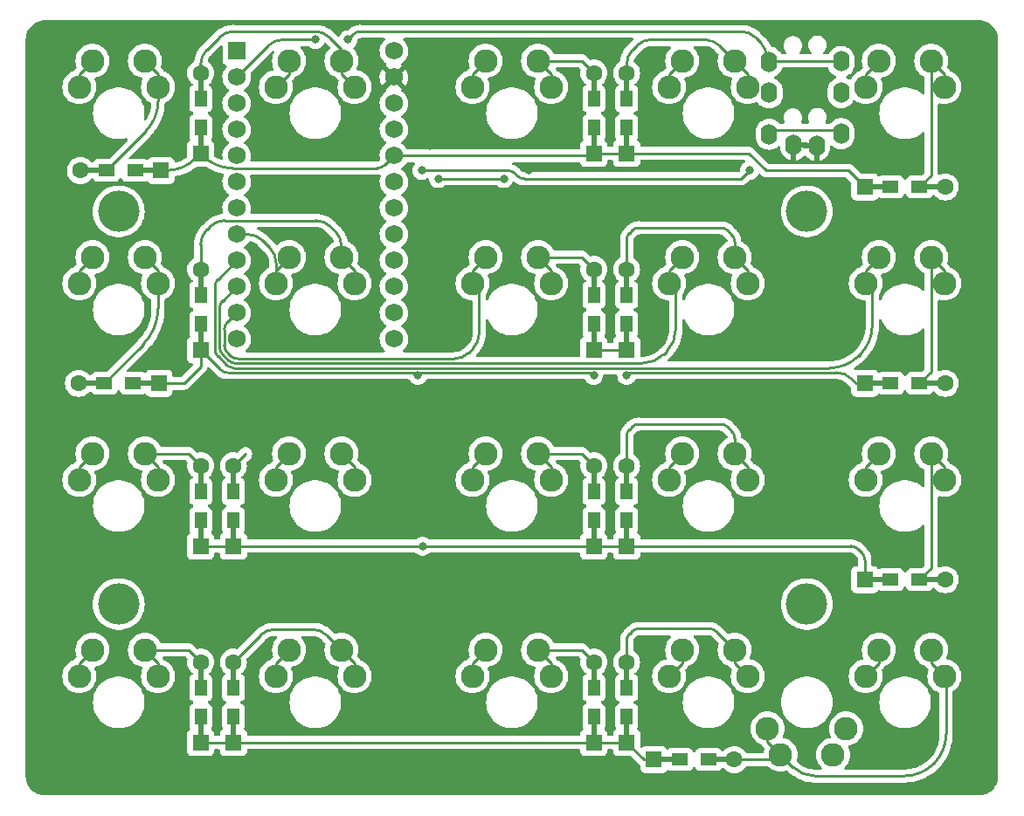
<source format=gbr>
%TF.GenerationSoftware,KiCad,Pcbnew,5.99.0-1.20211029git63d4d84.fc34*%
%TF.CreationDate,2021-10-30T18:32:48+11:00*%
%TF.ProjectId,peppermint,70657070-6572-46d6-996e-742e6b696361,rev?*%
%TF.SameCoordinates,Original*%
%TF.FileFunction,Copper,L1,Top*%
%TF.FilePolarity,Positive*%
%FSLAX46Y46*%
G04 Gerber Fmt 4.6, Leading zero omitted, Abs format (unit mm)*
G04 Created by KiCad (PCBNEW 5.99.0-1.20211029git63d4d84.fc34) date 2021-10-30 18:32:48*
%MOMM*%
%LPD*%
G01*
G04 APERTURE LIST*
%TA.AperFunction,ComponentPad*%
%ADD10O,1.600000X2.000000*%
%TD*%
%TA.AperFunction,ComponentPad*%
%ADD11C,2.286000*%
%TD*%
%TA.AperFunction,ComponentPad*%
%ADD12C,4.000000*%
%TD*%
%TA.AperFunction,ComponentPad*%
%ADD13R,1.752600X1.752600*%
%TD*%
%TA.AperFunction,ComponentPad*%
%ADD14C,1.752600*%
%TD*%
%TA.AperFunction,SMDPad,CuDef*%
%ADD15R,1.200000X1.600000*%
%TD*%
%TA.AperFunction,ComponentPad*%
%ADD16R,1.600000X1.600000*%
%TD*%
%TA.AperFunction,SMDPad,CuDef*%
%ADD17R,0.500000X2.900000*%
%TD*%
%TA.AperFunction,ComponentPad*%
%ADD18C,1.600000*%
%TD*%
%TA.AperFunction,SMDPad,CuDef*%
%ADD19R,1.600000X1.200000*%
%TD*%
%TA.AperFunction,SMDPad,CuDef*%
%ADD20R,2.900000X0.500000*%
%TD*%
%TA.AperFunction,ViaPad*%
%ADD21C,0.800000*%
%TD*%
%TA.AperFunction,Conductor*%
%ADD22C,0.250000*%
%TD*%
G04 APERTURE END LIST*
D10*
%TO.P,U2,1,SLEEVE*%
%TO.N,GND*%
X106680000Y-68167500D03*
%TO.P,U2,2,TIP*%
%TO.N,VCC*%
X111280000Y-67067500D03*
%TO.P,U2,3,RING1*%
%TO.N,unconnected-(U2-Pad3)*%
X111280000Y-63067500D03*
%TO.P,U2,4,RING2*%
%TO.N,DATA*%
X111280000Y-60067500D03*
%TD*%
D11*
%TO.P,MX20,1,COL*%
%TO.N,E*%
X113665000Y-119697500D03*
X114935000Y-117157500D03*
%TO.P,MX20,2,ROW*%
%TO.N,Net-(D20-Pad2)*%
X121285000Y-119697500D03*
X120015000Y-117157500D03*
%TD*%
%TO.P,MX16,1,COL*%
%TO.N,D*%
X95885000Y-117157500D03*
X94615000Y-119697500D03*
%TO.P,MX16,2,ROW*%
%TO.N,Net-(D16-Pad2)*%
X100965000Y-117157500D03*
X102235000Y-119697500D03*
%TD*%
D12*
%TO.P,H2,1*%
%TO.N,N/C*%
X107950000Y-112712500D03*
%TD*%
D11*
%TO.P,MX15,1,COL*%
%TO.N,D*%
X94615000Y-100647500D03*
X95885000Y-98107500D03*
%TO.P,MX15,2,ROW*%
%TO.N,Net-(D15-Pad2)*%
X102235000Y-100647500D03*
X100965000Y-98107500D03*
%TD*%
%TO.P,MX19,1,COL*%
%TO.N,E*%
X113665000Y-100647500D03*
X114935000Y-98107500D03*
%TO.P,MX19,2,ROW*%
%TO.N,Net-(D19-Pad2)*%
X120015000Y-98107500D03*
X121285000Y-100647500D03*
%TD*%
%TO.P,MX2,1,COL*%
%TO.N,A*%
X38735000Y-79057500D03*
X37465000Y-81597500D03*
%TO.P,MX2,2,ROW*%
%TO.N,Net-(D2-Pad2)*%
X43815000Y-79057500D03*
X45085000Y-81597500D03*
%TD*%
D12*
%TO.P,H4,1*%
%TO.N,N/C*%
X107950000Y-74612500D03*
%TD*%
D11*
%TO.P,MX11,1,COL*%
%TO.N,C*%
X75565000Y-100647500D03*
X76835000Y-98107500D03*
%TO.P,MX11,2,ROW*%
%TO.N,Net-(D11-Pad2)*%
X83185000Y-100647500D03*
X81915000Y-98107500D03*
%TD*%
D12*
%TO.P,H3,1*%
%TO.N,N/C*%
X41275000Y-112712500D03*
%TD*%
D11*
%TO.P,MX3,1,COL*%
%TO.N,A*%
X37465000Y-100647500D03*
X38735000Y-98107500D03*
%TO.P,MX3,2,ROW*%
%TO.N,Net-(D3-Pad2)*%
X43815000Y-98107500D03*
X45085000Y-100647500D03*
%TD*%
%TO.P,MX4,1,COL*%
%TO.N,A*%
X38735000Y-117157500D03*
X37465000Y-119697500D03*
%TO.P,MX4,2,ROW*%
%TO.N,Net-(MX4-Pad2)*%
X45085000Y-119697500D03*
X43815000Y-117157500D03*
%TD*%
%TO.P,MX14,1,COL*%
%TO.N,D*%
X95885000Y-79057500D03*
X94615000Y-81597500D03*
%TO.P,MX14,2,ROW*%
%TO.N,Net-(D14-Pad2)*%
X100965000Y-79057500D03*
X102235000Y-81597500D03*
%TD*%
%TO.P,MX17,1,COL*%
%TO.N,E*%
X113665000Y-62547500D03*
X114935000Y-60007500D03*
%TO.P,MX17,2,ROW*%
%TO.N,Net-(D17-Pad2)*%
X121285000Y-62547500D03*
X120015000Y-60007500D03*
%TD*%
%TO.P,MX9,1,COL*%
%TO.N,C*%
X75565000Y-62547500D03*
X76835000Y-60007500D03*
%TO.P,MX9,2,ROW*%
%TO.N,Net-(D9-Pad2)*%
X81915000Y-60007500D03*
X83185000Y-62547500D03*
%TD*%
%TO.P,MX12,1,COL*%
%TO.N,C*%
X75565000Y-119697500D03*
X76835000Y-117157500D03*
%TO.P,MX12,2,ROW*%
%TO.N,Net-(D12-Pad2)*%
X81915000Y-117157500D03*
X83185000Y-119697500D03*
%TD*%
%TO.P,MX8,1,COL*%
%TO.N,B*%
X56515000Y-119697500D03*
X57785000Y-117157500D03*
%TO.P,MX8,2,ROW*%
%TO.N,Net-(D8-Pad2)*%
X62865000Y-117157500D03*
X64135000Y-119697500D03*
%TD*%
%TO.P,MX6,1,COL*%
%TO.N,B*%
X57785000Y-79057500D03*
X56515000Y-81597500D03*
%TO.P,MX6,2,ROW*%
%TO.N,Net-(D6-Pad2)*%
X64135000Y-81597500D03*
X62865000Y-79057500D03*
%TD*%
%TO.P,MX10,1,COL*%
%TO.N,C*%
X76835000Y-79057500D03*
X75565000Y-81597500D03*
%TO.P,MX10,2,ROW*%
%TO.N,Net-(D10-Pad2)*%
X81915000Y-79057500D03*
X83185000Y-81597500D03*
%TD*%
%TO.P,MX5,1,COL*%
%TO.N,B*%
X56515000Y-62547500D03*
X57785000Y-60007500D03*
%TO.P,MX5,2,ROW*%
%TO.N,Net-(D5-Pad2)*%
X62865000Y-60007500D03*
X64135000Y-62547500D03*
%TD*%
%TO.P,MX18,1,COL*%
%TO.N,E*%
X114935000Y-79057500D03*
X113665000Y-81597500D03*
%TO.P,MX18,2,ROW*%
%TO.N,Net-(D18-Pad2)*%
X120015000Y-79057500D03*
X121285000Y-81597500D03*
%TD*%
%TO.P,MX7,1,COL*%
%TO.N,B*%
X56515000Y-100647500D03*
X57785000Y-98107500D03*
%TO.P,MX7,2,ROW*%
%TO.N,Net-(D7-Pad2)*%
X62865000Y-98107500D03*
X64135000Y-100647500D03*
%TD*%
%TO.P,MX1,1,COL*%
%TO.N,A*%
X38735000Y-60007500D03*
X37465000Y-62547500D03*
%TO.P,MX1,2,ROW*%
%TO.N,Net-(D1-Pad2)*%
X45085000Y-62547500D03*
X43815000Y-60007500D03*
%TD*%
%TO.P,MX21,1,COL*%
%TO.N,E*%
X110490000Y-127317500D03*
X111760000Y-124777500D03*
%TO.P,MX21,2,ROW*%
%TO.N,Net-(D20-Pad2)*%
X105410000Y-127317500D03*
X104140000Y-124777500D03*
%TD*%
D13*
%TO.P,U1,1,TX0/D3*%
%TO.N,unconnected-(U1-Pad1)*%
X52705000Y-59055000D03*
D14*
%TO.P,U1,2,RX1/D2*%
%TO.N,DATA*%
X52705000Y-61595000D03*
%TO.P,U1,3,GND*%
%TO.N,unconnected-(U1-Pad3)*%
X52705000Y-64135000D03*
%TO.P,U1,4,GND*%
%TO.N,unconnected-(U1-Pad4)*%
X52705000Y-66675000D03*
%TO.P,U1,5,2/D1/SDA*%
%TO.N,unconnected-(U1-Pad5)*%
X52705000Y-69215000D03*
%TO.P,U1,6,3/D0/SCL*%
%TO.N,unconnected-(U1-Pad6)*%
X52705000Y-71755000D03*
%TO.P,U1,7,4/D4*%
%TO.N,A*%
X52705000Y-74295000D03*
%TO.P,U1,8,5/C6*%
%TO.N,B*%
X52705000Y-76835000D03*
%TO.P,U1,9,6/D7*%
%TO.N,E*%
X52705000Y-79375000D03*
%TO.P,U1,10,7/E6*%
%TO.N,D*%
X52705000Y-81915000D03*
%TO.P,U1,11,8/B4*%
%TO.N,C*%
X52705000Y-84455000D03*
%TO.P,U1,12,9/B5*%
%TO.N,unconnected-(U1-Pad12)*%
X52705000Y-86995000D03*
%TO.P,U1,13,B6/10*%
%TO.N,unconnected-(U1-Pad13)*%
X67945000Y-86995000D03*
%TO.P,U1,14,B2/16*%
%TO.N,unconnected-(U1-Pad14)*%
X67945000Y-84455000D03*
%TO.P,U1,15,B3/14*%
%TO.N,unconnected-(U1-Pad15)*%
X67945000Y-81915000D03*
%TO.P,U1,16,B1/15*%
%TO.N,unconnected-(U1-Pad16)*%
X67945000Y-79375000D03*
%TO.P,U1,17,F7/A0*%
%TO.N,1*%
X67945000Y-76835000D03*
%TO.P,U1,18,F6/A1*%
%TO.N,2*%
X67945000Y-74295000D03*
%TO.P,U1,19,F5/A2*%
%TO.N,3*%
X67945000Y-71755000D03*
%TO.P,U1,20,F4/A3*%
%TO.N,0*%
X67945000Y-69215000D03*
%TO.P,U1,21,VCC*%
%TO.N,VCC*%
X67945000Y-66675000D03*
%TO.P,U1,22,RST*%
%TO.N,RST*%
X67945000Y-64135000D03*
%TO.P,U1,23,GND*%
%TO.N,GND*%
X67945000Y-61595000D03*
%TO.P,U1,24,RAW*%
%TO.N,unconnected-(U1-Pad24)*%
X67945000Y-59055000D03*
%TD*%
D12*
%TO.P,H1,1*%
%TO.N,N/C*%
X41275000Y-74612500D03*
%TD*%
D11*
%TO.P,MX13,1,COL*%
%TO.N,D*%
X94615000Y-62547500D03*
X95885000Y-60007500D03*
%TO.P,MX13,2,ROW*%
%TO.N,Net-(D13-Pad2)*%
X100965000Y-60007500D03*
X102235000Y-62547500D03*
%TD*%
D10*
%TO.P,U3,1,SLEEVE*%
%TO.N,GND*%
X108898750Y-68217500D03*
%TO.P,U3,2,TIP*%
%TO.N,VCC*%
X104298750Y-67117500D03*
%TO.P,U3,3,RING1*%
%TO.N,unconnected-(U3-Pad3)*%
X104298750Y-63117500D03*
%TO.P,U3,4,RING2*%
%TO.N,DATA*%
X104298750Y-60117500D03*
%TD*%
D15*
%TO.P,D4,1,K*%
%TO.N,3*%
X49212500Y-123637500D03*
D16*
X49212500Y-126137500D03*
D17*
X49212500Y-124737500D03*
D18*
%TO.P,D4,2,A*%
%TO.N,Net-(MX4-Pad2)*%
X49212500Y-118337500D03*
D17*
X49212500Y-119737500D03*
D15*
X49212500Y-120837500D03*
%TD*%
D17*
%TO.P,D5,1,K*%
%TO.N,0*%
X49212500Y-67587500D03*
D16*
X49212500Y-68987500D03*
D15*
X49212500Y-66487500D03*
D18*
%TO.P,D5,2,A*%
%TO.N,Net-(D5-Pad2)*%
X49212500Y-61187500D03*
D15*
X49212500Y-63687500D03*
D17*
X49212500Y-62587500D03*
%TD*%
D16*
%TO.P,D8,1,K*%
%TO.N,3*%
X52387500Y-126137500D03*
D17*
X52387500Y-124737500D03*
D15*
X52387500Y-123637500D03*
D17*
%TO.P,D8,2,A*%
%TO.N,Net-(D8-Pad2)*%
X52387500Y-119737500D03*
D15*
X52387500Y-120837500D03*
D18*
X52387500Y-118337500D03*
%TD*%
D17*
%TO.P,D12,1,K*%
%TO.N,3*%
X87312500Y-124737500D03*
D15*
X87312500Y-123637500D03*
D16*
X87312500Y-126137500D03*
D15*
%TO.P,D12,2,A*%
%TO.N,Net-(D12-Pad2)*%
X87312500Y-120837500D03*
D18*
X87312500Y-118337500D03*
D17*
X87312500Y-119737500D03*
%TD*%
D16*
%TO.P,D7,1,K*%
%TO.N,2*%
X52387500Y-107087500D03*
D15*
X52387500Y-104587500D03*
D17*
X52387500Y-105687500D03*
D18*
%TO.P,D7,2,A*%
%TO.N,Net-(D7-Pad2)*%
X52387500Y-99287500D03*
D15*
X52387500Y-101787500D03*
D17*
X52387500Y-100687500D03*
%TD*%
D19*
%TO.P,D20,1,K*%
%TO.N,3*%
X95625000Y-127793750D03*
D20*
X94525000Y-127793750D03*
D16*
X93125000Y-127793750D03*
D18*
%TO.P,D20,2,A*%
%TO.N,Net-(D20-Pad2)*%
X100925000Y-127793750D03*
D19*
X98425000Y-127793750D03*
D20*
X99525000Y-127793750D03*
%TD*%
D15*
%TO.P,D9,1,K*%
%TO.N,0*%
X87312500Y-66487500D03*
D17*
X87312500Y-67587500D03*
D16*
X87312500Y-68987500D03*
D15*
%TO.P,D9,2,A*%
%TO.N,Net-(D9-Pad2)*%
X87312500Y-63687500D03*
D17*
X87312500Y-62587500D03*
D18*
X87312500Y-61187500D03*
%TD*%
D16*
%TO.P,D10,1,K*%
%TO.N,1*%
X87312500Y-88037500D03*
D17*
X87312500Y-86637500D03*
D15*
X87312500Y-85537500D03*
%TO.P,D10,2,A*%
%TO.N,Net-(D10-Pad2)*%
X87312500Y-82737500D03*
D17*
X87312500Y-81637500D03*
D18*
X87312500Y-80237500D03*
%TD*%
D15*
%TO.P,D3,1,K*%
%TO.N,2*%
X49212500Y-104587500D03*
D16*
X49212500Y-107087500D03*
D17*
X49212500Y-105687500D03*
D15*
%TO.P,D3,2,A*%
%TO.N,Net-(D3-Pad2)*%
X49212500Y-101787500D03*
D17*
X49212500Y-100687500D03*
D18*
X49212500Y-99287500D03*
%TD*%
D17*
%TO.P,D16,1,K*%
%TO.N,3*%
X90487500Y-124737500D03*
D16*
X90487500Y-126137500D03*
D15*
X90487500Y-123637500D03*
D17*
%TO.P,D16,2,A*%
%TO.N,Net-(D16-Pad2)*%
X90487500Y-119737500D03*
D18*
X90487500Y-118337500D03*
D15*
X90487500Y-120837500D03*
%TD*%
D16*
%TO.P,D6,1,K*%
%TO.N,1*%
X49212500Y-88037500D03*
D15*
X49212500Y-85537500D03*
D17*
X49212500Y-86637500D03*
D15*
%TO.P,D6,2,A*%
%TO.N,Net-(D6-Pad2)*%
X49212500Y-82737500D03*
D17*
X49212500Y-81637500D03*
D18*
X49212500Y-80237500D03*
%TD*%
D15*
%TO.P,D14,1,K*%
%TO.N,1*%
X90487500Y-85537500D03*
D16*
X90487500Y-88037500D03*
D17*
X90487500Y-86637500D03*
D18*
%TO.P,D14,2,A*%
%TO.N,Net-(D14-Pad2)*%
X90487500Y-80237500D03*
D15*
X90487500Y-82737500D03*
D17*
X90487500Y-81637500D03*
%TD*%
D20*
%TO.P,D18,1,K*%
%TO.N,1*%
X114975000Y-91281250D03*
D16*
X113575000Y-91281250D03*
D19*
X116075000Y-91281250D03*
D18*
%TO.P,D18,2,A*%
%TO.N,Net-(D18-Pad2)*%
X121375000Y-91281250D03*
D20*
X119975000Y-91281250D03*
D19*
X118875000Y-91281250D03*
%TD*%
%TO.P,D19,1,K*%
%TO.N,2*%
X116075000Y-110331250D03*
D20*
X114975000Y-110331250D03*
D16*
X113575000Y-110331250D03*
D19*
%TO.P,D19,2,A*%
%TO.N,Net-(D19-Pad2)*%
X118875000Y-110331250D03*
D20*
X119975000Y-110331250D03*
D18*
X121375000Y-110331250D03*
%TD*%
D20*
%TO.P,D17,1,K*%
%TO.N,0*%
X114975000Y-72231250D03*
D19*
X116075000Y-72231250D03*
D16*
X113575000Y-72231250D03*
D20*
%TO.P,D17,2,A*%
%TO.N,Net-(D17-Pad2)*%
X119975000Y-72231250D03*
D18*
X121375000Y-72231250D03*
D19*
X118875000Y-72231250D03*
%TD*%
D16*
%TO.P,D11,1,K*%
%TO.N,2*%
X87312500Y-107087500D03*
D15*
X87312500Y-104587500D03*
D17*
X87312500Y-105687500D03*
D15*
%TO.P,D11,2,A*%
%TO.N,Net-(D11-Pad2)*%
X87312500Y-101787500D03*
D18*
X87312500Y-99287500D03*
D17*
X87312500Y-100687500D03*
%TD*%
D15*
%TO.P,D15,1,K*%
%TO.N,2*%
X90487500Y-104587500D03*
D16*
X90487500Y-107087500D03*
D17*
X90487500Y-105687500D03*
D18*
%TO.P,D15,2,A*%
%TO.N,Net-(D15-Pad2)*%
X90487500Y-99287500D03*
D17*
X90487500Y-100687500D03*
D15*
X90487500Y-101787500D03*
%TD*%
D16*
%TO.P,D1,1,K*%
%TO.N,0*%
X45362500Y-70643750D03*
D19*
X42862500Y-70643750D03*
D20*
X43962500Y-70643750D03*
D19*
%TO.P,D1,2,A*%
%TO.N,Net-(D1-Pad2)*%
X40062500Y-70643750D03*
D20*
X38962500Y-70643750D03*
D18*
X37562500Y-70643750D03*
%TD*%
D16*
%TO.P,D2,1,K*%
%TO.N,1*%
X45175000Y-91281250D03*
D20*
X43775000Y-91281250D03*
D19*
X42675000Y-91281250D03*
%TO.P,D2,2,A*%
%TO.N,Net-(D2-Pad2)*%
X39875000Y-91281250D03*
D20*
X38775000Y-91281250D03*
D18*
X37375000Y-91281250D03*
%TD*%
D15*
%TO.P,D13,1,K*%
%TO.N,0*%
X90487500Y-66487500D03*
D17*
X90487500Y-67587500D03*
D16*
X90487500Y-68987500D03*
D17*
%TO.P,D13,2,A*%
%TO.N,Net-(D13-Pad2)*%
X90487500Y-62587500D03*
D15*
X90487500Y-63687500D03*
D18*
X90487500Y-61187500D03*
%TD*%
D21*
%TO.N,1*%
X70263480Y-90523540D03*
X90487500Y-90523540D03*
X87312500Y-90523540D03*
%TO.N,2*%
X70712500Y-107087500D03*
%TO.N,DATA*%
X63500000Y-57943750D03*
X60325000Y-57943750D03*
%TO.N,GND*%
X117475000Y-88106250D03*
X70643750Y-72231250D03*
X60325000Y-71437500D03*
X54768750Y-79375000D03*
X55562500Y-71437500D03*
X71437500Y-68262500D03*
X80962500Y-70643750D03*
X50800000Y-59531250D03*
%TO.N,VCC*%
X102393750Y-70643750D03*
X70643750Y-70643750D03*
%TO.N,RST*%
X78581250Y-71437500D03*
X72231250Y-71437500D03*
%TD*%
D22*
%TO.N,Net-(D1-Pad2)*%
X43815000Y-60007500D02*
X45085000Y-61277500D01*
X40062500Y-70643750D02*
X43913427Y-66792823D01*
X45085000Y-63964396D02*
X45085000Y-62547500D01*
X45085000Y-61277500D02*
X45085000Y-62547500D01*
X43913427Y-66792823D02*
G75*
G03*
X45085000Y-63964396I-2828426J2828427D01*
G01*
%TO.N,0*%
X103981250Y-70643750D02*
X111987500Y-70643750D01*
X90487500Y-68987500D02*
X102325000Y-68987500D01*
X102325000Y-68987500D02*
X103981250Y-70643750D01*
X87312500Y-68987500D02*
X90487500Y-68987500D01*
X87085000Y-69215000D02*
X87312500Y-68987500D01*
X111987500Y-70643750D02*
X113575000Y-72231250D01*
X48727823Y-69472177D02*
X49212500Y-68987500D01*
X45362500Y-70643750D02*
X45899396Y-70643750D01*
X67945000Y-69215000D02*
X87085000Y-69215000D01*
X67037082Y-70122918D02*
X67945000Y-69215000D01*
X49212500Y-68987500D02*
X49469238Y-69244238D01*
X52297665Y-70415811D02*
X66329975Y-70415811D01*
X48727823Y-69472177D02*
G75*
G02*
X45899396Y-70643750I-2828427J2828426D01*
G01*
X49469238Y-69244238D02*
G75*
G03*
X52297665Y-70415811I2828427J2828426D01*
G01*
X67037082Y-70122918D02*
G75*
G02*
X66329975Y-70415811I-707106J707106D01*
G01*
%TO.N,Net-(D2-Pad2)*%
X45085000Y-84000182D02*
X45085000Y-81597500D01*
X45085000Y-80327500D02*
X45085000Y-81597500D01*
X39875000Y-91281250D02*
X43620534Y-87535716D01*
X43815000Y-79057500D02*
X45085000Y-80327500D01*
X45085000Y-84000182D02*
G75*
G02*
X43620534Y-87535716I-4999998J-1D01*
G01*
%TO.N,1*%
X49212500Y-88037500D02*
X51130667Y-89955667D01*
X45175000Y-91281250D02*
X47625000Y-91281250D01*
X84931250Y-90248560D02*
X87037520Y-90248560D01*
X68501440Y-90248560D02*
X84931250Y-90248560D01*
X112712500Y-91281250D02*
X112265596Y-90834346D01*
X51837774Y-90248560D02*
X68501440Y-90248560D01*
X69988500Y-90248560D02*
X70263480Y-90523540D01*
X49212500Y-89693750D02*
X49212500Y-88037500D01*
X90487500Y-90523540D02*
X90487500Y-90487500D01*
X113575000Y-91281250D02*
X112712500Y-91281250D01*
X90762480Y-90248560D02*
X90487500Y-90523540D01*
X68501440Y-90248560D02*
X69988500Y-90248560D01*
X90487500Y-90487500D02*
X90726440Y-90248560D01*
X87037520Y-90248560D02*
X87312500Y-90523540D01*
X87312500Y-88037500D02*
X90487500Y-88037500D01*
X110851383Y-90248560D02*
X90762480Y-90248560D01*
X47625000Y-91281250D02*
X49212500Y-89693750D01*
X51837774Y-90248559D02*
G75*
G02*
X51130668Y-89955666I-3J999993D01*
G01*
X110851383Y-90248561D02*
G75*
G02*
X112265595Y-90834347I0J-1999999D01*
G01*
%TO.N,Net-(D3-Pad2)*%
X43815000Y-98107500D02*
X48032500Y-98107500D01*
X48032500Y-98107500D02*
X49212500Y-99287500D01*
X43815000Y-98107500D02*
X45085000Y-99377500D01*
X45085000Y-99377500D02*
X45085000Y-100647500D01*
%TO.N,2*%
X52387500Y-107087500D02*
X87312500Y-107087500D01*
X113575000Y-108432964D02*
X113575000Y-110331250D01*
X90487500Y-107087500D02*
X112229536Y-107087500D01*
X112936643Y-107380393D02*
X113282107Y-107725857D01*
X90487500Y-107087500D02*
X87312500Y-107087500D01*
X49212500Y-107087500D02*
X52387500Y-107087500D01*
X112229536Y-107087501D02*
G75*
G02*
X112936642Y-107380394I3J-999993D01*
G01*
X113574999Y-108432964D02*
G75*
G03*
X113282106Y-107725858I-999993J3D01*
G01*
%TO.N,Net-(MX4-Pad2)*%
X48032500Y-117157500D02*
X49212500Y-118337500D01*
X45085000Y-118427500D02*
X45085000Y-119697500D01*
X43815000Y-117157500D02*
X45085000Y-118427500D01*
X43815000Y-117157500D02*
X48032500Y-117157500D01*
%TO.N,3*%
X49212500Y-126137500D02*
X52387500Y-126137500D01*
X92143750Y-127793750D02*
X90487500Y-126137500D01*
X52387500Y-126137500D02*
X87312500Y-126137500D01*
X93125000Y-127793750D02*
X92143750Y-127793750D01*
X87312500Y-126137500D02*
X90487500Y-126137500D01*
%TO.N,Net-(D5-Pad2)*%
X49212500Y-61187500D02*
X49212500Y-60359677D01*
X61704537Y-57735787D02*
X62865000Y-58896250D01*
X64135000Y-62547500D02*
X62865000Y-61277500D01*
X52422177Y-57150000D02*
X60290323Y-57150000D01*
X49798287Y-58945463D02*
X51007964Y-57735786D01*
X62865000Y-58896250D02*
X62865000Y-60007500D01*
X62865000Y-61277500D02*
X62865000Y-60007500D01*
X60290323Y-57150001D02*
G75*
G02*
X61704536Y-57735788I0J-1999999D01*
G01*
X49798287Y-58945463D02*
G75*
G03*
X49212500Y-60359677I1414213J-1414214D01*
G01*
X52422177Y-57150001D02*
G75*
G03*
X51007965Y-57735787I0J-1999999D01*
G01*
%TO.N,Net-(D6-Pad2)*%
X62865000Y-79057500D02*
X64135000Y-80327500D01*
X49798287Y-76407963D02*
X50124653Y-76081597D01*
X62865000Y-77980927D02*
X62865000Y-79057500D01*
X49212500Y-80237500D02*
X49212500Y-77822177D01*
X61794098Y-76081598D02*
X62279214Y-76566714D01*
X51538866Y-75495811D02*
X60379884Y-75495811D01*
X64135000Y-80327500D02*
X64135000Y-81597500D01*
X60379884Y-75495812D02*
G75*
G02*
X61794097Y-76081599I0J-1999999D01*
G01*
X51538866Y-75495812D02*
G75*
G03*
X50124654Y-76081598I0J-1999999D01*
G01*
X62864999Y-77980927D02*
G75*
G03*
X62279213Y-76566715I-1999999J0D01*
G01*
X49212501Y-77822177D02*
G75*
G02*
X49798288Y-76407964I1999999J0D01*
G01*
%TO.N,Net-(D7-Pad2)*%
X62865000Y-98107500D02*
X64135000Y-99377500D01*
X64135000Y-99377500D02*
X64135000Y-100647500D01*
X52387500Y-99287500D02*
X53567500Y-98107500D01*
%TO.N,Net-(D8-Pad2)*%
X61455787Y-115748287D02*
X62865000Y-117157500D01*
X62865000Y-117157500D02*
X64135000Y-118427500D01*
X56390927Y-115162500D02*
X60041573Y-115162500D01*
X52387500Y-118337500D02*
X54976714Y-115748286D01*
X64135000Y-118427500D02*
X64135000Y-119697500D01*
X61455787Y-115748287D02*
G75*
G03*
X60041573Y-115162500I-1414214J-1414213D01*
G01*
X56390927Y-115162501D02*
G75*
G03*
X54976715Y-115748287I0J-1999999D01*
G01*
%TO.N,Net-(D9-Pad2)*%
X83185000Y-61277500D02*
X83185000Y-62547500D01*
X81915000Y-60007500D02*
X83185000Y-61277500D01*
X81915000Y-60007500D02*
X86132500Y-60007500D01*
X86132500Y-60007500D02*
X87312500Y-61187500D01*
%TO.N,Net-(D10-Pad2)*%
X83185000Y-80327500D02*
X83185000Y-81597500D01*
X81915000Y-79057500D02*
X83185000Y-80327500D01*
X86132500Y-79057500D02*
X87312500Y-80237500D01*
X81915000Y-79057500D02*
X86132500Y-79057500D01*
%TO.N,Net-(D11-Pad2)*%
X81915000Y-98107500D02*
X83185000Y-99377500D01*
X83185000Y-99377500D02*
X83185000Y-100647500D01*
X86132500Y-98107500D02*
X87312500Y-99287500D01*
X81915000Y-98107500D02*
X86132500Y-98107500D01*
%TO.N,Net-(D12-Pad2)*%
X83185000Y-118427500D02*
X83185000Y-119697500D01*
X81915000Y-117157500D02*
X86132500Y-117157500D01*
X81915000Y-117157500D02*
X83185000Y-118427500D01*
X86132500Y-117157500D02*
X87312500Y-118337500D01*
%TO.N,Net-(D13-Pad2)*%
X102235000Y-61277500D02*
X102235000Y-62547500D01*
X100965000Y-60007500D02*
X99487036Y-58529536D01*
X100965000Y-60007500D02*
X102235000Y-61277500D01*
X98072823Y-57943750D02*
X92903427Y-57943750D01*
X91489213Y-58529537D02*
X91073286Y-58945464D01*
X90487500Y-60359677D02*
X90487500Y-61187500D01*
X90487501Y-60359677D02*
G75*
G02*
X91073287Y-58945465I1999999J0D01*
G01*
X92903427Y-57943751D02*
G75*
G03*
X91489214Y-58529538I0J-1999999D01*
G01*
X99487036Y-58529536D02*
G75*
G03*
X98072823Y-57943750I-1414213J-1414214D01*
G01*
%TO.N,Net-(D14-Pad2)*%
X100965000Y-79057500D02*
X100965000Y-77566714D01*
X100965000Y-79057500D02*
X102235000Y-80327500D01*
X99598286Y-76200000D02*
X91695464Y-76200000D01*
X90487500Y-77407964D02*
X90487500Y-80237500D01*
X100672107Y-76859607D02*
X100305393Y-76492893D01*
X102235000Y-80327500D02*
X102235000Y-81597500D01*
X90988357Y-76492893D02*
X90780393Y-76700857D01*
X100964999Y-77566714D02*
G75*
G03*
X100672106Y-76859608I-999993J3D01*
G01*
X91695464Y-76200001D02*
G75*
G03*
X90988358Y-76492894I-3J-999993D01*
G01*
X99598286Y-76200001D02*
G75*
G02*
X100305392Y-76492894I3J-999993D01*
G01*
X90487501Y-77407964D02*
G75*
G02*
X90780394Y-76700858I999993J3D01*
G01*
%TO.N,Net-(D15-Pad2)*%
X90988357Y-95542893D02*
X90780393Y-95750857D01*
X100965000Y-98107500D02*
X100965000Y-96616714D01*
X100965000Y-98107500D02*
X102235000Y-99377500D01*
X90487500Y-96457964D02*
X90487500Y-99287500D01*
X99598286Y-95250000D02*
X91695464Y-95250000D01*
X100672107Y-95909607D02*
X100305393Y-95542893D01*
X102235000Y-99377500D02*
X102235000Y-100647500D01*
X99598286Y-95250001D02*
G75*
G02*
X100305392Y-95542894I3J-999993D01*
G01*
X90780393Y-95750857D02*
G75*
G03*
X90487500Y-96457964I707106J-707106D01*
G01*
X100672107Y-95909607D02*
G75*
G02*
X100965000Y-96616714I-707106J-707106D01*
G01*
X90988357Y-95542893D02*
G75*
G02*
X91695464Y-95250000I707106J-707106D01*
G01*
%TO.N,Net-(D16-Pad2)*%
X100965000Y-117157500D02*
X99194143Y-115386643D01*
X90487500Y-116301714D02*
X90487500Y-118337500D01*
X98487036Y-115093750D02*
X91695464Y-115093750D01*
X100965000Y-118427500D02*
X100965000Y-117157500D01*
X102235000Y-119697500D02*
X100965000Y-118427500D01*
X90988357Y-115386643D02*
X90780393Y-115594607D01*
X90780393Y-115594607D02*
G75*
G03*
X90487500Y-116301714I707106J-707106D01*
G01*
X91695464Y-115093751D02*
G75*
G03*
X90988358Y-115386644I-3J-999993D01*
G01*
X98487036Y-115093751D02*
G75*
G02*
X99194142Y-115386644I3J-999993D01*
G01*
%TO.N,Net-(D17-Pad2)*%
X121285000Y-61277500D02*
X121285000Y-62547500D01*
X120015000Y-60007500D02*
X121285000Y-61277500D01*
X120015000Y-60007500D02*
X120015000Y-71091250D01*
X120015000Y-71091250D02*
X118875000Y-72231250D01*
%TO.N,Net-(D18-Pad2)*%
X120015000Y-90141250D02*
X118875000Y-91281250D01*
X120015000Y-79057500D02*
X121285000Y-80327500D01*
X120015000Y-79057500D02*
X120015000Y-90141250D01*
X121285000Y-80327500D02*
X121285000Y-81597500D01*
%TO.N,Net-(D19-Pad2)*%
X120015000Y-109191250D02*
X118875000Y-110331250D01*
X121285000Y-99377500D02*
X121285000Y-100647500D01*
X120015000Y-98107500D02*
X121285000Y-99377500D01*
X120015000Y-98107500D02*
X120015000Y-109191250D01*
%TO.N,Net-(D20-Pad2)*%
X121285000Y-119697500D02*
X120015000Y-118427500D01*
X121443750Y-125343146D02*
X121443750Y-119856250D01*
X104140000Y-126047500D02*
X104140000Y-124777500D01*
X105410000Y-127317500D02*
X104140000Y-126047500D01*
X120015000Y-118427500D02*
X120015000Y-117157500D01*
X120234073Y-128209677D02*
X120272177Y-128171573D01*
X104933750Y-127793750D02*
X105410000Y-127317500D01*
X121443750Y-119856250D02*
X121285000Y-119697500D01*
X100925000Y-127793750D02*
X104933750Y-127793750D01*
X108716391Y-129381250D02*
X117405646Y-129381250D01*
X105410000Y-127317500D02*
X106595071Y-128502571D01*
X120234073Y-128209677D02*
G75*
G02*
X117405646Y-129381250I-2828427J2828426D01*
G01*
X121443750Y-125343146D02*
G75*
G02*
X120272177Y-128171573I-3999999J0D01*
G01*
X108716391Y-129381250D02*
G75*
G02*
X106595071Y-128502571I-1J2999998D01*
G01*
%TO.N,A*%
X38735000Y-60007500D02*
X37465000Y-61277500D01*
X37465000Y-118427500D02*
X37465000Y-119697500D01*
X38735000Y-79057500D02*
X37465000Y-80327500D01*
X38735000Y-117157500D02*
X37465000Y-118427500D01*
X37465000Y-99377500D02*
X37465000Y-100647500D01*
X38735000Y-98107500D02*
X37465000Y-99377500D01*
X37465000Y-61277500D02*
X37465000Y-62547500D01*
X37465000Y-80327500D02*
X37465000Y-81597500D01*
%TO.N,B*%
X56515000Y-80327500D02*
X56515000Y-81597500D01*
X56515000Y-62547500D02*
X57785000Y-61277500D01*
X57785000Y-117157500D02*
X56515000Y-118427500D01*
X55195787Y-77420787D02*
X55929214Y-78154214D01*
X57785000Y-98107500D02*
X56515000Y-99377500D01*
X57785000Y-79057500D02*
X56515000Y-80327500D01*
X57785000Y-61277500D02*
X57785000Y-60007500D01*
X56515000Y-99377500D02*
X56515000Y-100647500D01*
X56515000Y-79568427D02*
X56515000Y-81597500D01*
X52705000Y-76835000D02*
X53781573Y-76835000D01*
X56515000Y-118427500D02*
X56515000Y-119697500D01*
X55929214Y-78154214D02*
G75*
G02*
X56515000Y-79568427I-1414214J-1414213D01*
G01*
X55195787Y-77420787D02*
G75*
G03*
X53781573Y-76835000I-1414214J-1414213D01*
G01*
%TO.N,C*%
X76835000Y-98107500D02*
X75565000Y-99377500D01*
X76835000Y-117157500D02*
X75565000Y-118427500D01*
X52801714Y-88900000D02*
X73784073Y-88900000D01*
X75565000Y-80327500D02*
X75565000Y-81597500D01*
X75565000Y-118427500D02*
X75565000Y-119697500D01*
X76835000Y-60007500D02*
X75565000Y-61277500D01*
X76200000Y-82232500D02*
X75565000Y-81597500D01*
X51797082Y-88309582D02*
X52094607Y-88607107D01*
X75565000Y-99377500D02*
X75565000Y-100647500D01*
X75565000Y-61277500D02*
X75565000Y-62547500D01*
X76200000Y-86484073D02*
X76200000Y-82232500D01*
X51504189Y-86070025D02*
X51504189Y-87602475D01*
X76835000Y-79057500D02*
X75565000Y-80327500D01*
X75198287Y-88314213D02*
X75614214Y-87898286D01*
X52705000Y-84455000D02*
X51797082Y-85362918D01*
X51504190Y-86070025D02*
G75*
G02*
X51797083Y-85362919I999993J3D01*
G01*
X76199999Y-86484073D02*
G75*
G02*
X75614213Y-87898285I-1999999J0D01*
G01*
X52801714Y-88899999D02*
G75*
G02*
X52094608Y-88607106I-3J999993D01*
G01*
X75198287Y-88314213D02*
G75*
G02*
X73784073Y-88900000I-1414214J1414213D01*
G01*
X51504190Y-87602475D02*
G75*
G03*
X51797083Y-88309581I999993J-3D01*
G01*
%TO.N,D*%
X51347562Y-88495779D02*
X51908410Y-89056627D01*
X95885000Y-118427500D02*
X95885000Y-117607020D01*
X52705000Y-81915000D02*
X51347562Y-83272438D01*
X95250000Y-82232500D02*
X94615000Y-81597500D01*
X95885000Y-60007500D02*
X94615000Y-61277500D01*
X51054669Y-83979545D02*
X51054669Y-87788672D01*
X94615000Y-61277500D02*
X94615000Y-62547500D01*
X95250000Y-86069859D02*
X95250000Y-82232500D01*
X94615000Y-80327500D02*
X94615000Y-81597500D01*
X94615000Y-99377500D02*
X94615000Y-100647500D01*
X94091660Y-88470840D02*
X94371321Y-88191179D01*
X95885000Y-98107500D02*
X94615000Y-99377500D01*
X95885000Y-79057500D02*
X94615000Y-80327500D01*
X52615517Y-89349520D02*
X91970339Y-89349520D01*
X94615000Y-119697500D02*
X95885000Y-118427500D01*
X51347562Y-88495779D02*
G75*
G02*
X51054669Y-87788672I707106J707106D01*
G01*
X51908410Y-89056627D02*
G75*
G03*
X52615517Y-89349520I707106J707106D01*
G01*
X95250000Y-86069859D02*
G75*
G02*
X94371321Y-88191179I-2999998J-1D01*
G01*
X51347562Y-83272438D02*
G75*
G03*
X51054669Y-83979545I707106J-707106D01*
G01*
X94091660Y-88470840D02*
G75*
G02*
X91970339Y-89349520I-2121323J2121325D01*
G01*
%TO.N,E*%
X114935000Y-79057500D02*
X113665000Y-80327500D01*
X114935000Y-98107500D02*
X113665000Y-99377500D01*
X52429320Y-89799040D02*
X110156606Y-89799040D01*
X114300000Y-85655646D02*
X114300000Y-82232500D01*
X114300000Y-82232500D02*
X113665000Y-81597500D01*
X114935000Y-60007500D02*
X113665000Y-61277500D01*
X112985033Y-88627467D02*
X113128427Y-88484073D01*
X113665000Y-61277500D02*
X113665000Y-62547500D01*
X50605149Y-81889065D02*
X50605149Y-87974869D01*
X113665000Y-99377500D02*
X113665000Y-100647500D01*
X113665000Y-119697500D02*
X114935000Y-118427500D01*
X113665000Y-80327500D02*
X113665000Y-81597500D01*
X50898042Y-88681976D02*
X51722213Y-89506147D01*
X114935000Y-118427500D02*
X114935000Y-117157500D01*
X52705000Y-79375000D02*
X50898042Y-81181958D01*
X114300000Y-85655646D02*
G75*
G02*
X113128427Y-88484073I-3999999J0D01*
G01*
X50605150Y-87974869D02*
G75*
G03*
X50898043Y-88681975I999993J-3D01*
G01*
X52429320Y-89799039D02*
G75*
G02*
X51722214Y-89506146I-3J999993D01*
G01*
X110156606Y-89799040D02*
G75*
G03*
X112985033Y-88627467I0J3999999D01*
G01*
X50605150Y-81889065D02*
G75*
G02*
X50898043Y-81181959I999993J3D01*
G01*
%TO.N,DATA*%
X64707964Y-57150000D02*
X101565323Y-57150000D01*
X104062500Y-59647177D02*
X104062500Y-60000000D01*
X63500000Y-57943750D02*
X64000857Y-57442893D01*
X52705000Y-61595000D02*
X55770464Y-58529536D01*
X104062500Y-60000000D02*
X110993750Y-60000000D01*
X57184677Y-57943750D02*
X60325000Y-57943750D01*
X102979537Y-57735787D02*
X103476714Y-58232964D01*
X110993750Y-60000000D02*
X111043750Y-59950000D01*
X102979537Y-57735787D02*
G75*
G03*
X101565323Y-57150000I-1414214J-1414213D01*
G01*
X57184677Y-57943751D02*
G75*
G03*
X55770465Y-58529537I0J-1999999D01*
G01*
X103476714Y-58232964D02*
G75*
G02*
X104062500Y-59647177I-1414214J-1414213D01*
G01*
X64707964Y-57150001D02*
G75*
G03*
X64000858Y-57442894I-3J-999993D01*
G01*
%TO.N,GND*%
X106443750Y-68050000D02*
X108612500Y-68050000D01*
X108612500Y-68050000D02*
X108662500Y-68100000D01*
%TO.N,VCC*%
X79667893Y-70936643D02*
X79875857Y-71144607D01*
X70643750Y-70643750D02*
X78960786Y-70643750D01*
X110819230Y-66725480D02*
X111043750Y-66950000D01*
X104337020Y-66725480D02*
X110819230Y-66725480D01*
X104062500Y-67000000D02*
X104337020Y-66725480D01*
X80582964Y-71437500D02*
X101600000Y-71437500D01*
X101600000Y-71437500D02*
X102393750Y-70643750D01*
X79667893Y-70936643D02*
G75*
G03*
X78960786Y-70643750I-707106J-707106D01*
G01*
X79875857Y-71144607D02*
G75*
G03*
X80582964Y-71437500I707106J707106D01*
G01*
%TO.N,RST*%
X78581250Y-71437500D02*
X72231250Y-71437500D01*
%TD*%
%TA.AperFunction,Conductor*%
%TO.N,GND*%
G36*
X124588807Y-56072000D02*
G01*
X124603608Y-56074305D01*
X124603611Y-56074305D01*
X124612480Y-56075686D01*
X124628749Y-56073559D01*
X124653317Y-56072766D01*
X124855016Y-56085986D01*
X124871356Y-56088137D01*
X125095483Y-56132718D01*
X125111404Y-56136984D01*
X125327793Y-56210439D01*
X125343019Y-56216746D01*
X125547967Y-56317815D01*
X125562241Y-56326056D01*
X125752247Y-56453014D01*
X125765322Y-56463047D01*
X125937136Y-56613723D01*
X125948777Y-56625364D01*
X126044579Y-56734606D01*
X126099453Y-56797178D01*
X126109486Y-56810253D01*
X126236444Y-57000259D01*
X126244685Y-57014533D01*
X126345754Y-57219481D01*
X126352061Y-57234707D01*
X126425516Y-57451096D01*
X126429782Y-57467017D01*
X126474363Y-57691144D01*
X126476514Y-57707484D01*
X126489264Y-57902018D01*
X126488239Y-57925054D01*
X126488196Y-57928604D01*
X126486814Y-57937480D01*
X126488638Y-57951428D01*
X126490936Y-57969001D01*
X126492000Y-57985339D01*
X126492000Y-129331922D01*
X126490500Y-129351306D01*
X126486814Y-129374980D01*
X126488941Y-129391249D01*
X126489734Y-129415817D01*
X126476514Y-129617516D01*
X126474363Y-129633856D01*
X126429782Y-129857983D01*
X126425516Y-129873904D01*
X126352061Y-130090293D01*
X126345754Y-130105519D01*
X126244685Y-130310467D01*
X126236444Y-130324741D01*
X126109486Y-130514747D01*
X126099453Y-130527822D01*
X125948777Y-130699636D01*
X125937136Y-130711277D01*
X125766358Y-130861045D01*
X125765322Y-130861953D01*
X125752247Y-130871986D01*
X125562241Y-130998944D01*
X125547967Y-131007185D01*
X125343019Y-131108254D01*
X125327793Y-131114561D01*
X125111404Y-131188016D01*
X125095483Y-131192282D01*
X124871356Y-131236863D01*
X124855016Y-131239014D01*
X124660482Y-131251764D01*
X124637446Y-131250739D01*
X124633896Y-131250696D01*
X124625020Y-131249314D01*
X124596512Y-131253042D01*
X124593499Y-131253436D01*
X124577161Y-131254500D01*
X34180578Y-131254500D01*
X34161193Y-131253000D01*
X34146392Y-131250695D01*
X34146389Y-131250695D01*
X34137520Y-131249314D01*
X34121251Y-131251441D01*
X34096683Y-131252234D01*
X33894984Y-131239014D01*
X33878644Y-131236863D01*
X33654517Y-131192282D01*
X33638596Y-131188016D01*
X33422207Y-131114561D01*
X33406981Y-131108254D01*
X33202033Y-131007185D01*
X33187759Y-130998944D01*
X32997753Y-130871986D01*
X32984678Y-130861953D01*
X32983642Y-130861045D01*
X32812864Y-130711277D01*
X32801223Y-130699636D01*
X32650547Y-130527822D01*
X32640514Y-130514747D01*
X32513556Y-130324741D01*
X32505315Y-130310467D01*
X32404246Y-130105519D01*
X32397939Y-130090293D01*
X32324484Y-129873904D01*
X32320218Y-129857983D01*
X32275637Y-129633856D01*
X32273486Y-129617516D01*
X32260974Y-129426626D01*
X32262147Y-129403468D01*
X32261829Y-129403439D01*
X32262264Y-129398583D01*
X32263071Y-129393789D01*
X32263224Y-129381250D01*
X32259273Y-129353662D01*
X32258000Y-129335799D01*
X32258000Y-122237500D01*
X38767652Y-122237500D01*
X38787423Y-122551754D01*
X38846425Y-122861052D01*
X38943727Y-123160516D01*
X38945414Y-123164102D01*
X38945416Y-123164106D01*
X39076106Y-123441838D01*
X39076110Y-123441845D01*
X39077794Y-123445424D01*
X39246513Y-123711282D01*
X39447222Y-123953898D01*
X39676756Y-124169445D01*
X39931496Y-124354524D01*
X39934965Y-124356431D01*
X39934968Y-124356433D01*
X40203961Y-124504313D01*
X40207423Y-124506216D01*
X40500187Y-124622130D01*
X40805170Y-124700436D01*
X41117562Y-124739900D01*
X41432438Y-124739900D01*
X41744830Y-124700436D01*
X42049813Y-124622130D01*
X42342577Y-124506216D01*
X42346039Y-124504313D01*
X42615032Y-124356433D01*
X42615035Y-124356431D01*
X42618504Y-124354524D01*
X42873244Y-124169445D01*
X43102778Y-123953898D01*
X43303487Y-123711282D01*
X43472206Y-123445424D01*
X43473890Y-123441845D01*
X43473894Y-123441838D01*
X43604584Y-123164106D01*
X43604586Y-123164102D01*
X43606273Y-123160516D01*
X43703575Y-122861052D01*
X43762577Y-122551754D01*
X43782348Y-122237500D01*
X43762577Y-121923246D01*
X43703575Y-121613948D01*
X43606273Y-121314484D01*
X43599812Y-121300753D01*
X43473894Y-121033162D01*
X43473890Y-121033155D01*
X43472206Y-121029576D01*
X43303487Y-120763718D01*
X43102778Y-120521102D01*
X42873244Y-120305555D01*
X42618504Y-120120476D01*
X42386232Y-119992783D01*
X42346039Y-119970687D01*
X42346036Y-119970686D01*
X42342577Y-119968784D01*
X42049813Y-119852870D01*
X41744830Y-119774564D01*
X41432438Y-119735100D01*
X41117562Y-119735100D01*
X40805170Y-119774564D01*
X40500187Y-119852870D01*
X40207423Y-119968784D01*
X40203964Y-119970686D01*
X40203961Y-119970687D01*
X40163769Y-119992783D01*
X39931496Y-120120476D01*
X39676756Y-120305555D01*
X39447222Y-120521102D01*
X39246513Y-120763718D01*
X39077794Y-121029576D01*
X39076110Y-121033155D01*
X39076106Y-121033162D01*
X38950188Y-121300753D01*
X38943727Y-121314484D01*
X38846425Y-121613948D01*
X38787423Y-121923246D01*
X38767652Y-122237500D01*
X32258000Y-122237500D01*
X32258000Y-119697500D01*
X35808393Y-119697500D01*
X35828789Y-119956650D01*
X35829943Y-119961457D01*
X35829944Y-119961463D01*
X35867661Y-120118567D01*
X35889473Y-120209420D01*
X35988952Y-120449584D01*
X36124777Y-120671229D01*
X36293602Y-120868898D01*
X36491271Y-121037723D01*
X36712916Y-121173548D01*
X36717486Y-121175441D01*
X36717488Y-121175442D01*
X36823849Y-121219498D01*
X36953080Y-121273027D01*
X36990252Y-121281951D01*
X37201037Y-121332556D01*
X37201043Y-121332557D01*
X37205850Y-121333711D01*
X37465000Y-121354107D01*
X37724150Y-121333711D01*
X37728957Y-121332557D01*
X37728963Y-121332556D01*
X37939748Y-121281951D01*
X37976920Y-121273027D01*
X38106151Y-121219498D01*
X38212512Y-121175442D01*
X38212514Y-121175441D01*
X38217084Y-121173548D01*
X38438729Y-121037723D01*
X38636398Y-120868898D01*
X38805223Y-120671229D01*
X38941048Y-120449584D01*
X39040527Y-120209420D01*
X39062339Y-120118567D01*
X39100056Y-119961463D01*
X39100057Y-119961457D01*
X39101211Y-119956650D01*
X39121607Y-119697500D01*
X39101211Y-119438350D01*
X39078488Y-119343698D01*
X39041682Y-119190392D01*
X39040527Y-119185580D01*
X38945153Y-118955326D01*
X38937564Y-118884736D01*
X38969343Y-118821249D01*
X39032148Y-118784589D01*
X39206062Y-118742836D01*
X39246920Y-118733027D01*
X39303133Y-118709743D01*
X39482512Y-118635442D01*
X39482516Y-118635440D01*
X39487084Y-118633548D01*
X39708729Y-118497723D01*
X39906398Y-118328898D01*
X40075223Y-118131229D01*
X40211048Y-117909584D01*
X40217683Y-117893567D01*
X40308633Y-117673993D01*
X40308635Y-117673988D01*
X40310527Y-117669420D01*
X40371211Y-117416650D01*
X40391607Y-117157500D01*
X42158393Y-117157500D01*
X42178789Y-117416650D01*
X42239473Y-117669420D01*
X42241365Y-117673988D01*
X42241367Y-117673993D01*
X42332318Y-117893567D01*
X42338952Y-117909584D01*
X42474777Y-118131229D01*
X42643602Y-118328898D01*
X42841271Y-118497723D01*
X43062916Y-118633548D01*
X43067484Y-118635440D01*
X43067488Y-118635442D01*
X43246867Y-118709743D01*
X43303080Y-118733027D01*
X43343938Y-118742836D01*
X43517852Y-118784589D01*
X43579421Y-118819941D01*
X43612104Y-118882968D01*
X43604847Y-118955326D01*
X43509473Y-119185580D01*
X43508318Y-119190392D01*
X43471513Y-119343698D01*
X43448789Y-119438350D01*
X43428393Y-119697500D01*
X43448789Y-119956650D01*
X43449943Y-119961457D01*
X43449944Y-119961463D01*
X43487661Y-120118567D01*
X43509473Y-120209420D01*
X43608952Y-120449584D01*
X43744777Y-120671229D01*
X43913602Y-120868898D01*
X44111271Y-121037723D01*
X44332916Y-121173548D01*
X44337486Y-121175441D01*
X44337488Y-121175442D01*
X44443849Y-121219498D01*
X44573080Y-121273027D01*
X44610252Y-121281951D01*
X44821037Y-121332556D01*
X44821043Y-121332557D01*
X44825850Y-121333711D01*
X45085000Y-121354107D01*
X45344150Y-121333711D01*
X45348957Y-121332557D01*
X45348963Y-121332556D01*
X45559748Y-121281951D01*
X45596920Y-121273027D01*
X45726151Y-121219498D01*
X45832512Y-121175442D01*
X45832514Y-121175441D01*
X45837084Y-121173548D01*
X46058729Y-121037723D01*
X46256398Y-120868898D01*
X46425223Y-120671229D01*
X46561048Y-120449584D01*
X46660527Y-120209420D01*
X46682339Y-120118567D01*
X46720056Y-119961463D01*
X46720057Y-119961457D01*
X46721211Y-119956650D01*
X46741607Y-119697500D01*
X46721211Y-119438350D01*
X46698488Y-119343698D01*
X46661682Y-119190392D01*
X46660527Y-119185580D01*
X46561048Y-118945416D01*
X46425223Y-118723771D01*
X46396863Y-118690565D01*
X46259611Y-118529864D01*
X46256398Y-118526102D01*
X46058729Y-118357277D01*
X45837084Y-118221452D01*
X45832514Y-118219559D01*
X45832512Y-118219558D01*
X45779254Y-118197498D01*
X45699494Y-118164460D01*
X45644728Y-118120327D01*
X45644552Y-118119883D01*
X45642134Y-118116555D01*
X45642131Y-118116550D01*
X45618573Y-118084125D01*
X45612057Y-118074207D01*
X45597931Y-118050322D01*
X45589542Y-118036137D01*
X45575218Y-118021813D01*
X45562383Y-118006787D01*
X45550956Y-117991059D01*
X45527099Y-117924194D01*
X45543178Y-117855043D01*
X45594092Y-117805562D01*
X45652893Y-117791000D01*
X47717906Y-117791000D01*
X47786027Y-117811002D01*
X47807001Y-117827905D01*
X47903348Y-117924252D01*
X47937374Y-117986564D01*
X47935959Y-118045959D01*
X47920382Y-118104091D01*
X47920381Y-118104098D01*
X47918957Y-118109413D01*
X47899002Y-118337500D01*
X47918957Y-118565587D01*
X47920381Y-118570900D01*
X47920381Y-118570902D01*
X47969052Y-118752541D01*
X47978216Y-118786743D01*
X47980539Y-118791724D01*
X47980539Y-118791725D01*
X48072651Y-118989262D01*
X48072654Y-118989267D01*
X48074977Y-118994249D01*
X48206302Y-119181800D01*
X48368200Y-119343698D01*
X48372712Y-119346857D01*
X48372714Y-119346859D01*
X48397596Y-119364282D01*
X48441924Y-119419739D01*
X48449232Y-119490359D01*
X48417201Y-119553719D01*
X48381155Y-119577742D01*
X48382075Y-119579423D01*
X48374204Y-119583733D01*
X48365795Y-119586885D01*
X48249239Y-119674239D01*
X48161885Y-119790795D01*
X48110755Y-119927184D01*
X48104000Y-119989366D01*
X48104000Y-121685634D01*
X48110755Y-121747816D01*
X48161885Y-121884205D01*
X48249239Y-122000761D01*
X48365795Y-122088115D01*
X48374203Y-122091267D01*
X48449562Y-122119518D01*
X48506326Y-122162160D01*
X48531026Y-122228721D01*
X48515819Y-122298070D01*
X48465533Y-122348188D01*
X48449562Y-122355482D01*
X48365795Y-122386885D01*
X48249239Y-122474239D01*
X48161885Y-122590795D01*
X48110755Y-122727184D01*
X48104000Y-122789366D01*
X48104000Y-124485634D01*
X48110755Y-124547816D01*
X48161885Y-124684205D01*
X48167270Y-124691390D01*
X48167271Y-124691392D01*
X48184993Y-124715038D01*
X48209841Y-124781545D01*
X48194788Y-124850927D01*
X48159732Y-124891429D01*
X48049239Y-124974239D01*
X47961885Y-125090795D01*
X47910755Y-125227184D01*
X47904000Y-125289366D01*
X47904000Y-126985634D01*
X47910755Y-127047816D01*
X47961885Y-127184205D01*
X48049239Y-127300761D01*
X48165795Y-127388115D01*
X48302184Y-127439245D01*
X48364366Y-127446000D01*
X50060634Y-127446000D01*
X50122816Y-127439245D01*
X50259205Y-127388115D01*
X50375761Y-127300761D01*
X50463115Y-127184205D01*
X50514245Y-127047816D01*
X50521000Y-126985634D01*
X50521000Y-126897000D01*
X50541002Y-126828879D01*
X50594658Y-126782386D01*
X50647000Y-126771000D01*
X50953000Y-126771000D01*
X51021121Y-126791002D01*
X51067614Y-126844658D01*
X51079000Y-126897000D01*
X51079000Y-126985634D01*
X51085755Y-127047816D01*
X51136885Y-127184205D01*
X51224239Y-127300761D01*
X51340795Y-127388115D01*
X51477184Y-127439245D01*
X51539366Y-127446000D01*
X53235634Y-127446000D01*
X53297816Y-127439245D01*
X53434205Y-127388115D01*
X53550761Y-127300761D01*
X53638115Y-127184205D01*
X53689245Y-127047816D01*
X53696000Y-126985634D01*
X53696000Y-126897000D01*
X53716002Y-126828879D01*
X53769658Y-126782386D01*
X53822000Y-126771000D01*
X85878000Y-126771000D01*
X85946121Y-126791002D01*
X85992614Y-126844658D01*
X86004000Y-126897000D01*
X86004000Y-126985634D01*
X86010755Y-127047816D01*
X86061885Y-127184205D01*
X86149239Y-127300761D01*
X86265795Y-127388115D01*
X86402184Y-127439245D01*
X86464366Y-127446000D01*
X88160634Y-127446000D01*
X88222816Y-127439245D01*
X88359205Y-127388115D01*
X88475761Y-127300761D01*
X88563115Y-127184205D01*
X88614245Y-127047816D01*
X88621000Y-126985634D01*
X88621000Y-126897000D01*
X88641002Y-126828879D01*
X88694658Y-126782386D01*
X88747000Y-126771000D01*
X89053000Y-126771000D01*
X89121121Y-126791002D01*
X89167614Y-126844658D01*
X89179000Y-126897000D01*
X89179000Y-126985634D01*
X89185755Y-127047816D01*
X89236885Y-127184205D01*
X89324239Y-127300761D01*
X89440795Y-127388115D01*
X89577184Y-127439245D01*
X89639366Y-127446000D01*
X90847906Y-127446000D01*
X90916027Y-127466002D01*
X90937001Y-127482905D01*
X91640093Y-128185997D01*
X91647637Y-128194287D01*
X91651750Y-128200768D01*
X91657527Y-128206193D01*
X91701417Y-128247408D01*
X91704259Y-128250163D01*
X91723980Y-128269884D01*
X91727175Y-128272362D01*
X91736197Y-128280068D01*
X91765697Y-128307771D01*
X91765699Y-128307773D01*
X91768429Y-128310336D01*
X91768015Y-128310776D01*
X91807916Y-128362523D01*
X91816500Y-128408234D01*
X91816500Y-128641884D01*
X91823255Y-128704066D01*
X91874385Y-128840455D01*
X91961739Y-128957011D01*
X92078295Y-129044365D01*
X92214684Y-129095495D01*
X92276866Y-129102250D01*
X93973134Y-129102250D01*
X94035316Y-129095495D01*
X94171705Y-129044365D01*
X94288261Y-128957011D01*
X94371071Y-128846518D01*
X94427930Y-128804003D01*
X94498749Y-128798977D01*
X94547462Y-128821257D01*
X94578295Y-128844365D01*
X94714684Y-128895495D01*
X94776866Y-128902250D01*
X96473134Y-128902250D01*
X96535316Y-128895495D01*
X96671705Y-128844365D01*
X96788261Y-128757011D01*
X96875615Y-128640455D01*
X96907018Y-128556688D01*
X96949660Y-128499924D01*
X97016221Y-128475224D01*
X97085570Y-128490431D01*
X97135688Y-128540717D01*
X97142982Y-128556688D01*
X97174385Y-128640455D01*
X97261739Y-128757011D01*
X97378295Y-128844365D01*
X97514684Y-128895495D01*
X97576866Y-128902250D01*
X99273134Y-128902250D01*
X99335316Y-128895495D01*
X99471705Y-128844365D01*
X99588261Y-128757011D01*
X99675615Y-128640455D01*
X99678767Y-128632046D01*
X99683077Y-128624175D01*
X99685454Y-128625476D01*
X99719661Y-128579935D01*
X99786222Y-128555233D01*
X99855571Y-128570437D01*
X99898218Y-128608654D01*
X99914682Y-128632166D01*
X99918802Y-128638050D01*
X100080700Y-128799948D01*
X100085208Y-128803105D01*
X100085211Y-128803107D01*
X100086491Y-128804003D01*
X100268251Y-128931273D01*
X100273233Y-128933596D01*
X100273238Y-128933599D01*
X100359277Y-128973719D01*
X100475757Y-129028034D01*
X100481065Y-129029456D01*
X100481067Y-129029457D01*
X100691598Y-129085869D01*
X100691600Y-129085869D01*
X100696913Y-129087293D01*
X100925000Y-129107248D01*
X101153087Y-129087293D01*
X101158400Y-129085869D01*
X101158402Y-129085869D01*
X101368933Y-129029457D01*
X101368935Y-129029456D01*
X101374243Y-129028034D01*
X101490723Y-128973719D01*
X101576762Y-128933599D01*
X101576767Y-128933596D01*
X101581749Y-128931273D01*
X101763509Y-128804003D01*
X101764789Y-128803107D01*
X101764792Y-128803105D01*
X101769300Y-128799948D01*
X101931198Y-128638050D01*
X101935318Y-128632166D01*
X102041181Y-128480979D01*
X102096638Y-128436651D01*
X102144394Y-128427250D01*
X104127863Y-128427250D01*
X104195984Y-128447252D01*
X104223672Y-128471417D01*
X104238602Y-128488898D01*
X104263274Y-128509970D01*
X104417800Y-128641947D01*
X104436271Y-128657723D01*
X104657916Y-128793548D01*
X104662486Y-128795441D01*
X104662488Y-128795442D01*
X104857277Y-128876126D01*
X104898080Y-128893027D01*
X104941454Y-128903440D01*
X105146037Y-128952556D01*
X105146043Y-128952557D01*
X105150850Y-128953711D01*
X105410000Y-128974107D01*
X105669150Y-128953711D01*
X105673957Y-128952557D01*
X105673963Y-128952556D01*
X105878546Y-128903440D01*
X105921920Y-128893027D01*
X105962723Y-128876126D01*
X106033313Y-128868537D01*
X106100036Y-128903440D01*
X106108934Y-128912338D01*
X106120600Y-128925781D01*
X106126845Y-128934098D01*
X106134478Y-128944265D01*
X106143829Y-128953813D01*
X106146369Y-128955804D01*
X106146674Y-128956296D01*
X106146808Y-128956148D01*
X106408543Y-129193371D01*
X106411029Y-129195215D01*
X106411033Y-129195218D01*
X106624670Y-129353662D01*
X106695292Y-129406039D01*
X106697932Y-129407622D01*
X106697942Y-129407628D01*
X106977262Y-129575045D01*
X107001506Y-129589576D01*
X107004285Y-129590890D01*
X107004288Y-129590892D01*
X107321442Y-129740895D01*
X107321451Y-129740899D01*
X107324234Y-129742215D01*
X107492302Y-129802351D01*
X107657462Y-129861446D01*
X107657471Y-129861449D01*
X107660370Y-129862486D01*
X107663366Y-129863236D01*
X107663371Y-129863238D01*
X107959512Y-129937417D01*
X108006676Y-129949231D01*
X108359816Y-130001615D01*
X108362900Y-130001766D01*
X108362905Y-130001767D01*
X108502173Y-130008608D01*
X108688769Y-130017775D01*
X108695553Y-130018423D01*
X108698933Y-130018680D01*
X108703027Y-130019263D01*
X108710434Y-130019341D01*
X108712271Y-130019360D01*
X108712273Y-130019360D01*
X108716391Y-130019403D01*
X108720481Y-130018908D01*
X108720482Y-130018908D01*
X108729852Y-130017774D01*
X108747298Y-130015663D01*
X108762433Y-130014750D01*
X117351651Y-130014750D01*
X117369405Y-130016007D01*
X117392282Y-130019263D01*
X117398522Y-130019328D01*
X117401514Y-130019360D01*
X117401518Y-130019360D01*
X117405646Y-130019403D01*
X117407758Y-130019147D01*
X117408751Y-130019381D01*
X117408736Y-130019029D01*
X117807107Y-130001636D01*
X117807118Y-130001635D01*
X117809867Y-130001515D01*
X118057541Y-129968908D01*
X118208286Y-129949063D01*
X118208292Y-129949062D01*
X118211011Y-129948704D01*
X118606026Y-129861131D01*
X118608651Y-129860303D01*
X118608656Y-129860302D01*
X118989278Y-129740292D01*
X118989286Y-129740289D01*
X118991906Y-129739463D01*
X119365713Y-129584627D01*
X119724603Y-129397801D01*
X120065844Y-129180407D01*
X120175392Y-129096348D01*
X120384664Y-128935768D01*
X120384668Y-128935765D01*
X120386840Y-128934098D01*
X120665634Y-128678629D01*
X120669395Y-128675507D01*
X120669335Y-128675437D01*
X120672470Y-128672745D01*
X120675767Y-128670270D01*
X120685315Y-128660919D01*
X120689023Y-128656190D01*
X120690369Y-128654872D01*
X120690609Y-128654604D01*
X120690627Y-128654620D01*
X120707827Y-128637776D01*
X120707443Y-128637329D01*
X120710574Y-128634641D01*
X120713870Y-128632166D01*
X120723419Y-128622815D01*
X120724729Y-128621144D01*
X120725599Y-128620605D01*
X120725339Y-128620366D01*
X120740503Y-128603818D01*
X120996598Y-128324340D01*
X121009311Y-128307773D01*
X121241239Y-128005518D01*
X121241241Y-128005515D01*
X121242907Y-128003344D01*
X121460301Y-127662103D01*
X121647127Y-127303213D01*
X121801963Y-126929406D01*
X121817773Y-126879266D01*
X121922802Y-126546156D01*
X121922803Y-126546151D01*
X121923631Y-126543526D01*
X122011204Y-126148511D01*
X122014917Y-126120312D01*
X122037483Y-125948898D01*
X122064015Y-125747367D01*
X122066990Y-125679244D01*
X122080509Y-125369590D01*
X122080961Y-125364718D01*
X122080868Y-125364711D01*
X122081181Y-125360599D01*
X122081763Y-125356510D01*
X122081903Y-125343146D01*
X122078163Y-125312239D01*
X122077250Y-125297104D01*
X122077250Y-121219498D01*
X122097252Y-121151377D01*
X122137415Y-121112066D01*
X122254503Y-121040314D01*
X122254514Y-121040306D01*
X122258729Y-121037723D01*
X122262489Y-121034511D01*
X122262494Y-121034508D01*
X122452636Y-120872111D01*
X122456398Y-120868898D01*
X122625223Y-120671229D01*
X122761048Y-120449584D01*
X122860527Y-120209420D01*
X122882339Y-120118567D01*
X122920056Y-119961463D01*
X122920057Y-119961457D01*
X122921211Y-119956650D01*
X122941607Y-119697500D01*
X122921211Y-119438350D01*
X122898488Y-119343698D01*
X122861682Y-119190392D01*
X122860527Y-119185580D01*
X122761048Y-118945416D01*
X122625223Y-118723771D01*
X122596863Y-118690565D01*
X122459611Y-118529864D01*
X122456398Y-118526102D01*
X122258729Y-118357277D01*
X122037084Y-118221452D01*
X122032514Y-118219559D01*
X122032512Y-118219558D01*
X121801493Y-118123867D01*
X121801491Y-118123866D01*
X121796920Y-118121973D01*
X121689550Y-118096196D01*
X121582148Y-118070411D01*
X121520579Y-118035059D01*
X121487896Y-117972032D01*
X121495153Y-117899674D01*
X121588633Y-117673993D01*
X121588635Y-117673988D01*
X121590527Y-117669420D01*
X121651211Y-117416650D01*
X121671607Y-117157500D01*
X121651211Y-116898350D01*
X121615712Y-116750482D01*
X121591682Y-116650392D01*
X121590527Y-116645580D01*
X121565477Y-116585104D01*
X121492942Y-116409988D01*
X121492940Y-116409984D01*
X121491048Y-116405416D01*
X121355223Y-116183771D01*
X121343152Y-116169637D01*
X121213390Y-116017706D01*
X121186398Y-115986102D01*
X120988729Y-115817277D01*
X120767084Y-115681452D01*
X120762514Y-115679559D01*
X120762512Y-115679558D01*
X120531493Y-115583867D01*
X120531491Y-115583866D01*
X120526920Y-115581973D01*
X120440457Y-115561215D01*
X120278963Y-115522444D01*
X120278957Y-115522443D01*
X120274150Y-115521289D01*
X120015000Y-115500893D01*
X119755850Y-115521289D01*
X119751043Y-115522443D01*
X119751037Y-115522444D01*
X119589543Y-115561215D01*
X119503080Y-115581973D01*
X119498509Y-115583866D01*
X119498507Y-115583867D01*
X119267488Y-115679558D01*
X119267486Y-115679559D01*
X119262916Y-115681452D01*
X119041271Y-115817277D01*
X118843602Y-115986102D01*
X118816610Y-116017706D01*
X118686849Y-116169637D01*
X118674777Y-116183771D01*
X118538952Y-116405416D01*
X118537060Y-116409984D01*
X118537058Y-116409988D01*
X118464523Y-116585104D01*
X118439473Y-116645580D01*
X118438318Y-116650392D01*
X118414289Y-116750482D01*
X118378789Y-116898350D01*
X118358393Y-117157500D01*
X118378789Y-117416650D01*
X118439473Y-117669420D01*
X118441365Y-117673988D01*
X118441367Y-117673993D01*
X118532318Y-117893567D01*
X118538952Y-117909584D01*
X118674777Y-118131229D01*
X118843602Y-118328898D01*
X119041271Y-118497723D01*
X119262916Y-118633548D01*
X119267484Y-118635440D01*
X119400504Y-118690539D01*
X119455274Y-118734677D01*
X119455448Y-118735117D01*
X119457857Y-118738433D01*
X119457859Y-118738436D01*
X119481436Y-118770887D01*
X119487952Y-118780807D01*
X119504390Y-118808601D01*
X119510458Y-118818862D01*
X119524779Y-118833183D01*
X119537619Y-118848216D01*
X119549528Y-118864607D01*
X119571723Y-118882968D01*
X119583605Y-118892798D01*
X119592384Y-118900788D01*
X119699060Y-119007464D01*
X119733086Y-119069776D01*
X119726374Y-119144777D01*
X119709473Y-119185580D01*
X119708318Y-119190392D01*
X119671513Y-119343698D01*
X119648789Y-119438350D01*
X119628393Y-119697500D01*
X119648789Y-119956650D01*
X119649943Y-119961457D01*
X119649944Y-119961463D01*
X119687661Y-120118567D01*
X119709473Y-120209420D01*
X119808952Y-120449584D01*
X119944777Y-120671229D01*
X120113602Y-120868898D01*
X120311271Y-121037723D01*
X120532916Y-121173548D01*
X120537486Y-121175441D01*
X120537488Y-121175442D01*
X120732468Y-121256205D01*
X120787749Y-121300753D01*
X120810250Y-121372614D01*
X120810250Y-125293128D01*
X120809172Y-125309574D01*
X120805632Y-125336463D01*
X120806466Y-125344015D01*
X120807953Y-125357490D01*
X120808562Y-125377497D01*
X120801315Y-125525012D01*
X120794927Y-125655059D01*
X120794343Y-125666938D01*
X120793131Y-125679239D01*
X120748445Y-125980495D01*
X120746473Y-125993791D01*
X120744061Y-126005919D01*
X120666792Y-126314392D01*
X120663202Y-126326224D01*
X120556078Y-126625613D01*
X120551347Y-126637037D01*
X120415384Y-126924509D01*
X120409557Y-126935409D01*
X120338495Y-127053969D01*
X120246072Y-127208167D01*
X120239202Y-127218448D01*
X120049781Y-127473854D01*
X120041937Y-127483413D01*
X119852308Y-127692636D01*
X119835652Y-127707981D01*
X119831719Y-127710999D01*
X119831715Y-127711003D01*
X119825685Y-127715630D01*
X119820932Y-127721563D01*
X119816783Y-127726742D01*
X119795153Y-127747924D01*
X119787581Y-127753734D01*
X119782831Y-127759663D01*
X119774353Y-127770245D01*
X119760635Y-127784824D01*
X119545917Y-127979433D01*
X119536359Y-127987277D01*
X119280948Y-128176702D01*
X119270667Y-128183572D01*
X119133591Y-128265733D01*
X118997909Y-128347057D01*
X118987013Y-128352882D01*
X118927710Y-128380930D01*
X118699537Y-128488847D01*
X118688113Y-128493578D01*
X118388724Y-128600702D01*
X118376892Y-128604292D01*
X118240459Y-128638467D01*
X118068416Y-128681562D01*
X118056294Y-128683972D01*
X117741739Y-128730631D01*
X117729445Y-128731842D01*
X117447415Y-128745698D01*
X117424786Y-128744772D01*
X117422702Y-128744498D01*
X117419858Y-128744123D01*
X117419856Y-128744123D01*
X117412329Y-128743132D01*
X117377393Y-128746989D01*
X117363566Y-128747750D01*
X111699858Y-128747750D01*
X111631737Y-128727748D01*
X111585244Y-128674092D01*
X111575140Y-128603818D01*
X111604634Y-128539238D01*
X111618018Y-128525948D01*
X111661398Y-128488898D01*
X111747191Y-128388447D01*
X111827005Y-128294997D01*
X111827006Y-128294996D01*
X111830223Y-128291229D01*
X111966048Y-128069584D01*
X111982540Y-128029770D01*
X112063633Y-127833993D01*
X112063635Y-127833988D01*
X112065527Y-127829420D01*
X112105696Y-127662103D01*
X112125056Y-127581463D01*
X112125057Y-127581457D01*
X112126211Y-127576650D01*
X112146607Y-127317500D01*
X112126211Y-127058350D01*
X112123683Y-127047816D01*
X112071507Y-126830489D01*
X112065527Y-126805580D01*
X112059526Y-126791091D01*
X111970153Y-126575326D01*
X111962564Y-126504736D01*
X111994343Y-126441249D01*
X112057148Y-126404589D01*
X112188020Y-126373169D01*
X112271920Y-126353027D01*
X112303363Y-126340003D01*
X112507512Y-126255442D01*
X112507516Y-126255440D01*
X112512084Y-126253548D01*
X112733729Y-126117723D01*
X112931398Y-125948898D01*
X113100223Y-125751229D01*
X113236048Y-125529584D01*
X113251362Y-125492614D01*
X113333633Y-125293993D01*
X113333634Y-125293991D01*
X113335527Y-125289420D01*
X113383212Y-125090795D01*
X113395056Y-125041463D01*
X113395057Y-125041457D01*
X113396211Y-125036650D01*
X113416607Y-124777500D01*
X113396211Y-124518350D01*
X113392842Y-124504313D01*
X113336682Y-124270392D01*
X113335527Y-124265580D01*
X113236048Y-124025416D01*
X113100223Y-123803771D01*
X112931398Y-123606102D01*
X112733729Y-123437277D01*
X112512084Y-123301452D01*
X112507514Y-123299559D01*
X112507512Y-123299558D01*
X112276493Y-123203867D01*
X112276491Y-123203866D01*
X112271920Y-123201973D01*
X112185457Y-123181215D01*
X112023963Y-123142444D01*
X112023957Y-123142443D01*
X112019150Y-123141289D01*
X111760000Y-123120893D01*
X111500850Y-123141289D01*
X111496043Y-123142443D01*
X111496037Y-123142444D01*
X111334543Y-123181215D01*
X111248080Y-123201973D01*
X111243509Y-123203866D01*
X111243507Y-123203867D01*
X111012488Y-123299558D01*
X111012486Y-123299559D01*
X111007916Y-123301452D01*
X110786271Y-123437277D01*
X110588602Y-123606102D01*
X110419777Y-123803771D01*
X110283952Y-124025416D01*
X110184473Y-124265580D01*
X110183318Y-124270392D01*
X110127159Y-124504313D01*
X110123789Y-124518350D01*
X110103393Y-124777500D01*
X110123789Y-125036650D01*
X110124943Y-125041457D01*
X110124944Y-125041463D01*
X110136788Y-125090795D01*
X110184473Y-125289420D01*
X110186366Y-125293991D01*
X110186367Y-125293993D01*
X110279847Y-125519674D01*
X110287436Y-125590264D01*
X110255657Y-125653751D01*
X110192852Y-125690411D01*
X110061980Y-125721831D01*
X109978080Y-125741973D01*
X109973509Y-125743866D01*
X109973507Y-125743867D01*
X109742488Y-125839558D01*
X109742486Y-125839559D01*
X109737916Y-125841452D01*
X109516271Y-125977277D01*
X109512504Y-125980494D01*
X109512503Y-125980495D01*
X109489762Y-125999918D01*
X109318602Y-126146102D01*
X109315389Y-126149864D01*
X109164764Y-126326224D01*
X109149777Y-126343771D01*
X109013952Y-126565416D01*
X109012059Y-126569986D01*
X109012058Y-126569988D01*
X108920326Y-126791449D01*
X108914473Y-126805580D01*
X108908493Y-126830489D01*
X108856318Y-127047816D01*
X108853789Y-127058350D01*
X108833393Y-127317500D01*
X108853789Y-127576650D01*
X108854943Y-127581457D01*
X108854944Y-127581463D01*
X108874304Y-127662103D01*
X108914473Y-127829420D01*
X108916365Y-127833988D01*
X108916367Y-127833993D01*
X108997461Y-128029770D01*
X109013952Y-128069584D01*
X109149777Y-128291229D01*
X109152994Y-128294996D01*
X109152995Y-128294997D01*
X109232809Y-128388447D01*
X109318602Y-128488898D01*
X109361974Y-128525941D01*
X109400781Y-128585389D01*
X109401289Y-128656383D01*
X109363333Y-128716382D01*
X109298964Y-128746336D01*
X109280142Y-128747750D01*
X108766409Y-128747750D01*
X108749963Y-128746672D01*
X108730605Y-128744123D01*
X108730601Y-128744123D01*
X108723074Y-128743132D01*
X108708277Y-128744766D01*
X108703518Y-128745291D01*
X108682626Y-128745854D01*
X108634009Y-128743124D01*
X108458488Y-128733267D01*
X108444456Y-128731686D01*
X108281899Y-128704066D01*
X108196771Y-128689602D01*
X108182996Y-128686458D01*
X107941584Y-128616908D01*
X107928247Y-128612241D01*
X107755571Y-128540717D01*
X107696138Y-128516099D01*
X107683415Y-128509972D01*
X107533741Y-128427250D01*
X107463533Y-128388447D01*
X107451569Y-128380930D01*
X107246672Y-128235548D01*
X107235626Y-128226738D01*
X107073693Y-128082027D01*
X107057687Y-128064776D01*
X107055638Y-128062105D01*
X107051014Y-128056079D01*
X107023581Y-128034101D01*
X107013267Y-128024862D01*
X106995940Y-128007535D01*
X106961914Y-127945223D01*
X106968626Y-127870223D01*
X106985527Y-127829420D01*
X107025696Y-127662103D01*
X107045056Y-127581463D01*
X107045057Y-127581457D01*
X107046211Y-127576650D01*
X107066607Y-127317500D01*
X107046211Y-127058350D01*
X107043683Y-127047816D01*
X106991507Y-126830489D01*
X106985527Y-126805580D01*
X106979674Y-126791449D01*
X106887942Y-126569988D01*
X106887941Y-126569986D01*
X106886048Y-126565416D01*
X106750223Y-126343771D01*
X106735237Y-126326224D01*
X106584611Y-126149864D01*
X106581398Y-126146102D01*
X106410238Y-125999918D01*
X106387497Y-125980495D01*
X106387496Y-125980494D01*
X106383729Y-125977277D01*
X106162084Y-125841452D01*
X106157514Y-125839559D01*
X106157512Y-125839558D01*
X105926493Y-125743867D01*
X105926491Y-125743866D01*
X105921920Y-125741973D01*
X105838020Y-125721831D01*
X105707148Y-125690411D01*
X105645579Y-125655059D01*
X105612896Y-125592032D01*
X105620153Y-125519674D01*
X105713633Y-125293993D01*
X105713634Y-125293991D01*
X105715527Y-125289420D01*
X105763212Y-125090795D01*
X105775056Y-125041463D01*
X105775057Y-125041457D01*
X105776211Y-125036650D01*
X105796607Y-124777500D01*
X105776211Y-124518350D01*
X105772842Y-124504313D01*
X105716682Y-124270392D01*
X105715527Y-124265580D01*
X105616048Y-124025416D01*
X105480223Y-123803771D01*
X105311398Y-123606102D01*
X105113729Y-123437277D01*
X104892084Y-123301452D01*
X104887514Y-123299559D01*
X104887512Y-123299558D01*
X104656493Y-123203867D01*
X104656491Y-123203866D01*
X104651920Y-123201973D01*
X104565457Y-123181215D01*
X104403963Y-123142444D01*
X104403957Y-123142443D01*
X104399150Y-123141289D01*
X104140000Y-123120893D01*
X103880850Y-123141289D01*
X103876043Y-123142443D01*
X103876037Y-123142444D01*
X103714543Y-123181215D01*
X103628080Y-123201973D01*
X103623509Y-123203866D01*
X103623507Y-123203867D01*
X103392488Y-123299558D01*
X103392486Y-123299559D01*
X103387916Y-123301452D01*
X103166271Y-123437277D01*
X102968602Y-123606102D01*
X102799777Y-123803771D01*
X102663952Y-124025416D01*
X102564473Y-124265580D01*
X102563318Y-124270392D01*
X102507159Y-124504313D01*
X102503789Y-124518350D01*
X102483393Y-124777500D01*
X102503789Y-125036650D01*
X102504943Y-125041457D01*
X102504944Y-125041463D01*
X102516788Y-125090795D01*
X102564473Y-125289420D01*
X102566366Y-125293991D01*
X102566367Y-125293993D01*
X102648639Y-125492614D01*
X102663952Y-125529584D01*
X102799777Y-125751229D01*
X102968602Y-125948898D01*
X103166271Y-126117723D01*
X103387916Y-126253548D01*
X103392484Y-126255440D01*
X103525504Y-126310539D01*
X103580274Y-126354677D01*
X103580448Y-126355117D01*
X103582857Y-126358433D01*
X103582859Y-126358436D01*
X103606436Y-126390887D01*
X103612952Y-126400807D01*
X103620584Y-126413711D01*
X103635458Y-126438862D01*
X103649779Y-126453183D01*
X103662619Y-126468216D01*
X103674528Y-126484607D01*
X103698860Y-126504736D01*
X103708605Y-126512798D01*
X103717384Y-126520788D01*
X103824060Y-126627464D01*
X103858086Y-126689776D01*
X103851374Y-126764777D01*
X103840475Y-126791091D01*
X103834473Y-126805580D01*
X103828493Y-126830489D01*
X103779335Y-127035250D01*
X103773789Y-127058350D01*
X103772899Y-127058136D01*
X103744459Y-127118120D01*
X103684189Y-127155643D01*
X103650428Y-127160250D01*
X102144394Y-127160250D01*
X102076273Y-127140248D01*
X102041181Y-127106521D01*
X101934357Y-126953961D01*
X101934355Y-126953958D01*
X101931198Y-126949450D01*
X101769300Y-126787552D01*
X101764792Y-126784395D01*
X101764789Y-126784393D01*
X101686611Y-126729652D01*
X101581749Y-126656227D01*
X101576767Y-126653904D01*
X101576762Y-126653901D01*
X101379225Y-126561789D01*
X101379224Y-126561789D01*
X101374243Y-126559466D01*
X101368935Y-126558044D01*
X101368933Y-126558043D01*
X101158402Y-126501631D01*
X101158400Y-126501631D01*
X101153087Y-126500207D01*
X100925000Y-126480252D01*
X100696913Y-126500207D01*
X100691600Y-126501631D01*
X100691598Y-126501631D01*
X100481067Y-126558043D01*
X100481065Y-126558044D01*
X100475757Y-126559466D01*
X100470776Y-126561789D01*
X100470775Y-126561789D01*
X100273238Y-126653901D01*
X100273233Y-126653904D01*
X100268251Y-126656227D01*
X100163389Y-126729652D01*
X100085211Y-126784393D01*
X100085208Y-126784395D01*
X100080700Y-126787552D01*
X99918802Y-126949450D01*
X99915643Y-126953962D01*
X99915641Y-126953964D01*
X99898218Y-126978846D01*
X99842761Y-127023174D01*
X99772141Y-127030482D01*
X99708781Y-126998451D01*
X99684758Y-126962405D01*
X99683077Y-126963325D01*
X99678767Y-126955453D01*
X99675615Y-126947045D01*
X99588261Y-126830489D01*
X99471705Y-126743135D01*
X99335316Y-126692005D01*
X99273134Y-126685250D01*
X97576866Y-126685250D01*
X97514684Y-126692005D01*
X97378295Y-126743135D01*
X97261739Y-126830489D01*
X97174385Y-126947045D01*
X97171233Y-126955453D01*
X97142982Y-127030812D01*
X97100340Y-127087576D01*
X97033779Y-127112276D01*
X96964430Y-127097069D01*
X96914312Y-127046783D01*
X96907018Y-127030812D01*
X96878767Y-126955453D01*
X96875615Y-126947045D01*
X96788261Y-126830489D01*
X96671705Y-126743135D01*
X96535316Y-126692005D01*
X96473134Y-126685250D01*
X94776866Y-126685250D01*
X94714684Y-126692005D01*
X94578295Y-126743135D01*
X94571110Y-126748520D01*
X94571108Y-126748521D01*
X94547462Y-126766243D01*
X94480955Y-126791091D01*
X94411573Y-126776038D01*
X94371071Y-126740982D01*
X94309917Y-126659384D01*
X94288261Y-126630489D01*
X94171705Y-126543135D01*
X94035316Y-126492005D01*
X93973134Y-126485250D01*
X92276866Y-126485250D01*
X92214684Y-126492005D01*
X92078295Y-126543135D01*
X92000370Y-126601537D01*
X91933863Y-126626384D01*
X91864481Y-126611331D01*
X91835710Y-126589805D01*
X91832905Y-126587000D01*
X91798879Y-126524688D01*
X91796000Y-126497905D01*
X91796000Y-125289366D01*
X91789245Y-125227184D01*
X91738115Y-125090795D01*
X91650761Y-124974239D01*
X91540268Y-124891429D01*
X91497753Y-124834570D01*
X91492727Y-124763751D01*
X91515007Y-124715038D01*
X91532729Y-124691392D01*
X91532730Y-124691390D01*
X91538115Y-124684205D01*
X91589245Y-124547816D01*
X91596000Y-124485634D01*
X91596000Y-122789366D01*
X91589245Y-122727184D01*
X91538115Y-122590795D01*
X91450761Y-122474239D01*
X91334205Y-122386885D01*
X91250438Y-122355482D01*
X91193674Y-122312840D01*
X91168974Y-122246279D01*
X91170899Y-122237500D01*
X95917652Y-122237500D01*
X95937423Y-122551754D01*
X95996425Y-122861052D01*
X96093727Y-123160516D01*
X96095414Y-123164102D01*
X96095416Y-123164106D01*
X96226106Y-123441838D01*
X96226110Y-123441845D01*
X96227794Y-123445424D01*
X96396513Y-123711282D01*
X96597222Y-123953898D01*
X96826756Y-124169445D01*
X97081496Y-124354524D01*
X97084965Y-124356431D01*
X97084968Y-124356433D01*
X97353961Y-124504313D01*
X97357423Y-124506216D01*
X97650187Y-124622130D01*
X97955170Y-124700436D01*
X98267562Y-124739900D01*
X98582438Y-124739900D01*
X98894830Y-124700436D01*
X99199813Y-124622130D01*
X99492577Y-124506216D01*
X99496039Y-124504313D01*
X99765032Y-124356433D01*
X99765035Y-124356431D01*
X99768504Y-124354524D01*
X100023244Y-124169445D01*
X100252778Y-123953898D01*
X100453487Y-123711282D01*
X100622206Y-123445424D01*
X100623890Y-123441845D01*
X100623894Y-123441838D01*
X100754584Y-123164106D01*
X100754586Y-123164102D01*
X100756273Y-123160516D01*
X100853575Y-122861052D01*
X100912577Y-122551754D01*
X100932348Y-122237500D01*
X105442652Y-122237500D01*
X105462423Y-122551754D01*
X105521425Y-122861052D01*
X105618727Y-123160516D01*
X105620414Y-123164102D01*
X105620416Y-123164106D01*
X105751106Y-123441838D01*
X105751110Y-123441845D01*
X105752794Y-123445424D01*
X105921513Y-123711282D01*
X106122222Y-123953898D01*
X106351756Y-124169445D01*
X106606496Y-124354524D01*
X106609965Y-124356431D01*
X106609968Y-124356433D01*
X106878961Y-124504313D01*
X106882423Y-124506216D01*
X107175187Y-124622130D01*
X107480170Y-124700436D01*
X107792562Y-124739900D01*
X108107438Y-124739900D01*
X108419830Y-124700436D01*
X108724813Y-124622130D01*
X109017577Y-124506216D01*
X109021039Y-124504313D01*
X109290032Y-124356433D01*
X109290035Y-124356431D01*
X109293504Y-124354524D01*
X109548244Y-124169445D01*
X109777778Y-123953898D01*
X109978487Y-123711282D01*
X110147206Y-123445424D01*
X110148890Y-123441845D01*
X110148894Y-123441838D01*
X110279584Y-123164106D01*
X110279586Y-123164102D01*
X110281273Y-123160516D01*
X110378575Y-122861052D01*
X110437577Y-122551754D01*
X110457348Y-122237500D01*
X114967652Y-122237500D01*
X114987423Y-122551754D01*
X115046425Y-122861052D01*
X115143727Y-123160516D01*
X115145414Y-123164102D01*
X115145416Y-123164106D01*
X115276106Y-123441838D01*
X115276110Y-123441845D01*
X115277794Y-123445424D01*
X115446513Y-123711282D01*
X115647222Y-123953898D01*
X115876756Y-124169445D01*
X116131496Y-124354524D01*
X116134965Y-124356431D01*
X116134968Y-124356433D01*
X116403961Y-124504313D01*
X116407423Y-124506216D01*
X116700187Y-124622130D01*
X117005170Y-124700436D01*
X117317562Y-124739900D01*
X117632438Y-124739900D01*
X117944830Y-124700436D01*
X118249813Y-124622130D01*
X118542577Y-124506216D01*
X118546039Y-124504313D01*
X118815032Y-124356433D01*
X118815035Y-124356431D01*
X118818504Y-124354524D01*
X119073244Y-124169445D01*
X119302778Y-123953898D01*
X119503487Y-123711282D01*
X119672206Y-123445424D01*
X119673890Y-123441845D01*
X119673894Y-123441838D01*
X119804584Y-123164106D01*
X119804586Y-123164102D01*
X119806273Y-123160516D01*
X119903575Y-122861052D01*
X119962577Y-122551754D01*
X119982348Y-122237500D01*
X119962577Y-121923246D01*
X119903575Y-121613948D01*
X119806273Y-121314484D01*
X119799812Y-121300753D01*
X119673894Y-121033162D01*
X119673890Y-121033155D01*
X119672206Y-121029576D01*
X119503487Y-120763718D01*
X119302778Y-120521102D01*
X119073244Y-120305555D01*
X118818504Y-120120476D01*
X118586232Y-119992783D01*
X118546039Y-119970687D01*
X118546036Y-119970686D01*
X118542577Y-119968784D01*
X118249813Y-119852870D01*
X117944830Y-119774564D01*
X117632438Y-119735100D01*
X117317562Y-119735100D01*
X117005170Y-119774564D01*
X116700187Y-119852870D01*
X116407423Y-119968784D01*
X116403964Y-119970686D01*
X116403961Y-119970687D01*
X116363769Y-119992783D01*
X116131496Y-120120476D01*
X115876756Y-120305555D01*
X115647222Y-120521102D01*
X115446513Y-120763718D01*
X115277794Y-121029576D01*
X115276110Y-121033155D01*
X115276106Y-121033162D01*
X115150188Y-121300753D01*
X115143727Y-121314484D01*
X115046425Y-121613948D01*
X114987423Y-121923246D01*
X114967652Y-122237500D01*
X110457348Y-122237500D01*
X110437577Y-121923246D01*
X110378575Y-121613948D01*
X110281273Y-121314484D01*
X110274812Y-121300753D01*
X110148894Y-121033162D01*
X110148890Y-121033155D01*
X110147206Y-121029576D01*
X109978487Y-120763718D01*
X109777778Y-120521102D01*
X109548244Y-120305555D01*
X109293504Y-120120476D01*
X109061232Y-119992783D01*
X109021039Y-119970687D01*
X109021036Y-119970686D01*
X109017577Y-119968784D01*
X108724813Y-119852870D01*
X108419830Y-119774564D01*
X108107438Y-119735100D01*
X107792562Y-119735100D01*
X107480170Y-119774564D01*
X107175187Y-119852870D01*
X106882423Y-119968784D01*
X106878964Y-119970686D01*
X106878961Y-119970687D01*
X106838769Y-119992783D01*
X106606496Y-120120476D01*
X106351756Y-120305555D01*
X106122222Y-120521102D01*
X105921513Y-120763718D01*
X105752794Y-121029576D01*
X105751110Y-121033155D01*
X105751106Y-121033162D01*
X105625188Y-121300753D01*
X105618727Y-121314484D01*
X105521425Y-121613948D01*
X105462423Y-121923246D01*
X105442652Y-122237500D01*
X100932348Y-122237500D01*
X100912577Y-121923246D01*
X100853575Y-121613948D01*
X100756273Y-121314484D01*
X100749812Y-121300753D01*
X100623894Y-121033162D01*
X100623890Y-121033155D01*
X100622206Y-121029576D01*
X100453487Y-120763718D01*
X100252778Y-120521102D01*
X100023244Y-120305555D01*
X99768504Y-120120476D01*
X99536232Y-119992783D01*
X99496039Y-119970687D01*
X99496036Y-119970686D01*
X99492577Y-119968784D01*
X99199813Y-119852870D01*
X98894830Y-119774564D01*
X98582438Y-119735100D01*
X98267562Y-119735100D01*
X97955170Y-119774564D01*
X97650187Y-119852870D01*
X97357423Y-119968784D01*
X97353964Y-119970686D01*
X97353961Y-119970687D01*
X97313769Y-119992783D01*
X97081496Y-120120476D01*
X96826756Y-120305555D01*
X96597222Y-120521102D01*
X96396513Y-120763718D01*
X96227794Y-121029576D01*
X96226110Y-121033155D01*
X96226106Y-121033162D01*
X96100188Y-121300753D01*
X96093727Y-121314484D01*
X95996425Y-121613948D01*
X95937423Y-121923246D01*
X95917652Y-122237500D01*
X91170899Y-122237500D01*
X91184181Y-122176930D01*
X91234467Y-122126812D01*
X91250438Y-122119518D01*
X91325797Y-122091267D01*
X91334205Y-122088115D01*
X91450761Y-122000761D01*
X91538115Y-121884205D01*
X91589245Y-121747816D01*
X91596000Y-121685634D01*
X91596000Y-119989366D01*
X91589245Y-119927184D01*
X91538115Y-119790795D01*
X91450761Y-119674239D01*
X91334205Y-119586885D01*
X91325796Y-119583733D01*
X91317925Y-119579423D01*
X91319226Y-119577046D01*
X91273685Y-119542839D01*
X91248983Y-119476278D01*
X91264187Y-119406929D01*
X91302404Y-119364282D01*
X91327286Y-119346859D01*
X91327288Y-119346857D01*
X91331800Y-119343698D01*
X91493698Y-119181800D01*
X91625023Y-118994249D01*
X91627346Y-118989267D01*
X91627349Y-118989262D01*
X91719461Y-118791725D01*
X91719461Y-118791724D01*
X91721784Y-118786743D01*
X91730949Y-118752541D01*
X91779619Y-118570902D01*
X91779619Y-118570900D01*
X91781043Y-118565587D01*
X91800998Y-118337500D01*
X91781043Y-118109413D01*
X91779180Y-118102459D01*
X91723207Y-117893567D01*
X91723206Y-117893565D01*
X91721784Y-117888257D01*
X91673739Y-117785223D01*
X91627349Y-117685738D01*
X91627346Y-117685733D01*
X91625023Y-117680751D01*
X91493698Y-117493200D01*
X91331800Y-117331302D01*
X91327292Y-117328145D01*
X91327289Y-117328143D01*
X91174729Y-117221319D01*
X91130401Y-117165862D01*
X91121000Y-117118106D01*
X91121000Y-116351731D01*
X91122078Y-116335285D01*
X91124627Y-116315927D01*
X91124627Y-116315923D01*
X91125618Y-116308396D01*
X91124783Y-116300832D01*
X91125101Y-116270564D01*
X91131323Y-116223303D01*
X91139836Y-116191531D01*
X91163754Y-116133788D01*
X91180200Y-116105303D01*
X91206601Y-116070896D01*
X91218407Y-116057575D01*
X91220861Y-116055172D01*
X91226885Y-116050550D01*
X91231631Y-116044626D01*
X91231634Y-116044623D01*
X91248867Y-116023112D01*
X91258106Y-116012798D01*
X91400936Y-115869968D01*
X91413328Y-115859100D01*
X91428823Y-115847210D01*
X91428825Y-115847208D01*
X91434850Y-115842585D01*
X91439598Y-115836659D01*
X91461233Y-115815472D01*
X91499056Y-115786450D01*
X91527540Y-115770004D01*
X91556410Y-115758046D01*
X91585281Y-115746087D01*
X91617052Y-115737574D01*
X91660058Y-115731912D01*
X91677823Y-115730841D01*
X91681253Y-115730877D01*
X91688779Y-115731868D01*
X91696324Y-115731035D01*
X91696328Y-115731035D01*
X91723715Y-115728011D01*
X91737542Y-115727250D01*
X94675142Y-115727250D01*
X94743263Y-115747252D01*
X94789756Y-115800908D01*
X94799860Y-115871182D01*
X94770366Y-115935762D01*
X94756982Y-115949052D01*
X94713602Y-115986102D01*
X94686610Y-116017706D01*
X94556849Y-116169637D01*
X94544777Y-116183771D01*
X94408952Y-116405416D01*
X94407060Y-116409984D01*
X94407058Y-116409988D01*
X94334523Y-116585104D01*
X94309473Y-116645580D01*
X94308318Y-116650392D01*
X94284289Y-116750482D01*
X94248789Y-116898350D01*
X94228393Y-117157500D01*
X94248789Y-117416650D01*
X94309473Y-117669420D01*
X94311365Y-117673988D01*
X94311367Y-117673993D01*
X94404847Y-117899674D01*
X94412436Y-117970264D01*
X94380657Y-118033751D01*
X94317852Y-118070411D01*
X94210450Y-118096196D01*
X94103080Y-118121973D01*
X94098509Y-118123866D01*
X94098507Y-118123867D01*
X93867488Y-118219558D01*
X93867486Y-118219559D01*
X93862916Y-118221452D01*
X93641271Y-118357277D01*
X93443602Y-118526102D01*
X93440389Y-118529864D01*
X93303138Y-118690565D01*
X93274777Y-118723771D01*
X93138952Y-118945416D01*
X93039473Y-119185580D01*
X93038318Y-119190392D01*
X93001513Y-119343698D01*
X92978789Y-119438350D01*
X92958393Y-119697500D01*
X92978789Y-119956650D01*
X92979943Y-119961457D01*
X92979944Y-119961463D01*
X93017661Y-120118567D01*
X93039473Y-120209420D01*
X93138952Y-120449584D01*
X93274777Y-120671229D01*
X93443602Y-120868898D01*
X93641271Y-121037723D01*
X93862916Y-121173548D01*
X93867486Y-121175441D01*
X93867488Y-121175442D01*
X93973849Y-121219498D01*
X94103080Y-121273027D01*
X94140252Y-121281951D01*
X94351037Y-121332556D01*
X94351043Y-121332557D01*
X94355850Y-121333711D01*
X94615000Y-121354107D01*
X94874150Y-121333711D01*
X94878957Y-121332557D01*
X94878963Y-121332556D01*
X95089748Y-121281951D01*
X95126920Y-121273027D01*
X95256151Y-121219498D01*
X95362512Y-121175442D01*
X95362514Y-121175441D01*
X95367084Y-121173548D01*
X95588729Y-121037723D01*
X95786398Y-120868898D01*
X95955223Y-120671229D01*
X96091048Y-120449584D01*
X96190527Y-120209420D01*
X96212339Y-120118567D01*
X96250056Y-119961463D01*
X96250057Y-119961457D01*
X96251211Y-119956650D01*
X96271607Y-119697500D01*
X96251211Y-119438350D01*
X96228488Y-119343698D01*
X96191682Y-119190392D01*
X96190527Y-119185580D01*
X96173626Y-119144777D01*
X96166037Y-119074187D01*
X96200940Y-119007464D01*
X96277247Y-118931157D01*
X96285537Y-118923613D01*
X96292018Y-118919500D01*
X96338659Y-118869832D01*
X96341413Y-118866991D01*
X96361134Y-118847270D01*
X96363612Y-118844075D01*
X96371318Y-118835053D01*
X96396158Y-118808601D01*
X96401586Y-118802821D01*
X96411346Y-118785068D01*
X96422199Y-118768545D01*
X96422832Y-118767729D01*
X96434613Y-118752541D01*
X96437762Y-118745263D01*
X96439198Y-118742836D01*
X96491090Y-118694383D01*
X96499434Y-118690565D01*
X96632512Y-118635442D01*
X96632516Y-118635440D01*
X96637084Y-118633548D01*
X96858729Y-118497723D01*
X97056398Y-118328898D01*
X97225223Y-118131229D01*
X97361048Y-117909584D01*
X97367683Y-117893567D01*
X97458633Y-117673993D01*
X97458635Y-117673988D01*
X97460527Y-117669420D01*
X97521211Y-117416650D01*
X97541607Y-117157500D01*
X97521211Y-116898350D01*
X97485712Y-116750482D01*
X97461682Y-116650392D01*
X97460527Y-116645580D01*
X97435477Y-116585104D01*
X97362942Y-116409988D01*
X97362940Y-116409984D01*
X97361048Y-116405416D01*
X97225223Y-116183771D01*
X97213152Y-116169637D01*
X97083390Y-116017706D01*
X97056398Y-115986102D01*
X97013026Y-115949059D01*
X96974219Y-115889611D01*
X96973711Y-115818617D01*
X97011667Y-115758618D01*
X97076036Y-115728664D01*
X97094858Y-115727250D01*
X98437020Y-115727250D01*
X98453466Y-115728328D01*
X98472824Y-115730877D01*
X98472828Y-115730877D01*
X98480355Y-115731868D01*
X98487909Y-115731034D01*
X98518180Y-115731351D01*
X98551449Y-115735731D01*
X98565448Y-115737574D01*
X98597219Y-115746087D01*
X98626090Y-115758046D01*
X98654960Y-115770004D01*
X98683444Y-115786450D01*
X98717863Y-115812860D01*
X98731185Y-115824667D01*
X98733575Y-115827108D01*
X98738199Y-115833134D01*
X98749996Y-115842585D01*
X98765637Y-115855116D01*
X98775951Y-115864355D01*
X99379060Y-116467464D01*
X99413086Y-116529776D01*
X99406374Y-116604777D01*
X99389473Y-116645580D01*
X99388318Y-116650392D01*
X99364289Y-116750482D01*
X99328789Y-116898350D01*
X99308393Y-117157500D01*
X99328789Y-117416650D01*
X99389473Y-117669420D01*
X99391365Y-117673988D01*
X99391367Y-117673993D01*
X99482318Y-117893567D01*
X99488952Y-117909584D01*
X99624777Y-118131229D01*
X99793602Y-118328898D01*
X99991271Y-118497723D01*
X100212916Y-118633548D01*
X100217484Y-118635440D01*
X100350504Y-118690539D01*
X100405274Y-118734677D01*
X100405448Y-118735117D01*
X100407857Y-118738433D01*
X100407859Y-118738436D01*
X100431436Y-118770887D01*
X100437952Y-118780807D01*
X100454390Y-118808601D01*
X100460458Y-118818862D01*
X100474779Y-118833183D01*
X100487619Y-118848216D01*
X100499528Y-118864607D01*
X100521723Y-118882968D01*
X100533605Y-118892798D01*
X100542384Y-118900788D01*
X100649060Y-119007464D01*
X100683086Y-119069776D01*
X100676374Y-119144777D01*
X100659473Y-119185580D01*
X100658318Y-119190392D01*
X100621513Y-119343698D01*
X100598789Y-119438350D01*
X100578393Y-119697500D01*
X100598789Y-119956650D01*
X100599943Y-119961457D01*
X100599944Y-119961463D01*
X100637661Y-120118567D01*
X100659473Y-120209420D01*
X100758952Y-120449584D01*
X100894777Y-120671229D01*
X101063602Y-120868898D01*
X101261271Y-121037723D01*
X101482916Y-121173548D01*
X101487486Y-121175441D01*
X101487488Y-121175442D01*
X101593849Y-121219498D01*
X101723080Y-121273027D01*
X101760252Y-121281951D01*
X101971037Y-121332556D01*
X101971043Y-121332557D01*
X101975850Y-121333711D01*
X102235000Y-121354107D01*
X102494150Y-121333711D01*
X102498957Y-121332557D01*
X102498963Y-121332556D01*
X102709748Y-121281951D01*
X102746920Y-121273027D01*
X102876151Y-121219498D01*
X102982512Y-121175442D01*
X102982514Y-121175441D01*
X102987084Y-121173548D01*
X103208729Y-121037723D01*
X103406398Y-120868898D01*
X103575223Y-120671229D01*
X103711048Y-120449584D01*
X103810527Y-120209420D01*
X103832339Y-120118567D01*
X103870056Y-119961463D01*
X103870057Y-119961457D01*
X103871211Y-119956650D01*
X103891607Y-119697500D01*
X112008393Y-119697500D01*
X112028789Y-119956650D01*
X112029943Y-119961457D01*
X112029944Y-119961463D01*
X112067661Y-120118567D01*
X112089473Y-120209420D01*
X112188952Y-120449584D01*
X112324777Y-120671229D01*
X112493602Y-120868898D01*
X112691271Y-121037723D01*
X112912916Y-121173548D01*
X112917486Y-121175441D01*
X112917488Y-121175442D01*
X113023849Y-121219498D01*
X113153080Y-121273027D01*
X113190252Y-121281951D01*
X113401037Y-121332556D01*
X113401043Y-121332557D01*
X113405850Y-121333711D01*
X113665000Y-121354107D01*
X113924150Y-121333711D01*
X113928957Y-121332557D01*
X113928963Y-121332556D01*
X114139748Y-121281951D01*
X114176920Y-121273027D01*
X114306151Y-121219498D01*
X114412512Y-121175442D01*
X114412514Y-121175441D01*
X114417084Y-121173548D01*
X114638729Y-121037723D01*
X114836398Y-120868898D01*
X115005223Y-120671229D01*
X115141048Y-120449584D01*
X115240527Y-120209420D01*
X115262339Y-120118567D01*
X115300056Y-119961463D01*
X115300057Y-119961457D01*
X115301211Y-119956650D01*
X115321607Y-119697500D01*
X115301211Y-119438350D01*
X115278488Y-119343698D01*
X115241682Y-119190392D01*
X115240527Y-119185580D01*
X115223626Y-119144777D01*
X115216037Y-119074187D01*
X115250940Y-119007464D01*
X115327247Y-118931157D01*
X115335537Y-118923613D01*
X115342018Y-118919500D01*
X115388659Y-118869832D01*
X115391413Y-118866991D01*
X115411134Y-118847270D01*
X115413612Y-118844075D01*
X115421318Y-118835053D01*
X115446158Y-118808601D01*
X115451586Y-118802821D01*
X115461346Y-118785068D01*
X115472199Y-118768545D01*
X115472832Y-118767729D01*
X115484613Y-118752541D01*
X115487762Y-118745263D01*
X115489198Y-118742836D01*
X115541090Y-118694383D01*
X115549434Y-118690565D01*
X115682512Y-118635442D01*
X115682516Y-118635440D01*
X115687084Y-118633548D01*
X115908729Y-118497723D01*
X116106398Y-118328898D01*
X116275223Y-118131229D01*
X116411048Y-117909584D01*
X116417683Y-117893567D01*
X116508633Y-117673993D01*
X116508635Y-117673988D01*
X116510527Y-117669420D01*
X116571211Y-117416650D01*
X116591607Y-117157500D01*
X116571211Y-116898350D01*
X116535712Y-116750482D01*
X116511682Y-116650392D01*
X116510527Y-116645580D01*
X116485477Y-116585104D01*
X116412942Y-116409988D01*
X116412940Y-116409984D01*
X116411048Y-116405416D01*
X116275223Y-116183771D01*
X116263152Y-116169637D01*
X116133390Y-116017706D01*
X116106398Y-115986102D01*
X115908729Y-115817277D01*
X115687084Y-115681452D01*
X115682514Y-115679559D01*
X115682512Y-115679558D01*
X115451493Y-115583867D01*
X115451491Y-115583866D01*
X115446920Y-115581973D01*
X115360457Y-115561215D01*
X115198963Y-115522444D01*
X115198957Y-115522443D01*
X115194150Y-115521289D01*
X114935000Y-115500893D01*
X114675850Y-115521289D01*
X114671043Y-115522443D01*
X114671037Y-115522444D01*
X114509543Y-115561215D01*
X114423080Y-115581973D01*
X114418509Y-115583866D01*
X114418507Y-115583867D01*
X114187488Y-115679558D01*
X114187486Y-115679559D01*
X114182916Y-115681452D01*
X113961271Y-115817277D01*
X113763602Y-115986102D01*
X113736610Y-116017706D01*
X113606849Y-116169637D01*
X113594777Y-116183771D01*
X113458952Y-116405416D01*
X113457060Y-116409984D01*
X113457058Y-116409988D01*
X113384523Y-116585104D01*
X113359473Y-116645580D01*
X113358318Y-116650392D01*
X113334289Y-116750482D01*
X113298789Y-116898350D01*
X113278393Y-117157500D01*
X113298789Y-117416650D01*
X113359473Y-117669420D01*
X113361365Y-117673988D01*
X113361367Y-117673993D01*
X113454847Y-117899674D01*
X113462436Y-117970264D01*
X113430657Y-118033751D01*
X113367852Y-118070411D01*
X113260450Y-118096196D01*
X113153080Y-118121973D01*
X113148509Y-118123866D01*
X113148507Y-118123867D01*
X112917488Y-118219558D01*
X112917486Y-118219559D01*
X112912916Y-118221452D01*
X112691271Y-118357277D01*
X112493602Y-118526102D01*
X112490389Y-118529864D01*
X112353138Y-118690565D01*
X112324777Y-118723771D01*
X112188952Y-118945416D01*
X112089473Y-119185580D01*
X112088318Y-119190392D01*
X112051513Y-119343698D01*
X112028789Y-119438350D01*
X112008393Y-119697500D01*
X103891607Y-119697500D01*
X103871211Y-119438350D01*
X103848488Y-119343698D01*
X103811682Y-119190392D01*
X103810527Y-119185580D01*
X103711048Y-118945416D01*
X103575223Y-118723771D01*
X103546863Y-118690565D01*
X103409611Y-118529864D01*
X103406398Y-118526102D01*
X103208729Y-118357277D01*
X102987084Y-118221452D01*
X102982514Y-118219559D01*
X102982512Y-118219558D01*
X102751493Y-118123867D01*
X102751491Y-118123866D01*
X102746920Y-118121973D01*
X102639550Y-118096196D01*
X102532148Y-118070411D01*
X102470579Y-118035059D01*
X102437896Y-117972032D01*
X102445153Y-117899674D01*
X102538633Y-117673993D01*
X102538635Y-117673988D01*
X102540527Y-117669420D01*
X102601211Y-117416650D01*
X102621607Y-117157500D01*
X102601211Y-116898350D01*
X102565712Y-116750482D01*
X102541682Y-116650392D01*
X102540527Y-116645580D01*
X102515477Y-116585104D01*
X102442942Y-116409988D01*
X102442940Y-116409984D01*
X102441048Y-116405416D01*
X102305223Y-116183771D01*
X102293152Y-116169637D01*
X102163390Y-116017706D01*
X102136398Y-115986102D01*
X101938729Y-115817277D01*
X101717084Y-115681452D01*
X101712514Y-115679559D01*
X101712512Y-115679558D01*
X101481493Y-115583867D01*
X101481491Y-115583866D01*
X101476920Y-115581973D01*
X101390457Y-115561215D01*
X101228963Y-115522444D01*
X101228957Y-115522443D01*
X101224150Y-115521289D01*
X100965000Y-115500893D01*
X100705850Y-115521289D01*
X100701043Y-115522443D01*
X100701037Y-115522444D01*
X100539543Y-115561215D01*
X100453080Y-115581973D01*
X100412277Y-115598874D01*
X100341689Y-115606463D01*
X100274964Y-115571560D01*
X100003700Y-115300295D01*
X99680274Y-114976869D01*
X99668609Y-114963426D01*
X99657215Y-114948250D01*
X99657212Y-114948247D01*
X99654737Y-114944950D01*
X99645386Y-114935402D01*
X99640011Y-114931187D01*
X99631699Y-114924670D01*
X99626386Y-114920264D01*
X99483582Y-114795027D01*
X99305539Y-114676062D01*
X99113490Y-114581355D01*
X99109584Y-114580029D01*
X98914636Y-114513853D01*
X98914632Y-114513852D01*
X98910723Y-114512525D01*
X98906679Y-114511721D01*
X98906673Y-114511719D01*
X98704760Y-114471556D01*
X98704757Y-114471556D01*
X98700707Y-114470750D01*
X98601666Y-114464259D01*
X98583025Y-114463037D01*
X98575475Y-114462314D01*
X98574748Y-114462222D01*
X98567066Y-114460250D01*
X98544614Y-114460250D01*
X98536385Y-114459981D01*
X98529714Y-114459544D01*
X98520217Y-114458557D01*
X98504486Y-114456318D01*
X98504473Y-114456317D01*
X98500398Y-114455737D01*
X98493486Y-114455665D01*
X98491154Y-114455640D01*
X98491152Y-114455640D01*
X98487034Y-114455597D01*
X98482944Y-114456092D01*
X98482943Y-114456092D01*
X98481076Y-114456318D01*
X98456127Y-114459337D01*
X98440992Y-114460250D01*
X91749461Y-114460250D01*
X91731707Y-114458993D01*
X91708830Y-114455737D01*
X91702275Y-114455668D01*
X91699592Y-114455640D01*
X91699589Y-114455640D01*
X91695466Y-114455597D01*
X91691379Y-114456092D01*
X91691370Y-114456092D01*
X91678182Y-114457688D01*
X91671289Y-114458330D01*
X91485905Y-114470480D01*
X91485898Y-114470481D01*
X91481793Y-114470750D01*
X91477760Y-114471552D01*
X91477754Y-114471553D01*
X91275827Y-114511719D01*
X91275821Y-114511721D01*
X91271777Y-114512525D01*
X91267868Y-114513852D01*
X91267864Y-114513853D01*
X91072916Y-114580029D01*
X91069010Y-114581355D01*
X90876961Y-114676062D01*
X90873528Y-114678356D01*
X90702349Y-114792734D01*
X90702344Y-114792738D01*
X90698918Y-114795027D01*
X90695823Y-114797741D01*
X90695809Y-114797752D01*
X90610241Y-114872795D01*
X90604390Y-114877623D01*
X90603822Y-114878063D01*
X90596995Y-114882101D01*
X90581133Y-114897963D01*
X90575128Y-114903589D01*
X90570080Y-114908016D01*
X90562663Y-114914037D01*
X90549969Y-114923568D01*
X90546662Y-114926051D01*
X90537114Y-114935402D01*
X90534573Y-114938643D01*
X90534571Y-114938645D01*
X90517907Y-114959898D01*
X90507848Y-114971248D01*
X90370618Y-115108477D01*
X90357176Y-115120141D01*
X90338699Y-115134014D01*
X90329151Y-115143365D01*
X90326606Y-115146611D01*
X90326596Y-115146622D01*
X90318443Y-115157021D01*
X90314020Y-115162355D01*
X90191494Y-115302068D01*
X90191490Y-115302074D01*
X90188776Y-115305168D01*
X90069812Y-115483211D01*
X90067986Y-115486914D01*
X89976930Y-115671555D01*
X89976927Y-115671563D01*
X89975104Y-115675259D01*
X89973775Y-115679173D01*
X89973775Y-115679174D01*
X89909115Y-115869658D01*
X89906274Y-115878026D01*
X89879467Y-116012798D01*
X89865339Y-116083826D01*
X89864500Y-116088042D01*
X89864231Y-116092153D01*
X89864230Y-116092157D01*
X89856785Y-116205743D01*
X89856061Y-116213295D01*
X89855971Y-116214008D01*
X89854000Y-116221684D01*
X89854000Y-116244115D01*
X89853730Y-116252358D01*
X89853292Y-116259039D01*
X89852305Y-116268548D01*
X89850068Y-116284264D01*
X89850067Y-116284274D01*
X89849487Y-116288351D01*
X89849347Y-116301715D01*
X89849842Y-116305805D01*
X89849842Y-116305806D01*
X89853087Y-116332619D01*
X89854000Y-116347757D01*
X89854000Y-117118106D01*
X89833998Y-117186227D01*
X89800271Y-117221319D01*
X89647711Y-117328143D01*
X89647708Y-117328145D01*
X89643200Y-117331302D01*
X89481302Y-117493200D01*
X89349977Y-117680751D01*
X89347654Y-117685733D01*
X89347651Y-117685738D01*
X89301261Y-117785223D01*
X89253216Y-117888257D01*
X89251794Y-117893565D01*
X89251793Y-117893567D01*
X89195820Y-118102459D01*
X89193957Y-118109413D01*
X89174002Y-118337500D01*
X89193957Y-118565587D01*
X89195381Y-118570900D01*
X89195381Y-118570902D01*
X89244052Y-118752541D01*
X89253216Y-118786743D01*
X89255539Y-118791724D01*
X89255539Y-118791725D01*
X89347651Y-118989262D01*
X89347654Y-118989267D01*
X89349977Y-118994249D01*
X89481302Y-119181800D01*
X89643200Y-119343698D01*
X89647712Y-119346857D01*
X89647714Y-119346859D01*
X89672596Y-119364282D01*
X89716924Y-119419739D01*
X89724232Y-119490359D01*
X89692201Y-119553719D01*
X89656155Y-119577742D01*
X89657075Y-119579423D01*
X89649204Y-119583733D01*
X89640795Y-119586885D01*
X89524239Y-119674239D01*
X89436885Y-119790795D01*
X89385755Y-119927184D01*
X89379000Y-119989366D01*
X89379000Y-121685634D01*
X89385755Y-121747816D01*
X89436885Y-121884205D01*
X89524239Y-122000761D01*
X89640795Y-122088115D01*
X89649203Y-122091267D01*
X89724562Y-122119518D01*
X89781326Y-122162160D01*
X89806026Y-122228721D01*
X89790819Y-122298070D01*
X89740533Y-122348188D01*
X89724562Y-122355482D01*
X89640795Y-122386885D01*
X89524239Y-122474239D01*
X89436885Y-122590795D01*
X89385755Y-122727184D01*
X89379000Y-122789366D01*
X89379000Y-124485634D01*
X89385755Y-124547816D01*
X89436885Y-124684205D01*
X89442270Y-124691390D01*
X89442271Y-124691392D01*
X89459993Y-124715038D01*
X89484841Y-124781545D01*
X89469788Y-124850927D01*
X89434732Y-124891429D01*
X89324239Y-124974239D01*
X89236885Y-125090795D01*
X89185755Y-125227184D01*
X89179000Y-125289366D01*
X89179000Y-125378000D01*
X89158998Y-125446121D01*
X89105342Y-125492614D01*
X89053000Y-125504000D01*
X88747000Y-125504000D01*
X88678879Y-125483998D01*
X88632386Y-125430342D01*
X88621000Y-125378000D01*
X88621000Y-125289366D01*
X88614245Y-125227184D01*
X88563115Y-125090795D01*
X88475761Y-124974239D01*
X88365268Y-124891429D01*
X88322753Y-124834570D01*
X88317727Y-124763751D01*
X88340007Y-124715038D01*
X88357729Y-124691392D01*
X88357730Y-124691390D01*
X88363115Y-124684205D01*
X88414245Y-124547816D01*
X88421000Y-124485634D01*
X88421000Y-122789366D01*
X88414245Y-122727184D01*
X88363115Y-122590795D01*
X88275761Y-122474239D01*
X88159205Y-122386885D01*
X88075438Y-122355482D01*
X88018674Y-122312840D01*
X87993974Y-122246279D01*
X88009181Y-122176930D01*
X88059467Y-122126812D01*
X88075438Y-122119518D01*
X88150797Y-122091267D01*
X88159205Y-122088115D01*
X88275761Y-122000761D01*
X88363115Y-121884205D01*
X88414245Y-121747816D01*
X88421000Y-121685634D01*
X88421000Y-119989366D01*
X88414245Y-119927184D01*
X88363115Y-119790795D01*
X88275761Y-119674239D01*
X88159205Y-119586885D01*
X88150796Y-119583733D01*
X88142925Y-119579423D01*
X88144226Y-119577046D01*
X88098685Y-119542839D01*
X88073983Y-119476278D01*
X88089187Y-119406929D01*
X88127404Y-119364282D01*
X88152286Y-119346859D01*
X88152288Y-119346857D01*
X88156800Y-119343698D01*
X88318698Y-119181800D01*
X88450023Y-118994249D01*
X88452346Y-118989267D01*
X88452349Y-118989262D01*
X88544461Y-118791725D01*
X88544461Y-118791724D01*
X88546784Y-118786743D01*
X88555949Y-118752541D01*
X88604619Y-118570902D01*
X88604619Y-118570900D01*
X88606043Y-118565587D01*
X88625998Y-118337500D01*
X88606043Y-118109413D01*
X88604180Y-118102459D01*
X88548207Y-117893567D01*
X88548206Y-117893565D01*
X88546784Y-117888257D01*
X88498739Y-117785223D01*
X88452349Y-117685738D01*
X88452346Y-117685733D01*
X88450023Y-117680751D01*
X88318698Y-117493200D01*
X88156800Y-117331302D01*
X88152292Y-117328145D01*
X88152289Y-117328143D01*
X87999728Y-117221319D01*
X87969249Y-117199977D01*
X87964267Y-117197654D01*
X87964262Y-117197651D01*
X87766725Y-117105539D01*
X87766724Y-117105539D01*
X87761743Y-117103216D01*
X87756435Y-117101794D01*
X87756433Y-117101793D01*
X87545902Y-117045381D01*
X87545900Y-117045381D01*
X87540587Y-117043957D01*
X87312500Y-117024002D01*
X87084413Y-117043957D01*
X87079108Y-117045379D01*
X87079094Y-117045381D01*
X87020961Y-117060959D01*
X86949984Y-117059271D01*
X86899252Y-117028348D01*
X86774189Y-116903284D01*
X86636147Y-116765242D01*
X86628613Y-116756963D01*
X86624500Y-116750482D01*
X86574848Y-116703856D01*
X86572007Y-116701102D01*
X86552270Y-116681365D01*
X86549073Y-116678885D01*
X86540051Y-116671180D01*
X86513600Y-116646341D01*
X86507821Y-116640914D01*
X86500875Y-116637095D01*
X86500872Y-116637093D01*
X86490066Y-116631152D01*
X86473547Y-116620301D01*
X86473083Y-116619941D01*
X86457541Y-116607886D01*
X86450272Y-116604741D01*
X86450268Y-116604738D01*
X86416963Y-116590326D01*
X86406313Y-116585109D01*
X86367560Y-116563805D01*
X86347937Y-116558767D01*
X86329234Y-116552363D01*
X86317920Y-116547467D01*
X86317919Y-116547467D01*
X86310645Y-116544319D01*
X86302822Y-116543080D01*
X86302812Y-116543077D01*
X86266976Y-116537401D01*
X86255356Y-116534995D01*
X86220211Y-116525972D01*
X86220210Y-116525972D01*
X86212530Y-116524000D01*
X86192276Y-116524000D01*
X86172565Y-116522449D01*
X86160386Y-116520520D01*
X86152557Y-116519280D01*
X86144665Y-116520026D01*
X86108539Y-116523441D01*
X86096681Y-116524000D01*
X83524358Y-116524000D01*
X83456237Y-116503998D01*
X83407949Y-116446219D01*
X83392940Y-116409984D01*
X83391048Y-116405416D01*
X83255223Y-116183771D01*
X83243152Y-116169637D01*
X83113390Y-116017706D01*
X83086398Y-115986102D01*
X82888729Y-115817277D01*
X82667084Y-115681452D01*
X82662514Y-115679559D01*
X82662512Y-115679558D01*
X82431493Y-115583867D01*
X82431491Y-115583866D01*
X82426920Y-115581973D01*
X82340457Y-115561215D01*
X82178963Y-115522444D01*
X82178957Y-115522443D01*
X82174150Y-115521289D01*
X81915000Y-115500893D01*
X81655850Y-115521289D01*
X81651043Y-115522443D01*
X81651037Y-115522444D01*
X81489543Y-115561215D01*
X81403080Y-115581973D01*
X81398509Y-115583866D01*
X81398507Y-115583867D01*
X81167488Y-115679558D01*
X81167486Y-115679559D01*
X81162916Y-115681452D01*
X80941271Y-115817277D01*
X80743602Y-115986102D01*
X80716610Y-116017706D01*
X80586849Y-116169637D01*
X80574777Y-116183771D01*
X80438952Y-116405416D01*
X80437060Y-116409984D01*
X80437058Y-116409988D01*
X80364523Y-116585104D01*
X80339473Y-116645580D01*
X80338318Y-116650392D01*
X80314289Y-116750482D01*
X80278789Y-116898350D01*
X80258393Y-117157500D01*
X80278789Y-117416650D01*
X80339473Y-117669420D01*
X80341365Y-117673988D01*
X80341367Y-117673993D01*
X80432318Y-117893567D01*
X80438952Y-117909584D01*
X80574777Y-118131229D01*
X80743602Y-118328898D01*
X80941271Y-118497723D01*
X81162916Y-118633548D01*
X81167484Y-118635440D01*
X81167488Y-118635442D01*
X81346867Y-118709743D01*
X81403080Y-118733027D01*
X81443938Y-118742836D01*
X81617852Y-118784589D01*
X81679421Y-118819941D01*
X81712104Y-118882968D01*
X81704847Y-118955326D01*
X81609473Y-119185580D01*
X81608318Y-119190392D01*
X81571513Y-119343698D01*
X81548789Y-119438350D01*
X81528393Y-119697500D01*
X81548789Y-119956650D01*
X81549943Y-119961457D01*
X81549944Y-119961463D01*
X81587661Y-120118567D01*
X81609473Y-120209420D01*
X81708952Y-120449584D01*
X81844777Y-120671229D01*
X82013602Y-120868898D01*
X82211271Y-121037723D01*
X82432916Y-121173548D01*
X82437486Y-121175441D01*
X82437488Y-121175442D01*
X82543849Y-121219498D01*
X82673080Y-121273027D01*
X82710252Y-121281951D01*
X82921037Y-121332556D01*
X82921043Y-121332557D01*
X82925850Y-121333711D01*
X83185000Y-121354107D01*
X83444150Y-121333711D01*
X83448957Y-121332557D01*
X83448963Y-121332556D01*
X83659748Y-121281951D01*
X83696920Y-121273027D01*
X83826151Y-121219498D01*
X83932512Y-121175442D01*
X83932514Y-121175441D01*
X83937084Y-121173548D01*
X84158729Y-121037723D01*
X84356398Y-120868898D01*
X84525223Y-120671229D01*
X84661048Y-120449584D01*
X84760527Y-120209420D01*
X84782339Y-120118567D01*
X84820056Y-119961463D01*
X84820057Y-119961457D01*
X84821211Y-119956650D01*
X84841607Y-119697500D01*
X84821211Y-119438350D01*
X84798488Y-119343698D01*
X84761682Y-119190392D01*
X84760527Y-119185580D01*
X84661048Y-118945416D01*
X84525223Y-118723771D01*
X84496863Y-118690565D01*
X84359611Y-118529864D01*
X84356398Y-118526102D01*
X84158729Y-118357277D01*
X83937084Y-118221452D01*
X83932514Y-118219559D01*
X83932512Y-118219558D01*
X83879254Y-118197498D01*
X83799494Y-118164460D01*
X83744728Y-118120327D01*
X83744552Y-118119883D01*
X83742134Y-118116555D01*
X83742131Y-118116550D01*
X83718573Y-118084125D01*
X83712057Y-118074207D01*
X83697931Y-118050322D01*
X83689542Y-118036137D01*
X83675218Y-118021813D01*
X83662383Y-118006787D01*
X83650956Y-117991059D01*
X83627099Y-117924194D01*
X83643178Y-117855043D01*
X83694092Y-117805562D01*
X83752893Y-117791000D01*
X85817906Y-117791000D01*
X85886027Y-117811002D01*
X85907001Y-117827905D01*
X86003348Y-117924252D01*
X86037374Y-117986564D01*
X86035959Y-118045959D01*
X86020382Y-118104091D01*
X86020381Y-118104098D01*
X86018957Y-118109413D01*
X85999002Y-118337500D01*
X86018957Y-118565587D01*
X86020381Y-118570900D01*
X86020381Y-118570902D01*
X86069052Y-118752541D01*
X86078216Y-118786743D01*
X86080539Y-118791724D01*
X86080539Y-118791725D01*
X86172651Y-118989262D01*
X86172654Y-118989267D01*
X86174977Y-118994249D01*
X86306302Y-119181800D01*
X86468200Y-119343698D01*
X86472712Y-119346857D01*
X86472714Y-119346859D01*
X86497596Y-119364282D01*
X86541924Y-119419739D01*
X86549232Y-119490359D01*
X86517201Y-119553719D01*
X86481155Y-119577742D01*
X86482075Y-119579423D01*
X86474204Y-119583733D01*
X86465795Y-119586885D01*
X86349239Y-119674239D01*
X86261885Y-119790795D01*
X86210755Y-119927184D01*
X86204000Y-119989366D01*
X86204000Y-121685634D01*
X86210755Y-121747816D01*
X86261885Y-121884205D01*
X86349239Y-122000761D01*
X86465795Y-122088115D01*
X86474203Y-122091267D01*
X86549562Y-122119518D01*
X86606326Y-122162160D01*
X86631026Y-122228721D01*
X86615819Y-122298070D01*
X86565533Y-122348188D01*
X86549562Y-122355482D01*
X86465795Y-122386885D01*
X86349239Y-122474239D01*
X86261885Y-122590795D01*
X86210755Y-122727184D01*
X86204000Y-122789366D01*
X86204000Y-124485634D01*
X86210755Y-124547816D01*
X86261885Y-124684205D01*
X86267270Y-124691390D01*
X86267271Y-124691392D01*
X86284993Y-124715038D01*
X86309841Y-124781545D01*
X86294788Y-124850927D01*
X86259732Y-124891429D01*
X86149239Y-124974239D01*
X86061885Y-125090795D01*
X86010755Y-125227184D01*
X86004000Y-125289366D01*
X86004000Y-125378000D01*
X85983998Y-125446121D01*
X85930342Y-125492614D01*
X85878000Y-125504000D01*
X53822000Y-125504000D01*
X53753879Y-125483998D01*
X53707386Y-125430342D01*
X53696000Y-125378000D01*
X53696000Y-125289366D01*
X53689245Y-125227184D01*
X53638115Y-125090795D01*
X53550761Y-124974239D01*
X53440268Y-124891429D01*
X53397753Y-124834570D01*
X53392727Y-124763751D01*
X53415007Y-124715038D01*
X53432729Y-124691392D01*
X53432730Y-124691390D01*
X53438115Y-124684205D01*
X53489245Y-124547816D01*
X53496000Y-124485634D01*
X53496000Y-122789366D01*
X53489245Y-122727184D01*
X53438115Y-122590795D01*
X53350761Y-122474239D01*
X53234205Y-122386885D01*
X53150438Y-122355482D01*
X53093674Y-122312840D01*
X53068974Y-122246279D01*
X53070899Y-122237500D01*
X57817652Y-122237500D01*
X57837423Y-122551754D01*
X57896425Y-122861052D01*
X57993727Y-123160516D01*
X57995414Y-123164102D01*
X57995416Y-123164106D01*
X58126106Y-123441838D01*
X58126110Y-123441845D01*
X58127794Y-123445424D01*
X58296513Y-123711282D01*
X58497222Y-123953898D01*
X58726756Y-124169445D01*
X58981496Y-124354524D01*
X58984965Y-124356431D01*
X58984968Y-124356433D01*
X59253961Y-124504313D01*
X59257423Y-124506216D01*
X59550187Y-124622130D01*
X59855170Y-124700436D01*
X60167562Y-124739900D01*
X60482438Y-124739900D01*
X60794830Y-124700436D01*
X61099813Y-124622130D01*
X61392577Y-124506216D01*
X61396039Y-124504313D01*
X61665032Y-124356433D01*
X61665035Y-124356431D01*
X61668504Y-124354524D01*
X61923244Y-124169445D01*
X62152778Y-123953898D01*
X62353487Y-123711282D01*
X62522206Y-123445424D01*
X62523890Y-123441845D01*
X62523894Y-123441838D01*
X62654584Y-123164106D01*
X62654586Y-123164102D01*
X62656273Y-123160516D01*
X62753575Y-122861052D01*
X62812577Y-122551754D01*
X62832348Y-122237500D01*
X76867652Y-122237500D01*
X76887423Y-122551754D01*
X76946425Y-122861052D01*
X77043727Y-123160516D01*
X77045414Y-123164102D01*
X77045416Y-123164106D01*
X77176106Y-123441838D01*
X77176110Y-123441845D01*
X77177794Y-123445424D01*
X77346513Y-123711282D01*
X77547222Y-123953898D01*
X77776756Y-124169445D01*
X78031496Y-124354524D01*
X78034965Y-124356431D01*
X78034968Y-124356433D01*
X78303961Y-124504313D01*
X78307423Y-124506216D01*
X78600187Y-124622130D01*
X78905170Y-124700436D01*
X79217562Y-124739900D01*
X79532438Y-124739900D01*
X79844830Y-124700436D01*
X80149813Y-124622130D01*
X80442577Y-124506216D01*
X80446039Y-124504313D01*
X80715032Y-124356433D01*
X80715035Y-124356431D01*
X80718504Y-124354524D01*
X80973244Y-124169445D01*
X81202778Y-123953898D01*
X81403487Y-123711282D01*
X81572206Y-123445424D01*
X81573890Y-123441845D01*
X81573894Y-123441838D01*
X81704584Y-123164106D01*
X81704586Y-123164102D01*
X81706273Y-123160516D01*
X81803575Y-122861052D01*
X81862577Y-122551754D01*
X81882348Y-122237500D01*
X81862577Y-121923246D01*
X81803575Y-121613948D01*
X81706273Y-121314484D01*
X81699812Y-121300753D01*
X81573894Y-121033162D01*
X81573890Y-121033155D01*
X81572206Y-121029576D01*
X81403487Y-120763718D01*
X81202778Y-120521102D01*
X80973244Y-120305555D01*
X80718504Y-120120476D01*
X80486232Y-119992783D01*
X80446039Y-119970687D01*
X80446036Y-119970686D01*
X80442577Y-119968784D01*
X80149813Y-119852870D01*
X79844830Y-119774564D01*
X79532438Y-119735100D01*
X79217562Y-119735100D01*
X78905170Y-119774564D01*
X78600187Y-119852870D01*
X78307423Y-119968784D01*
X78303964Y-119970686D01*
X78303961Y-119970687D01*
X78263769Y-119992783D01*
X78031496Y-120120476D01*
X77776756Y-120305555D01*
X77547222Y-120521102D01*
X77346513Y-120763718D01*
X77177794Y-121029576D01*
X77176110Y-121033155D01*
X77176106Y-121033162D01*
X77050188Y-121300753D01*
X77043727Y-121314484D01*
X76946425Y-121613948D01*
X76887423Y-121923246D01*
X76867652Y-122237500D01*
X62832348Y-122237500D01*
X62812577Y-121923246D01*
X62753575Y-121613948D01*
X62656273Y-121314484D01*
X62649812Y-121300753D01*
X62523894Y-121033162D01*
X62523890Y-121033155D01*
X62522206Y-121029576D01*
X62353487Y-120763718D01*
X62152778Y-120521102D01*
X61923244Y-120305555D01*
X61668504Y-120120476D01*
X61436232Y-119992783D01*
X61396039Y-119970687D01*
X61396036Y-119970686D01*
X61392577Y-119968784D01*
X61099813Y-119852870D01*
X60794830Y-119774564D01*
X60482438Y-119735100D01*
X60167562Y-119735100D01*
X59855170Y-119774564D01*
X59550187Y-119852870D01*
X59257423Y-119968784D01*
X59253964Y-119970686D01*
X59253961Y-119970687D01*
X59213769Y-119992783D01*
X58981496Y-120120476D01*
X58726756Y-120305555D01*
X58497222Y-120521102D01*
X58296513Y-120763718D01*
X58127794Y-121029576D01*
X58126110Y-121033155D01*
X58126106Y-121033162D01*
X58000188Y-121300753D01*
X57993727Y-121314484D01*
X57896425Y-121613948D01*
X57837423Y-121923246D01*
X57817652Y-122237500D01*
X53070899Y-122237500D01*
X53084181Y-122176930D01*
X53134467Y-122126812D01*
X53150438Y-122119518D01*
X53225797Y-122091267D01*
X53234205Y-122088115D01*
X53350761Y-122000761D01*
X53438115Y-121884205D01*
X53489245Y-121747816D01*
X53496000Y-121685634D01*
X53496000Y-119989366D01*
X53489245Y-119927184D01*
X53438115Y-119790795D01*
X53350761Y-119674239D01*
X53234205Y-119586885D01*
X53225796Y-119583733D01*
X53217925Y-119579423D01*
X53219226Y-119577046D01*
X53173685Y-119542839D01*
X53148983Y-119476278D01*
X53164187Y-119406929D01*
X53202404Y-119364282D01*
X53227286Y-119346859D01*
X53227288Y-119346857D01*
X53231800Y-119343698D01*
X53393698Y-119181800D01*
X53525023Y-118994249D01*
X53527346Y-118989267D01*
X53527349Y-118989262D01*
X53619461Y-118791725D01*
X53619461Y-118791724D01*
X53621784Y-118786743D01*
X53630949Y-118752541D01*
X53679619Y-118570902D01*
X53679619Y-118570900D01*
X53681043Y-118565587D01*
X53700998Y-118337500D01*
X53681043Y-118109413D01*
X53679619Y-118104098D01*
X53679618Y-118104091D01*
X53664041Y-118045959D01*
X53665730Y-117974983D01*
X53696652Y-117924252D01*
X55389292Y-116231612D01*
X55401684Y-116220744D01*
X55417179Y-116208854D01*
X55417181Y-116208852D01*
X55423206Y-116204229D01*
X55427953Y-116198304D01*
X55427956Y-116198301D01*
X55434354Y-116190315D01*
X55449608Y-116174367D01*
X55552844Y-116083830D01*
X55565921Y-116073795D01*
X55590197Y-116057575D01*
X55700813Y-115983664D01*
X55715082Y-115975426D01*
X55860588Y-115903670D01*
X55875815Y-115897363D01*
X56029436Y-115845216D01*
X56045346Y-115840953D01*
X56127222Y-115824667D01*
X56204465Y-115809303D01*
X56220805Y-115807152D01*
X56350668Y-115798640D01*
X56375354Y-115799448D01*
X56376710Y-115799627D01*
X56376718Y-115799627D01*
X56384244Y-115800618D01*
X56419180Y-115796761D01*
X56433007Y-115796000D01*
X56502650Y-115796000D01*
X56570771Y-115816002D01*
X56617264Y-115869658D01*
X56627368Y-115939932D01*
X56598461Y-116003830D01*
X56586610Y-116017706D01*
X56456849Y-116169637D01*
X56444777Y-116183771D01*
X56308952Y-116405416D01*
X56307060Y-116409984D01*
X56307058Y-116409988D01*
X56234523Y-116585104D01*
X56209473Y-116645580D01*
X56208318Y-116650392D01*
X56184289Y-116750482D01*
X56148789Y-116898350D01*
X56128393Y-117157500D01*
X56148789Y-117416650D01*
X56209473Y-117669420D01*
X56226374Y-117710223D01*
X56233963Y-117780811D01*
X56199060Y-117847535D01*
X56122747Y-117923848D01*
X56114461Y-117931388D01*
X56107982Y-117935500D01*
X56102557Y-117941277D01*
X56061357Y-117985151D01*
X56058602Y-117987993D01*
X56038865Y-118007730D01*
X56036385Y-118010927D01*
X56028682Y-118019947D01*
X55998414Y-118052179D01*
X55994595Y-118059125D01*
X55994593Y-118059128D01*
X55988652Y-118069934D01*
X55977801Y-118086453D01*
X55965386Y-118102459D01*
X55962239Y-118109732D01*
X55960798Y-118112168D01*
X55908905Y-118160620D01*
X55900563Y-118164437D01*
X55767488Y-118219558D01*
X55767486Y-118219559D01*
X55762916Y-118221452D01*
X55541271Y-118357277D01*
X55343602Y-118526102D01*
X55340389Y-118529864D01*
X55203138Y-118690565D01*
X55174777Y-118723771D01*
X55038952Y-118945416D01*
X54939473Y-119185580D01*
X54938318Y-119190392D01*
X54901513Y-119343698D01*
X54878789Y-119438350D01*
X54858393Y-119697500D01*
X54878789Y-119956650D01*
X54879943Y-119961457D01*
X54879944Y-119961463D01*
X54917661Y-120118567D01*
X54939473Y-120209420D01*
X55038952Y-120449584D01*
X55174777Y-120671229D01*
X55343602Y-120868898D01*
X55541271Y-121037723D01*
X55762916Y-121173548D01*
X55767486Y-121175441D01*
X55767488Y-121175442D01*
X55873849Y-121219498D01*
X56003080Y-121273027D01*
X56040252Y-121281951D01*
X56251037Y-121332556D01*
X56251043Y-121332557D01*
X56255850Y-121333711D01*
X56515000Y-121354107D01*
X56774150Y-121333711D01*
X56778957Y-121332557D01*
X56778963Y-121332556D01*
X56989748Y-121281951D01*
X57026920Y-121273027D01*
X57156151Y-121219498D01*
X57262512Y-121175442D01*
X57262514Y-121175441D01*
X57267084Y-121173548D01*
X57488729Y-121037723D01*
X57686398Y-120868898D01*
X57855223Y-120671229D01*
X57991048Y-120449584D01*
X58090527Y-120209420D01*
X58112339Y-120118567D01*
X58150056Y-119961463D01*
X58150057Y-119961457D01*
X58151211Y-119956650D01*
X58171607Y-119697500D01*
X58151211Y-119438350D01*
X58128488Y-119343698D01*
X58091682Y-119190392D01*
X58090527Y-119185580D01*
X57995153Y-118955326D01*
X57987564Y-118884736D01*
X58019343Y-118821249D01*
X58082148Y-118784589D01*
X58256062Y-118742836D01*
X58296920Y-118733027D01*
X58353133Y-118709743D01*
X58532512Y-118635442D01*
X58532516Y-118635440D01*
X58537084Y-118633548D01*
X58758729Y-118497723D01*
X58956398Y-118328898D01*
X59125223Y-118131229D01*
X59261048Y-117909584D01*
X59267683Y-117893567D01*
X59358633Y-117673993D01*
X59358635Y-117673988D01*
X59360527Y-117669420D01*
X59421211Y-117416650D01*
X59441607Y-117157500D01*
X59421211Y-116898350D01*
X59385712Y-116750482D01*
X59361682Y-116650392D01*
X59360527Y-116645580D01*
X59335477Y-116585104D01*
X59262942Y-116409988D01*
X59262940Y-116409984D01*
X59261048Y-116405416D01*
X59125223Y-116183771D01*
X59113152Y-116169637D01*
X58983390Y-116017706D01*
X58971539Y-116003830D01*
X58942508Y-115939041D01*
X58953113Y-115868841D01*
X58999988Y-115815518D01*
X59067350Y-115796000D01*
X59991555Y-115796000D01*
X60008001Y-115797078D01*
X60027359Y-115799627D01*
X60027363Y-115799627D01*
X60034890Y-115800618D01*
X60046927Y-115799289D01*
X60052616Y-115798661D01*
X60074686Y-115798170D01*
X60211696Y-115807151D01*
X60228035Y-115809302D01*
X60387149Y-115840951D01*
X60403071Y-115845217D01*
X60533850Y-115889611D01*
X60556692Y-115897365D01*
X60571918Y-115903672D01*
X60717415Y-115975423D01*
X60731689Y-115983664D01*
X60866576Y-116073793D01*
X60879652Y-116083826D01*
X60977500Y-116169637D01*
X60994380Y-116187659D01*
X60995219Y-116188753D01*
X60995223Y-116188757D01*
X60999844Y-116194779D01*
X61005768Y-116199525D01*
X61005770Y-116199527D01*
X61027281Y-116216760D01*
X61037596Y-116226000D01*
X61279060Y-116467464D01*
X61313086Y-116529776D01*
X61306374Y-116604777D01*
X61289473Y-116645580D01*
X61288318Y-116650392D01*
X61264289Y-116750482D01*
X61228789Y-116898350D01*
X61208393Y-117157500D01*
X61228789Y-117416650D01*
X61289473Y-117669420D01*
X61291365Y-117673988D01*
X61291367Y-117673993D01*
X61382318Y-117893567D01*
X61388952Y-117909584D01*
X61524777Y-118131229D01*
X61693602Y-118328898D01*
X61891271Y-118497723D01*
X62112916Y-118633548D01*
X62117484Y-118635440D01*
X62117488Y-118635442D01*
X62296867Y-118709743D01*
X62353080Y-118733027D01*
X62393938Y-118742836D01*
X62567852Y-118784589D01*
X62629421Y-118819941D01*
X62662104Y-118882968D01*
X62654847Y-118955326D01*
X62559473Y-119185580D01*
X62558318Y-119190392D01*
X62521513Y-119343698D01*
X62498789Y-119438350D01*
X62478393Y-119697500D01*
X62498789Y-119956650D01*
X62499943Y-119961457D01*
X62499944Y-119961463D01*
X62537661Y-120118567D01*
X62559473Y-120209420D01*
X62658952Y-120449584D01*
X62794777Y-120671229D01*
X62963602Y-120868898D01*
X63161271Y-121037723D01*
X63382916Y-121173548D01*
X63387486Y-121175441D01*
X63387488Y-121175442D01*
X63493849Y-121219498D01*
X63623080Y-121273027D01*
X63660252Y-121281951D01*
X63871037Y-121332556D01*
X63871043Y-121332557D01*
X63875850Y-121333711D01*
X64135000Y-121354107D01*
X64394150Y-121333711D01*
X64398957Y-121332557D01*
X64398963Y-121332556D01*
X64609748Y-121281951D01*
X64646920Y-121273027D01*
X64776151Y-121219498D01*
X64882512Y-121175442D01*
X64882514Y-121175441D01*
X64887084Y-121173548D01*
X65108729Y-121037723D01*
X65306398Y-120868898D01*
X65475223Y-120671229D01*
X65611048Y-120449584D01*
X65710527Y-120209420D01*
X65732339Y-120118567D01*
X65770056Y-119961463D01*
X65770057Y-119961457D01*
X65771211Y-119956650D01*
X65791607Y-119697500D01*
X73908393Y-119697500D01*
X73928789Y-119956650D01*
X73929943Y-119961457D01*
X73929944Y-119961463D01*
X73967661Y-120118567D01*
X73989473Y-120209420D01*
X74088952Y-120449584D01*
X74224777Y-120671229D01*
X74393602Y-120868898D01*
X74591271Y-121037723D01*
X74812916Y-121173548D01*
X74817486Y-121175441D01*
X74817488Y-121175442D01*
X74923849Y-121219498D01*
X75053080Y-121273027D01*
X75090252Y-121281951D01*
X75301037Y-121332556D01*
X75301043Y-121332557D01*
X75305850Y-121333711D01*
X75565000Y-121354107D01*
X75824150Y-121333711D01*
X75828957Y-121332557D01*
X75828963Y-121332556D01*
X76039748Y-121281951D01*
X76076920Y-121273027D01*
X76206151Y-121219498D01*
X76312512Y-121175442D01*
X76312514Y-121175441D01*
X76317084Y-121173548D01*
X76538729Y-121037723D01*
X76736398Y-120868898D01*
X76905223Y-120671229D01*
X77041048Y-120449584D01*
X77140527Y-120209420D01*
X77162339Y-120118567D01*
X77200056Y-119961463D01*
X77200057Y-119961457D01*
X77201211Y-119956650D01*
X77221607Y-119697500D01*
X77201211Y-119438350D01*
X77178488Y-119343698D01*
X77141682Y-119190392D01*
X77140527Y-119185580D01*
X77045153Y-118955326D01*
X77037564Y-118884736D01*
X77069343Y-118821249D01*
X77132148Y-118784589D01*
X77306062Y-118742836D01*
X77346920Y-118733027D01*
X77403133Y-118709743D01*
X77582512Y-118635442D01*
X77582516Y-118635440D01*
X77587084Y-118633548D01*
X77808729Y-118497723D01*
X78006398Y-118328898D01*
X78175223Y-118131229D01*
X78311048Y-117909584D01*
X78317683Y-117893567D01*
X78408633Y-117673993D01*
X78408635Y-117673988D01*
X78410527Y-117669420D01*
X78471211Y-117416650D01*
X78491607Y-117157500D01*
X78471211Y-116898350D01*
X78435712Y-116750482D01*
X78411682Y-116650392D01*
X78410527Y-116645580D01*
X78385477Y-116585104D01*
X78312942Y-116409988D01*
X78312940Y-116409984D01*
X78311048Y-116405416D01*
X78175223Y-116183771D01*
X78163152Y-116169637D01*
X78033390Y-116017706D01*
X78006398Y-115986102D01*
X77808729Y-115817277D01*
X77587084Y-115681452D01*
X77582514Y-115679559D01*
X77582512Y-115679558D01*
X77351493Y-115583867D01*
X77351491Y-115583866D01*
X77346920Y-115581973D01*
X77260457Y-115561215D01*
X77098963Y-115522444D01*
X77098957Y-115522443D01*
X77094150Y-115521289D01*
X76835000Y-115500893D01*
X76575850Y-115521289D01*
X76571043Y-115522443D01*
X76571037Y-115522444D01*
X76409543Y-115561215D01*
X76323080Y-115581973D01*
X76318509Y-115583866D01*
X76318507Y-115583867D01*
X76087488Y-115679558D01*
X76087486Y-115679559D01*
X76082916Y-115681452D01*
X75861271Y-115817277D01*
X75663602Y-115986102D01*
X75636610Y-116017706D01*
X75506849Y-116169637D01*
X75494777Y-116183771D01*
X75358952Y-116405416D01*
X75357060Y-116409984D01*
X75357058Y-116409988D01*
X75284523Y-116585104D01*
X75259473Y-116645580D01*
X75258318Y-116650392D01*
X75234289Y-116750482D01*
X75198789Y-116898350D01*
X75178393Y-117157500D01*
X75198789Y-117416650D01*
X75259473Y-117669420D01*
X75276374Y-117710223D01*
X75283963Y-117780811D01*
X75249060Y-117847535D01*
X75172747Y-117923848D01*
X75164461Y-117931388D01*
X75157982Y-117935500D01*
X75152557Y-117941277D01*
X75111357Y-117985151D01*
X75108602Y-117987993D01*
X75088865Y-118007730D01*
X75086385Y-118010927D01*
X75078682Y-118019947D01*
X75048414Y-118052179D01*
X75044595Y-118059125D01*
X75044593Y-118059128D01*
X75038652Y-118069934D01*
X75027801Y-118086453D01*
X75015386Y-118102459D01*
X75012239Y-118109732D01*
X75010798Y-118112168D01*
X74958905Y-118160620D01*
X74950563Y-118164437D01*
X74817488Y-118219558D01*
X74817486Y-118219559D01*
X74812916Y-118221452D01*
X74591271Y-118357277D01*
X74393602Y-118526102D01*
X74390389Y-118529864D01*
X74253138Y-118690565D01*
X74224777Y-118723771D01*
X74088952Y-118945416D01*
X73989473Y-119185580D01*
X73988318Y-119190392D01*
X73951513Y-119343698D01*
X73928789Y-119438350D01*
X73908393Y-119697500D01*
X65791607Y-119697500D01*
X65771211Y-119438350D01*
X65748488Y-119343698D01*
X65711682Y-119190392D01*
X65710527Y-119185580D01*
X65611048Y-118945416D01*
X65475223Y-118723771D01*
X65446863Y-118690565D01*
X65309611Y-118529864D01*
X65306398Y-118526102D01*
X65108729Y-118357277D01*
X64887084Y-118221452D01*
X64882514Y-118219559D01*
X64882512Y-118219558D01*
X64829254Y-118197498D01*
X64749494Y-118164460D01*
X64694728Y-118120327D01*
X64694552Y-118119883D01*
X64692134Y-118116555D01*
X64692131Y-118116550D01*
X64668573Y-118084125D01*
X64662057Y-118074207D01*
X64647931Y-118050322D01*
X64639542Y-118036137D01*
X64625218Y-118021813D01*
X64612376Y-118006778D01*
X64600472Y-117990393D01*
X64566406Y-117962211D01*
X64557627Y-117954222D01*
X64450940Y-117847535D01*
X64416914Y-117785223D01*
X64423626Y-117710223D01*
X64440527Y-117669420D01*
X64501211Y-117416650D01*
X64521607Y-117157500D01*
X64501211Y-116898350D01*
X64465712Y-116750482D01*
X64441682Y-116650392D01*
X64440527Y-116645580D01*
X64415477Y-116585104D01*
X64342942Y-116409988D01*
X64342940Y-116409984D01*
X64341048Y-116405416D01*
X64205223Y-116183771D01*
X64193152Y-116169637D01*
X64063390Y-116017706D01*
X64036398Y-115986102D01*
X63838729Y-115817277D01*
X63617084Y-115681452D01*
X63612514Y-115679559D01*
X63612512Y-115679558D01*
X63381493Y-115583867D01*
X63381491Y-115583866D01*
X63376920Y-115581973D01*
X63290457Y-115561215D01*
X63128963Y-115522444D01*
X63128957Y-115522443D01*
X63124150Y-115521289D01*
X62865000Y-115500893D01*
X62605850Y-115521289D01*
X62601043Y-115522443D01*
X62601037Y-115522444D01*
X62439543Y-115561215D01*
X62353080Y-115581973D01*
X62312277Y-115598874D01*
X62241689Y-115606463D01*
X62174965Y-115571560D01*
X61941918Y-115338513D01*
X61930253Y-115325071D01*
X61918855Y-115309890D01*
X61918853Y-115309887D01*
X61916380Y-115306594D01*
X61907029Y-115297045D01*
X61903782Y-115294499D01*
X61903506Y-115294252D01*
X61897879Y-115289541D01*
X61686122Y-115100303D01*
X61444888Y-114929138D01*
X61186007Y-114786060D01*
X60912734Y-114672866D01*
X60628506Y-114590981D01*
X60336896Y-114541435D01*
X60123319Y-114529441D01*
X60123399Y-114528013D01*
X60121603Y-114528236D01*
X60121603Y-114529000D01*
X60119013Y-114529000D01*
X60116109Y-114528919D01*
X60115461Y-114528999D01*
X60112229Y-114528818D01*
X60112144Y-114528807D01*
X60111948Y-114528802D01*
X60073221Y-114526627D01*
X60062536Y-114525568D01*
X60059028Y-114525069D01*
X60059025Y-114525069D01*
X60054937Y-114524487D01*
X60047894Y-114524413D01*
X60045693Y-114524390D01*
X60045691Y-114524390D01*
X60041573Y-114524347D01*
X60037483Y-114524842D01*
X60037482Y-114524842D01*
X60031483Y-114525568D01*
X60010666Y-114528087D01*
X59995531Y-114529000D01*
X56444922Y-114529000D01*
X56427168Y-114527743D01*
X56404291Y-114524487D01*
X56397851Y-114524420D01*
X56395055Y-114524390D01*
X56395051Y-114524390D01*
X56390927Y-114524347D01*
X56386826Y-114524843D01*
X56386482Y-114524862D01*
X56379125Y-114525513D01*
X56095604Y-114541436D01*
X55803995Y-114590982D01*
X55593996Y-114651482D01*
X55523169Y-114671887D01*
X55519767Y-114672867D01*
X55516501Y-114674220D01*
X55516498Y-114674221D01*
X55249762Y-114784706D01*
X55249757Y-114784709D01*
X55246494Y-114786060D01*
X54987614Y-114929138D01*
X54984728Y-114931186D01*
X54984726Y-114931187D01*
X54928265Y-114971248D01*
X54746380Y-115100302D01*
X54586880Y-115242840D01*
X54585931Y-115241778D01*
X54584816Y-115243208D01*
X54585352Y-115243744D01*
X54583520Y-115245576D01*
X54581433Y-115247550D01*
X54581033Y-115248063D01*
X54581009Y-115248087D01*
X54578610Y-115250231D01*
X54578539Y-115250286D01*
X54578385Y-115250432D01*
X54549469Y-115276273D01*
X54541173Y-115283074D01*
X54535021Y-115287693D01*
X54525472Y-115297044D01*
X54506260Y-115321546D01*
X54496201Y-115332895D01*
X52800748Y-117028348D01*
X52738436Y-117062374D01*
X52679041Y-117060959D01*
X52620909Y-117045382D01*
X52620898Y-117045380D01*
X52615587Y-117043957D01*
X52387500Y-117024002D01*
X52159413Y-117043957D01*
X52154100Y-117045381D01*
X52154098Y-117045381D01*
X51943567Y-117101793D01*
X51943565Y-117101794D01*
X51938257Y-117103216D01*
X51933276Y-117105539D01*
X51933275Y-117105539D01*
X51735738Y-117197651D01*
X51735733Y-117197654D01*
X51730751Y-117199977D01*
X51700272Y-117221319D01*
X51547711Y-117328143D01*
X51547708Y-117328145D01*
X51543200Y-117331302D01*
X51381302Y-117493200D01*
X51249977Y-117680751D01*
X51247654Y-117685733D01*
X51247651Y-117685738D01*
X51201261Y-117785223D01*
X51153216Y-117888257D01*
X51151794Y-117893565D01*
X51151793Y-117893567D01*
X51095820Y-118102459D01*
X51093957Y-118109413D01*
X51074002Y-118337500D01*
X51093957Y-118565587D01*
X51095381Y-118570900D01*
X51095381Y-118570902D01*
X51144052Y-118752541D01*
X51153216Y-118786743D01*
X51155539Y-118791724D01*
X51155539Y-118791725D01*
X51247651Y-118989262D01*
X51247654Y-118989267D01*
X51249977Y-118994249D01*
X51381302Y-119181800D01*
X51543200Y-119343698D01*
X51547712Y-119346857D01*
X51547714Y-119346859D01*
X51572596Y-119364282D01*
X51616924Y-119419739D01*
X51624232Y-119490359D01*
X51592201Y-119553719D01*
X51556155Y-119577742D01*
X51557075Y-119579423D01*
X51549204Y-119583733D01*
X51540795Y-119586885D01*
X51424239Y-119674239D01*
X51336885Y-119790795D01*
X51285755Y-119927184D01*
X51279000Y-119989366D01*
X51279000Y-121685634D01*
X51285755Y-121747816D01*
X51336885Y-121884205D01*
X51424239Y-122000761D01*
X51540795Y-122088115D01*
X51549203Y-122091267D01*
X51624562Y-122119518D01*
X51681326Y-122162160D01*
X51706026Y-122228721D01*
X51690819Y-122298070D01*
X51640533Y-122348188D01*
X51624562Y-122355482D01*
X51540795Y-122386885D01*
X51424239Y-122474239D01*
X51336885Y-122590795D01*
X51285755Y-122727184D01*
X51279000Y-122789366D01*
X51279000Y-124485634D01*
X51285755Y-124547816D01*
X51336885Y-124684205D01*
X51342270Y-124691390D01*
X51342271Y-124691392D01*
X51359993Y-124715038D01*
X51384841Y-124781545D01*
X51369788Y-124850927D01*
X51334732Y-124891429D01*
X51224239Y-124974239D01*
X51136885Y-125090795D01*
X51085755Y-125227184D01*
X51079000Y-125289366D01*
X51079000Y-125378000D01*
X51058998Y-125446121D01*
X51005342Y-125492614D01*
X50953000Y-125504000D01*
X50647000Y-125504000D01*
X50578879Y-125483998D01*
X50532386Y-125430342D01*
X50521000Y-125378000D01*
X50521000Y-125289366D01*
X50514245Y-125227184D01*
X50463115Y-125090795D01*
X50375761Y-124974239D01*
X50265268Y-124891429D01*
X50222753Y-124834570D01*
X50217727Y-124763751D01*
X50240007Y-124715038D01*
X50257729Y-124691392D01*
X50257730Y-124691390D01*
X50263115Y-124684205D01*
X50314245Y-124547816D01*
X50321000Y-124485634D01*
X50321000Y-122789366D01*
X50314245Y-122727184D01*
X50263115Y-122590795D01*
X50175761Y-122474239D01*
X50059205Y-122386885D01*
X49975438Y-122355482D01*
X49918674Y-122312840D01*
X49893974Y-122246279D01*
X49909181Y-122176930D01*
X49959467Y-122126812D01*
X49975438Y-122119518D01*
X50050797Y-122091267D01*
X50059205Y-122088115D01*
X50175761Y-122000761D01*
X50263115Y-121884205D01*
X50314245Y-121747816D01*
X50321000Y-121685634D01*
X50321000Y-119989366D01*
X50314245Y-119927184D01*
X50263115Y-119790795D01*
X50175761Y-119674239D01*
X50059205Y-119586885D01*
X50050796Y-119583733D01*
X50042925Y-119579423D01*
X50044226Y-119577046D01*
X49998685Y-119542839D01*
X49973983Y-119476278D01*
X49989187Y-119406929D01*
X50027404Y-119364282D01*
X50052286Y-119346859D01*
X50052288Y-119346857D01*
X50056800Y-119343698D01*
X50218698Y-119181800D01*
X50350023Y-118994249D01*
X50352346Y-118989267D01*
X50352349Y-118989262D01*
X50444461Y-118791725D01*
X50444461Y-118791724D01*
X50446784Y-118786743D01*
X50455949Y-118752541D01*
X50504619Y-118570902D01*
X50504619Y-118570900D01*
X50506043Y-118565587D01*
X50525998Y-118337500D01*
X50506043Y-118109413D01*
X50504180Y-118102459D01*
X50448207Y-117893567D01*
X50448206Y-117893565D01*
X50446784Y-117888257D01*
X50398739Y-117785223D01*
X50352349Y-117685738D01*
X50352346Y-117685733D01*
X50350023Y-117680751D01*
X50218698Y-117493200D01*
X50056800Y-117331302D01*
X50052292Y-117328145D01*
X50052289Y-117328143D01*
X49899728Y-117221319D01*
X49869249Y-117199977D01*
X49864267Y-117197654D01*
X49864262Y-117197651D01*
X49666725Y-117105539D01*
X49666724Y-117105539D01*
X49661743Y-117103216D01*
X49656435Y-117101794D01*
X49656433Y-117101793D01*
X49445902Y-117045381D01*
X49445900Y-117045381D01*
X49440587Y-117043957D01*
X49212500Y-117024002D01*
X48984413Y-117043957D01*
X48979108Y-117045379D01*
X48979094Y-117045381D01*
X48920961Y-117060959D01*
X48849984Y-117059271D01*
X48799252Y-117028348D01*
X48674189Y-116903284D01*
X48536147Y-116765242D01*
X48528613Y-116756963D01*
X48524500Y-116750482D01*
X48474848Y-116703856D01*
X48472007Y-116701102D01*
X48452270Y-116681365D01*
X48449073Y-116678885D01*
X48440051Y-116671180D01*
X48413600Y-116646341D01*
X48407821Y-116640914D01*
X48400875Y-116637095D01*
X48400872Y-116637093D01*
X48390066Y-116631152D01*
X48373547Y-116620301D01*
X48373083Y-116619941D01*
X48357541Y-116607886D01*
X48350272Y-116604741D01*
X48350268Y-116604738D01*
X48316963Y-116590326D01*
X48306313Y-116585109D01*
X48267560Y-116563805D01*
X48247937Y-116558767D01*
X48229234Y-116552363D01*
X48217920Y-116547467D01*
X48217919Y-116547467D01*
X48210645Y-116544319D01*
X48202822Y-116543080D01*
X48202812Y-116543077D01*
X48166976Y-116537401D01*
X48155356Y-116534995D01*
X48120211Y-116525972D01*
X48120210Y-116525972D01*
X48112530Y-116524000D01*
X48092276Y-116524000D01*
X48072565Y-116522449D01*
X48060386Y-116520520D01*
X48052557Y-116519280D01*
X48044665Y-116520026D01*
X48008539Y-116523441D01*
X47996681Y-116524000D01*
X45424358Y-116524000D01*
X45356237Y-116503998D01*
X45307949Y-116446219D01*
X45292940Y-116409984D01*
X45291048Y-116405416D01*
X45155223Y-116183771D01*
X45143152Y-116169637D01*
X45013390Y-116017706D01*
X44986398Y-115986102D01*
X44788729Y-115817277D01*
X44567084Y-115681452D01*
X44562514Y-115679559D01*
X44562512Y-115679558D01*
X44331493Y-115583867D01*
X44331491Y-115583866D01*
X44326920Y-115581973D01*
X44240457Y-115561215D01*
X44078963Y-115522444D01*
X44078957Y-115522443D01*
X44074150Y-115521289D01*
X43815000Y-115500893D01*
X43555850Y-115521289D01*
X43551043Y-115522443D01*
X43551037Y-115522444D01*
X43389543Y-115561215D01*
X43303080Y-115581973D01*
X43298509Y-115583866D01*
X43298507Y-115583867D01*
X43067488Y-115679558D01*
X43067486Y-115679559D01*
X43062916Y-115681452D01*
X42841271Y-115817277D01*
X42643602Y-115986102D01*
X42616610Y-116017706D01*
X42486849Y-116169637D01*
X42474777Y-116183771D01*
X42338952Y-116405416D01*
X42337060Y-116409984D01*
X42337058Y-116409988D01*
X42264523Y-116585104D01*
X42239473Y-116645580D01*
X42238318Y-116650392D01*
X42214289Y-116750482D01*
X42178789Y-116898350D01*
X42158393Y-117157500D01*
X40391607Y-117157500D01*
X40371211Y-116898350D01*
X40335712Y-116750482D01*
X40311682Y-116650392D01*
X40310527Y-116645580D01*
X40285477Y-116585104D01*
X40212942Y-116409988D01*
X40212940Y-116409984D01*
X40211048Y-116405416D01*
X40075223Y-116183771D01*
X40063152Y-116169637D01*
X39933390Y-116017706D01*
X39906398Y-115986102D01*
X39708729Y-115817277D01*
X39487084Y-115681452D01*
X39482514Y-115679559D01*
X39482512Y-115679558D01*
X39251493Y-115583867D01*
X39251491Y-115583866D01*
X39246920Y-115581973D01*
X39160457Y-115561215D01*
X38998963Y-115522444D01*
X38998957Y-115522443D01*
X38994150Y-115521289D01*
X38735000Y-115500893D01*
X38475850Y-115521289D01*
X38471043Y-115522443D01*
X38471037Y-115522444D01*
X38309543Y-115561215D01*
X38223080Y-115581973D01*
X38218509Y-115583866D01*
X38218507Y-115583867D01*
X37987488Y-115679558D01*
X37987486Y-115679559D01*
X37982916Y-115681452D01*
X37761271Y-115817277D01*
X37563602Y-115986102D01*
X37536610Y-116017706D01*
X37406849Y-116169637D01*
X37394777Y-116183771D01*
X37258952Y-116405416D01*
X37257060Y-116409984D01*
X37257058Y-116409988D01*
X37184523Y-116585104D01*
X37159473Y-116645580D01*
X37158318Y-116650392D01*
X37134289Y-116750482D01*
X37098789Y-116898350D01*
X37078393Y-117157500D01*
X37098789Y-117416650D01*
X37159473Y-117669420D01*
X37176374Y-117710223D01*
X37183963Y-117780811D01*
X37149060Y-117847535D01*
X37072747Y-117923848D01*
X37064461Y-117931388D01*
X37057982Y-117935500D01*
X37052557Y-117941277D01*
X37011357Y-117985151D01*
X37008602Y-117987993D01*
X36988865Y-118007730D01*
X36986385Y-118010927D01*
X36978682Y-118019947D01*
X36948414Y-118052179D01*
X36944595Y-118059125D01*
X36944593Y-118059128D01*
X36938652Y-118069934D01*
X36927801Y-118086453D01*
X36915386Y-118102459D01*
X36912239Y-118109732D01*
X36910798Y-118112168D01*
X36858905Y-118160620D01*
X36850563Y-118164437D01*
X36717488Y-118219558D01*
X36717486Y-118219559D01*
X36712916Y-118221452D01*
X36491271Y-118357277D01*
X36293602Y-118526102D01*
X36290389Y-118529864D01*
X36153138Y-118690565D01*
X36124777Y-118723771D01*
X35988952Y-118945416D01*
X35889473Y-119185580D01*
X35888318Y-119190392D01*
X35851513Y-119343698D01*
X35828789Y-119438350D01*
X35808393Y-119697500D01*
X32258000Y-119697500D01*
X32258000Y-112712500D01*
X38761540Y-112712500D01*
X38781359Y-113027520D01*
X38840505Y-113337572D01*
X38938044Y-113637766D01*
X38939731Y-113641352D01*
X38939733Y-113641356D01*
X39070750Y-113919783D01*
X39070754Y-113919790D01*
X39072438Y-113923369D01*
X39241568Y-114189875D01*
X39442767Y-114433082D01*
X39672860Y-114649154D01*
X39676062Y-114651481D01*
X39676064Y-114651482D01*
X39709896Y-114676062D01*
X39928221Y-114834684D01*
X39931690Y-114836591D01*
X39931693Y-114836593D01*
X40186853Y-114976869D01*
X40204821Y-114986747D01*
X40208490Y-114988200D01*
X40208495Y-114988202D01*
X40491630Y-115100303D01*
X40498298Y-115102943D01*
X40804025Y-115181440D01*
X41117179Y-115221000D01*
X41432821Y-115221000D01*
X41745975Y-115181440D01*
X42051702Y-115102943D01*
X42058370Y-115100303D01*
X42341505Y-114988202D01*
X42341510Y-114988200D01*
X42345179Y-114986747D01*
X42363147Y-114976869D01*
X42618307Y-114836593D01*
X42618310Y-114836591D01*
X42621779Y-114834684D01*
X42840104Y-114676062D01*
X42873936Y-114651482D01*
X42873938Y-114651481D01*
X42877140Y-114649154D01*
X43107233Y-114433082D01*
X43308432Y-114189875D01*
X43477562Y-113923369D01*
X43479246Y-113919790D01*
X43479250Y-113919783D01*
X43610267Y-113641356D01*
X43610269Y-113641352D01*
X43611956Y-113637766D01*
X43709495Y-113337572D01*
X43768641Y-113027520D01*
X43788460Y-112712500D01*
X105436540Y-112712500D01*
X105456359Y-113027520D01*
X105515505Y-113337572D01*
X105613044Y-113637766D01*
X105614731Y-113641352D01*
X105614733Y-113641356D01*
X105745750Y-113919783D01*
X105745754Y-113919790D01*
X105747438Y-113923369D01*
X105916568Y-114189875D01*
X106117767Y-114433082D01*
X106347860Y-114649154D01*
X106351062Y-114651481D01*
X106351064Y-114651482D01*
X106384896Y-114676062D01*
X106603221Y-114834684D01*
X106606690Y-114836591D01*
X106606693Y-114836593D01*
X106861853Y-114976869D01*
X106879821Y-114986747D01*
X106883490Y-114988200D01*
X106883495Y-114988202D01*
X107166630Y-115100303D01*
X107173298Y-115102943D01*
X107479025Y-115181440D01*
X107792179Y-115221000D01*
X108107821Y-115221000D01*
X108420975Y-115181440D01*
X108726702Y-115102943D01*
X108733370Y-115100303D01*
X109016505Y-114988202D01*
X109016510Y-114988200D01*
X109020179Y-114986747D01*
X109038147Y-114976869D01*
X109293307Y-114836593D01*
X109293310Y-114836591D01*
X109296779Y-114834684D01*
X109515104Y-114676062D01*
X109548936Y-114651482D01*
X109548938Y-114651481D01*
X109552140Y-114649154D01*
X109782233Y-114433082D01*
X109983432Y-114189875D01*
X110152562Y-113923369D01*
X110154246Y-113919790D01*
X110154250Y-113919783D01*
X110285267Y-113641356D01*
X110285269Y-113641352D01*
X110286956Y-113637766D01*
X110384495Y-113337572D01*
X110443641Y-113027520D01*
X110463460Y-112712500D01*
X110443641Y-112397480D01*
X110384495Y-112087428D01*
X110286956Y-111787234D01*
X110285267Y-111783644D01*
X110154250Y-111505217D01*
X110154246Y-111505210D01*
X110152562Y-111501631D01*
X109983432Y-111235125D01*
X109782233Y-110991918D01*
X109552140Y-110775846D01*
X109296779Y-110590316D01*
X109020179Y-110438253D01*
X109016510Y-110436800D01*
X109016505Y-110436798D01*
X108730372Y-110323510D01*
X108730371Y-110323510D01*
X108726702Y-110322057D01*
X108420975Y-110243560D01*
X108107821Y-110204000D01*
X107792179Y-110204000D01*
X107479025Y-110243560D01*
X107173298Y-110322057D01*
X107169629Y-110323510D01*
X107169628Y-110323510D01*
X106883495Y-110436798D01*
X106883490Y-110436800D01*
X106879821Y-110438253D01*
X106603221Y-110590316D01*
X106347860Y-110775846D01*
X106117767Y-110991918D01*
X105916568Y-111235125D01*
X105747438Y-111501631D01*
X105745754Y-111505210D01*
X105745750Y-111505217D01*
X105614733Y-111783644D01*
X105613044Y-111787234D01*
X105515505Y-112087428D01*
X105456359Y-112397480D01*
X105436540Y-112712500D01*
X43788460Y-112712500D01*
X43768641Y-112397480D01*
X43709495Y-112087428D01*
X43611956Y-111787234D01*
X43610267Y-111783644D01*
X43479250Y-111505217D01*
X43479246Y-111505210D01*
X43477562Y-111501631D01*
X43308432Y-111235125D01*
X43107233Y-110991918D01*
X42877140Y-110775846D01*
X42621779Y-110590316D01*
X42345179Y-110438253D01*
X42341510Y-110436800D01*
X42341505Y-110436798D01*
X42055372Y-110323510D01*
X42055371Y-110323510D01*
X42051702Y-110322057D01*
X41745975Y-110243560D01*
X41432821Y-110204000D01*
X41117179Y-110204000D01*
X40804025Y-110243560D01*
X40498298Y-110322057D01*
X40494629Y-110323510D01*
X40494628Y-110323510D01*
X40208495Y-110436798D01*
X40208490Y-110436800D01*
X40204821Y-110438253D01*
X39928221Y-110590316D01*
X39672860Y-110775846D01*
X39442767Y-110991918D01*
X39241568Y-111235125D01*
X39072438Y-111501631D01*
X39070754Y-111505210D01*
X39070750Y-111505217D01*
X38939733Y-111783644D01*
X38938044Y-111787234D01*
X38840505Y-112087428D01*
X38781359Y-112397480D01*
X38761540Y-112712500D01*
X32258000Y-112712500D01*
X32258000Y-103187500D01*
X38767652Y-103187500D01*
X38787423Y-103501754D01*
X38846425Y-103811052D01*
X38943727Y-104110516D01*
X38945414Y-104114102D01*
X38945416Y-104114106D01*
X39076106Y-104391838D01*
X39076110Y-104391845D01*
X39077794Y-104395424D01*
X39246513Y-104661282D01*
X39447222Y-104903898D01*
X39676756Y-105119445D01*
X39931496Y-105304524D01*
X39934965Y-105306431D01*
X39934968Y-105306433D01*
X40203961Y-105454313D01*
X40207423Y-105456216D01*
X40500187Y-105572130D01*
X40805170Y-105650436D01*
X41117562Y-105689900D01*
X41432438Y-105689900D01*
X41744830Y-105650436D01*
X42049813Y-105572130D01*
X42342577Y-105456216D01*
X42346039Y-105454313D01*
X42615032Y-105306433D01*
X42615035Y-105306431D01*
X42618504Y-105304524D01*
X42873244Y-105119445D01*
X43102778Y-104903898D01*
X43303487Y-104661282D01*
X43472206Y-104395424D01*
X43473890Y-104391845D01*
X43473894Y-104391838D01*
X43604584Y-104114106D01*
X43604586Y-104114102D01*
X43606273Y-104110516D01*
X43703575Y-103811052D01*
X43762577Y-103501754D01*
X43782348Y-103187500D01*
X43762577Y-102873246D01*
X43703575Y-102563948D01*
X43606273Y-102264484D01*
X43604584Y-102260894D01*
X43473894Y-101983162D01*
X43473890Y-101983155D01*
X43472206Y-101979576D01*
X43303487Y-101713718D01*
X43102778Y-101471102D01*
X42873244Y-101255555D01*
X42618504Y-101070476D01*
X42386232Y-100942783D01*
X42346039Y-100920687D01*
X42346036Y-100920686D01*
X42342577Y-100918784D01*
X42049813Y-100802870D01*
X41744830Y-100724564D01*
X41432438Y-100685100D01*
X41117562Y-100685100D01*
X40805170Y-100724564D01*
X40500187Y-100802870D01*
X40207423Y-100918784D01*
X40203964Y-100920686D01*
X40203961Y-100920687D01*
X40163769Y-100942783D01*
X39931496Y-101070476D01*
X39676756Y-101255555D01*
X39447222Y-101471102D01*
X39246513Y-101713718D01*
X39077794Y-101979576D01*
X39076110Y-101983155D01*
X39076106Y-101983162D01*
X38945416Y-102260894D01*
X38943727Y-102264484D01*
X38846425Y-102563948D01*
X38787423Y-102873246D01*
X38767652Y-103187500D01*
X32258000Y-103187500D01*
X32258000Y-100647500D01*
X35808393Y-100647500D01*
X35828789Y-100906650D01*
X35829943Y-100911457D01*
X35829944Y-100911463D01*
X35867661Y-101068567D01*
X35889473Y-101159420D01*
X35988952Y-101399584D01*
X36124777Y-101621229D01*
X36293602Y-101818898D01*
X36491271Y-101987723D01*
X36712916Y-102123548D01*
X36717486Y-102125441D01*
X36717488Y-102125442D01*
X36828499Y-102171424D01*
X36953080Y-102223027D01*
X37016843Y-102238335D01*
X37201037Y-102282556D01*
X37201043Y-102282557D01*
X37205850Y-102283711D01*
X37465000Y-102304107D01*
X37724150Y-102283711D01*
X37728957Y-102282557D01*
X37728963Y-102282556D01*
X37913157Y-102238335D01*
X37976920Y-102223027D01*
X38101501Y-102171424D01*
X38212512Y-102125442D01*
X38212514Y-102125441D01*
X38217084Y-102123548D01*
X38438729Y-101987723D01*
X38636398Y-101818898D01*
X38805223Y-101621229D01*
X38941048Y-101399584D01*
X39040527Y-101159420D01*
X39062339Y-101068567D01*
X39100056Y-100911463D01*
X39100057Y-100911457D01*
X39101211Y-100906650D01*
X39121607Y-100647500D01*
X39101211Y-100388350D01*
X39078488Y-100293698D01*
X39041682Y-100140392D01*
X39040527Y-100135580D01*
X38945153Y-99905326D01*
X38937564Y-99834736D01*
X38969343Y-99771249D01*
X39032148Y-99734589D01*
X39163020Y-99703169D01*
X39246920Y-99683027D01*
X39278363Y-99670003D01*
X39482512Y-99585442D01*
X39482516Y-99585440D01*
X39487084Y-99583548D01*
X39708729Y-99447723D01*
X39906398Y-99278898D01*
X40075223Y-99081229D01*
X40211048Y-98859584D01*
X40217683Y-98843567D01*
X40308633Y-98623993D01*
X40308635Y-98623988D01*
X40310527Y-98619420D01*
X40353769Y-98439303D01*
X40370056Y-98371463D01*
X40370057Y-98371457D01*
X40371211Y-98366650D01*
X40391607Y-98107500D01*
X42158393Y-98107500D01*
X42178789Y-98366650D01*
X42179943Y-98371457D01*
X42179944Y-98371463D01*
X42196231Y-98439303D01*
X42239473Y-98619420D01*
X42241365Y-98623988D01*
X42241367Y-98623993D01*
X42332318Y-98843567D01*
X42338952Y-98859584D01*
X42474777Y-99081229D01*
X42643602Y-99278898D01*
X42841271Y-99447723D01*
X43062916Y-99583548D01*
X43067484Y-99585440D01*
X43067488Y-99585442D01*
X43271637Y-99670003D01*
X43303080Y-99683027D01*
X43386980Y-99703169D01*
X43517852Y-99734589D01*
X43579421Y-99769941D01*
X43612104Y-99832968D01*
X43604847Y-99905326D01*
X43509473Y-100135580D01*
X43508318Y-100140392D01*
X43471513Y-100293698D01*
X43448789Y-100388350D01*
X43428393Y-100647500D01*
X43448789Y-100906650D01*
X43449943Y-100911457D01*
X43449944Y-100911463D01*
X43487661Y-101068567D01*
X43509473Y-101159420D01*
X43608952Y-101399584D01*
X43744777Y-101621229D01*
X43913602Y-101818898D01*
X44111271Y-101987723D01*
X44332916Y-102123548D01*
X44337486Y-102125441D01*
X44337488Y-102125442D01*
X44448499Y-102171424D01*
X44573080Y-102223027D01*
X44636843Y-102238335D01*
X44821037Y-102282556D01*
X44821043Y-102282557D01*
X44825850Y-102283711D01*
X45085000Y-102304107D01*
X45344150Y-102283711D01*
X45348957Y-102282557D01*
X45348963Y-102282556D01*
X45533157Y-102238335D01*
X45596920Y-102223027D01*
X45721501Y-102171424D01*
X45832512Y-102125442D01*
X45832514Y-102125441D01*
X45837084Y-102123548D01*
X46058729Y-101987723D01*
X46256398Y-101818898D01*
X46425223Y-101621229D01*
X46561048Y-101399584D01*
X46660527Y-101159420D01*
X46682339Y-101068567D01*
X46720056Y-100911463D01*
X46720057Y-100911457D01*
X46721211Y-100906650D01*
X46741607Y-100647500D01*
X46721211Y-100388350D01*
X46698488Y-100293698D01*
X46661682Y-100140392D01*
X46660527Y-100135580D01*
X46561048Y-99895416D01*
X46425223Y-99673771D01*
X46256398Y-99476102D01*
X46058729Y-99307277D01*
X45837084Y-99171452D01*
X45832514Y-99169559D01*
X45832512Y-99169558D01*
X45779254Y-99147498D01*
X45699494Y-99114460D01*
X45644728Y-99070327D01*
X45644552Y-99069883D01*
X45642134Y-99066555D01*
X45642131Y-99066550D01*
X45618573Y-99034125D01*
X45612057Y-99024207D01*
X45599029Y-99002179D01*
X45589542Y-98986137D01*
X45575218Y-98971813D01*
X45562383Y-98956787D01*
X45550956Y-98941059D01*
X45527099Y-98874194D01*
X45543178Y-98805043D01*
X45594092Y-98755562D01*
X45652893Y-98741000D01*
X47717906Y-98741000D01*
X47786027Y-98761002D01*
X47807001Y-98777905D01*
X47903348Y-98874252D01*
X47937374Y-98936564D01*
X47935959Y-98995959D01*
X47920382Y-99054091D01*
X47920381Y-99054098D01*
X47918957Y-99059413D01*
X47899002Y-99287500D01*
X47918957Y-99515587D01*
X47920381Y-99520900D01*
X47920381Y-99520902D01*
X47961343Y-99673771D01*
X47978216Y-99736743D01*
X47980539Y-99741724D01*
X47980539Y-99741725D01*
X48072651Y-99939262D01*
X48072654Y-99939267D01*
X48074977Y-99944249D01*
X48206302Y-100131800D01*
X48368200Y-100293698D01*
X48372712Y-100296857D01*
X48372714Y-100296859D01*
X48397596Y-100314282D01*
X48441924Y-100369739D01*
X48449232Y-100440359D01*
X48417201Y-100503719D01*
X48381155Y-100527742D01*
X48382075Y-100529423D01*
X48374204Y-100533733D01*
X48365795Y-100536885D01*
X48249239Y-100624239D01*
X48161885Y-100740795D01*
X48110755Y-100877184D01*
X48104000Y-100939366D01*
X48104000Y-102635634D01*
X48110755Y-102697816D01*
X48161885Y-102834205D01*
X48249239Y-102950761D01*
X48365795Y-103038115D01*
X48374203Y-103041267D01*
X48449562Y-103069518D01*
X48506326Y-103112160D01*
X48531026Y-103178721D01*
X48515819Y-103248070D01*
X48465533Y-103298188D01*
X48449562Y-103305482D01*
X48365795Y-103336885D01*
X48249239Y-103424239D01*
X48161885Y-103540795D01*
X48110755Y-103677184D01*
X48104000Y-103739366D01*
X48104000Y-105435634D01*
X48110755Y-105497816D01*
X48161885Y-105634205D01*
X48167270Y-105641390D01*
X48167271Y-105641392D01*
X48184993Y-105665038D01*
X48209841Y-105731545D01*
X48194788Y-105800927D01*
X48159732Y-105841429D01*
X48049239Y-105924239D01*
X47961885Y-106040795D01*
X47910755Y-106177184D01*
X47904000Y-106239366D01*
X47904000Y-107935634D01*
X47910755Y-107997816D01*
X47961885Y-108134205D01*
X48049239Y-108250761D01*
X48165795Y-108338115D01*
X48302184Y-108389245D01*
X48364366Y-108396000D01*
X50060634Y-108396000D01*
X50122816Y-108389245D01*
X50259205Y-108338115D01*
X50375761Y-108250761D01*
X50463115Y-108134205D01*
X50514245Y-107997816D01*
X50521000Y-107935634D01*
X50521000Y-107847000D01*
X50541002Y-107778879D01*
X50594658Y-107732386D01*
X50647000Y-107721000D01*
X50953000Y-107721000D01*
X51021121Y-107741002D01*
X51067614Y-107794658D01*
X51079000Y-107847000D01*
X51079000Y-107935634D01*
X51085755Y-107997816D01*
X51136885Y-108134205D01*
X51224239Y-108250761D01*
X51340795Y-108338115D01*
X51477184Y-108389245D01*
X51539366Y-108396000D01*
X53235634Y-108396000D01*
X53297816Y-108389245D01*
X53434205Y-108338115D01*
X53550761Y-108250761D01*
X53638115Y-108134205D01*
X53689245Y-107997816D01*
X53696000Y-107935634D01*
X53696000Y-107847000D01*
X53716002Y-107778879D01*
X53769658Y-107732386D01*
X53822000Y-107721000D01*
X70004300Y-107721000D01*
X70072421Y-107741002D01*
X70091647Y-107757343D01*
X70091920Y-107757040D01*
X70096832Y-107761463D01*
X70101247Y-107766366D01*
X70106586Y-107770245D01*
X70227512Y-107858103D01*
X70255748Y-107878618D01*
X70261776Y-107881302D01*
X70261778Y-107881303D01*
X70391438Y-107939031D01*
X70430212Y-107956294D01*
X70523612Y-107976147D01*
X70610556Y-107994628D01*
X70610561Y-107994628D01*
X70617013Y-107996000D01*
X70807987Y-107996000D01*
X70814439Y-107994628D01*
X70814444Y-107994628D01*
X70901387Y-107976147D01*
X70994788Y-107956294D01*
X71033562Y-107939031D01*
X71163222Y-107881303D01*
X71163224Y-107881302D01*
X71169252Y-107878618D01*
X71197489Y-107858103D01*
X71318414Y-107770245D01*
X71323753Y-107766366D01*
X71328168Y-107761463D01*
X71333080Y-107757040D01*
X71334205Y-107758289D01*
X71387514Y-107725449D01*
X71420700Y-107721000D01*
X85878000Y-107721000D01*
X85946121Y-107741002D01*
X85992614Y-107794658D01*
X86004000Y-107847000D01*
X86004000Y-107935634D01*
X86010755Y-107997816D01*
X86061885Y-108134205D01*
X86149239Y-108250761D01*
X86265795Y-108338115D01*
X86402184Y-108389245D01*
X86464366Y-108396000D01*
X88160634Y-108396000D01*
X88222816Y-108389245D01*
X88359205Y-108338115D01*
X88475761Y-108250761D01*
X88563115Y-108134205D01*
X88614245Y-107997816D01*
X88621000Y-107935634D01*
X88621000Y-107847000D01*
X88641002Y-107778879D01*
X88694658Y-107732386D01*
X88747000Y-107721000D01*
X89053000Y-107721000D01*
X89121121Y-107741002D01*
X89167614Y-107794658D01*
X89179000Y-107847000D01*
X89179000Y-107935634D01*
X89185755Y-107997816D01*
X89236885Y-108134205D01*
X89324239Y-108250761D01*
X89440795Y-108338115D01*
X89577184Y-108389245D01*
X89639366Y-108396000D01*
X91335634Y-108396000D01*
X91397816Y-108389245D01*
X91534205Y-108338115D01*
X91650761Y-108250761D01*
X91738115Y-108134205D01*
X91789245Y-107997816D01*
X91796000Y-107935634D01*
X91796000Y-107847000D01*
X91816002Y-107778879D01*
X91869658Y-107732386D01*
X91922000Y-107721000D01*
X112179520Y-107721000D01*
X112195966Y-107722078D01*
X112215324Y-107724627D01*
X112215328Y-107724627D01*
X112222855Y-107725618D01*
X112230409Y-107724784D01*
X112260680Y-107725101D01*
X112293949Y-107729481D01*
X112307948Y-107731324D01*
X112339719Y-107739837D01*
X112368590Y-107751795D01*
X112397460Y-107763754D01*
X112425945Y-107780201D01*
X112460363Y-107806611D01*
X112473681Y-107818414D01*
X112476079Y-107820863D01*
X112480699Y-107826884D01*
X112486624Y-107831631D01*
X112486625Y-107831632D01*
X112508135Y-107848865D01*
X112518448Y-107858103D01*
X112798785Y-108138440D01*
X112809652Y-108150830D01*
X112826165Y-108172350D01*
X112832091Y-108177098D01*
X112833401Y-108178435D01*
X112853278Y-108198733D01*
X112882300Y-108236556D01*
X112898746Y-108265040D01*
X112922663Y-108322780D01*
X112931176Y-108354552D01*
X112936838Y-108397558D01*
X112937909Y-108415323D01*
X112937873Y-108418753D01*
X112936882Y-108426279D01*
X112937715Y-108433824D01*
X112937715Y-108433828D01*
X112940739Y-108461215D01*
X112941500Y-108475042D01*
X112941500Y-108896750D01*
X112921498Y-108964871D01*
X112867842Y-109011364D01*
X112815500Y-109022750D01*
X112726866Y-109022750D01*
X112664684Y-109029505D01*
X112528295Y-109080635D01*
X112411739Y-109167989D01*
X112324385Y-109284545D01*
X112273255Y-109420934D01*
X112266500Y-109483116D01*
X112266500Y-111179384D01*
X112273255Y-111241566D01*
X112324385Y-111377955D01*
X112411739Y-111494511D01*
X112528295Y-111581865D01*
X112664684Y-111632995D01*
X112726866Y-111639750D01*
X114423134Y-111639750D01*
X114485316Y-111632995D01*
X114621705Y-111581865D01*
X114738261Y-111494511D01*
X114821071Y-111384018D01*
X114877930Y-111341503D01*
X114948749Y-111336477D01*
X114997462Y-111358757D01*
X115028295Y-111381865D01*
X115164684Y-111432995D01*
X115226866Y-111439750D01*
X116923134Y-111439750D01*
X116985316Y-111432995D01*
X117121705Y-111381865D01*
X117238261Y-111294511D01*
X117325615Y-111177955D01*
X117357018Y-111094188D01*
X117399660Y-111037424D01*
X117466221Y-111012724D01*
X117535570Y-111027931D01*
X117585688Y-111078217D01*
X117592982Y-111094188D01*
X117624385Y-111177955D01*
X117711739Y-111294511D01*
X117828295Y-111381865D01*
X117964684Y-111432995D01*
X118026866Y-111439750D01*
X119723134Y-111439750D01*
X119785316Y-111432995D01*
X119921705Y-111381865D01*
X120038261Y-111294511D01*
X120125615Y-111177955D01*
X120128767Y-111169546D01*
X120133077Y-111161675D01*
X120135454Y-111162976D01*
X120169661Y-111117435D01*
X120236222Y-111092733D01*
X120305571Y-111107937D01*
X120348218Y-111146154D01*
X120365641Y-111171036D01*
X120368802Y-111175550D01*
X120530700Y-111337448D01*
X120535208Y-111340605D01*
X120535211Y-111340607D01*
X120536491Y-111341503D01*
X120718251Y-111468773D01*
X120723233Y-111471096D01*
X120723238Y-111471099D01*
X120920775Y-111563211D01*
X120925757Y-111565534D01*
X120931065Y-111566956D01*
X120931067Y-111566957D01*
X121141598Y-111623369D01*
X121141600Y-111623369D01*
X121146913Y-111624793D01*
X121375000Y-111644748D01*
X121603087Y-111624793D01*
X121608400Y-111623369D01*
X121608402Y-111623369D01*
X121818933Y-111566957D01*
X121818935Y-111566956D01*
X121824243Y-111565534D01*
X121829225Y-111563211D01*
X122026762Y-111471099D01*
X122026767Y-111471096D01*
X122031749Y-111468773D01*
X122213509Y-111341503D01*
X122214789Y-111340607D01*
X122214792Y-111340605D01*
X122219300Y-111337448D01*
X122381198Y-111175550D01*
X122385402Y-111169547D01*
X122495210Y-111012724D01*
X122512523Y-110987999D01*
X122514846Y-110983017D01*
X122514849Y-110983012D01*
X122606961Y-110785475D01*
X122606961Y-110785474D01*
X122609284Y-110780493D01*
X122668543Y-110559337D01*
X122688498Y-110331250D01*
X122668543Y-110103163D01*
X122609284Y-109882007D01*
X122606961Y-109877025D01*
X122514849Y-109679488D01*
X122514846Y-109679483D01*
X122512523Y-109674501D01*
X122438168Y-109568312D01*
X122384357Y-109491461D01*
X122384355Y-109491458D01*
X122381198Y-109486950D01*
X122219300Y-109325052D01*
X122214792Y-109321895D01*
X122214789Y-109321893D01*
X122136611Y-109267152D01*
X122031749Y-109193727D01*
X122026767Y-109191404D01*
X122026762Y-109191401D01*
X121829225Y-109099289D01*
X121829224Y-109099289D01*
X121824243Y-109096966D01*
X121818935Y-109095544D01*
X121818933Y-109095543D01*
X121608402Y-109039131D01*
X121608400Y-109039131D01*
X121603087Y-109037707D01*
X121375000Y-109017752D01*
X121146913Y-109037707D01*
X121141600Y-109039131D01*
X121141598Y-109039131D01*
X120931067Y-109095543D01*
X120931065Y-109095544D01*
X120925757Y-109096966D01*
X120920780Y-109099287D01*
X120920774Y-109099289D01*
X120827750Y-109142667D01*
X120757558Y-109153328D01*
X120692745Y-109124348D01*
X120653889Y-109064928D01*
X120648500Y-109028472D01*
X120648500Y-102352949D01*
X120668502Y-102284828D01*
X120722158Y-102238335D01*
X120792432Y-102228231D01*
X120803914Y-102230430D01*
X121021037Y-102282556D01*
X121021043Y-102282557D01*
X121025850Y-102283711D01*
X121285000Y-102304107D01*
X121544150Y-102283711D01*
X121548957Y-102282557D01*
X121548963Y-102282556D01*
X121733157Y-102238335D01*
X121796920Y-102223027D01*
X121921501Y-102171424D01*
X122032512Y-102125442D01*
X122032514Y-102125441D01*
X122037084Y-102123548D01*
X122258729Y-101987723D01*
X122456398Y-101818898D01*
X122625223Y-101621229D01*
X122761048Y-101399584D01*
X122860527Y-101159420D01*
X122882339Y-101068567D01*
X122920056Y-100911463D01*
X122920057Y-100911457D01*
X122921211Y-100906650D01*
X122941607Y-100647500D01*
X122921211Y-100388350D01*
X122898488Y-100293698D01*
X122861682Y-100140392D01*
X122860527Y-100135580D01*
X122761048Y-99895416D01*
X122625223Y-99673771D01*
X122456398Y-99476102D01*
X122258729Y-99307277D01*
X122037084Y-99171452D01*
X122032514Y-99169559D01*
X122032512Y-99169558D01*
X121979254Y-99147498D01*
X121899494Y-99114460D01*
X121844728Y-99070327D01*
X121844552Y-99069883D01*
X121842134Y-99066555D01*
X121842131Y-99066550D01*
X121818573Y-99034125D01*
X121812057Y-99024207D01*
X121799029Y-99002179D01*
X121789542Y-98986137D01*
X121775218Y-98971813D01*
X121762376Y-98956778D01*
X121750472Y-98940393D01*
X121716406Y-98912211D01*
X121707627Y-98904222D01*
X121600940Y-98797535D01*
X121566914Y-98735223D01*
X121573626Y-98660223D01*
X121590527Y-98619420D01*
X121633769Y-98439303D01*
X121650056Y-98371463D01*
X121650057Y-98371457D01*
X121651211Y-98366650D01*
X121671607Y-98107500D01*
X121651211Y-97848350D01*
X121645623Y-97825071D01*
X121591682Y-97600392D01*
X121590527Y-97595580D01*
X121582574Y-97576379D01*
X121492942Y-97359988D01*
X121492940Y-97359984D01*
X121491048Y-97355416D01*
X121355223Y-97133771D01*
X121186398Y-96936102D01*
X120988729Y-96767277D01*
X120767084Y-96631452D01*
X120762514Y-96629559D01*
X120762512Y-96629558D01*
X120531493Y-96533867D01*
X120531491Y-96533866D01*
X120526920Y-96531973D01*
X120426985Y-96507981D01*
X120278963Y-96472444D01*
X120278957Y-96472443D01*
X120274150Y-96471289D01*
X120015000Y-96450893D01*
X119755850Y-96471289D01*
X119751043Y-96472443D01*
X119751037Y-96472444D01*
X119603015Y-96507981D01*
X119503080Y-96531973D01*
X119498509Y-96533866D01*
X119498507Y-96533867D01*
X119267488Y-96629558D01*
X119267486Y-96629559D01*
X119262916Y-96631452D01*
X119041271Y-96767277D01*
X118843602Y-96936102D01*
X118674777Y-97133771D01*
X118538952Y-97355416D01*
X118537060Y-97359984D01*
X118537058Y-97359988D01*
X118447426Y-97576379D01*
X118439473Y-97595580D01*
X118438318Y-97600392D01*
X118384378Y-97825071D01*
X118378789Y-97848350D01*
X118358393Y-98107500D01*
X118378789Y-98366650D01*
X118379943Y-98371457D01*
X118379944Y-98371463D01*
X118396231Y-98439303D01*
X118439473Y-98619420D01*
X118441365Y-98623988D01*
X118441367Y-98623993D01*
X118532318Y-98843567D01*
X118538952Y-98859584D01*
X118674777Y-99081229D01*
X118843602Y-99278898D01*
X119041271Y-99447723D01*
X119262916Y-99583548D01*
X119267484Y-99585440D01*
X119303719Y-99600449D01*
X119358999Y-99644998D01*
X119381500Y-99716858D01*
X119381500Y-101253858D01*
X119361498Y-101321979D01*
X119307842Y-101368472D01*
X119237568Y-101378576D01*
X119169247Y-101345708D01*
X119143978Y-101321979D01*
X119073244Y-101255555D01*
X118818504Y-101070476D01*
X118586232Y-100942783D01*
X118546039Y-100920687D01*
X118546036Y-100920686D01*
X118542577Y-100918784D01*
X118249813Y-100802870D01*
X117944830Y-100724564D01*
X117632438Y-100685100D01*
X117317562Y-100685100D01*
X117005170Y-100724564D01*
X116700187Y-100802870D01*
X116407423Y-100918784D01*
X116403964Y-100920686D01*
X116403961Y-100920687D01*
X116363769Y-100942783D01*
X116131496Y-101070476D01*
X115876756Y-101255555D01*
X115647222Y-101471102D01*
X115446513Y-101713718D01*
X115277794Y-101979576D01*
X115276110Y-101983155D01*
X115276106Y-101983162D01*
X115145416Y-102260894D01*
X115143727Y-102264484D01*
X115046425Y-102563948D01*
X114987423Y-102873246D01*
X114967652Y-103187500D01*
X114987423Y-103501754D01*
X115046425Y-103811052D01*
X115143727Y-104110516D01*
X115145414Y-104114102D01*
X115145416Y-104114106D01*
X115276106Y-104391838D01*
X115276110Y-104391845D01*
X115277794Y-104395424D01*
X115446513Y-104661282D01*
X115647222Y-104903898D01*
X115876756Y-105119445D01*
X116131496Y-105304524D01*
X116134965Y-105306431D01*
X116134968Y-105306433D01*
X116403961Y-105454313D01*
X116407423Y-105456216D01*
X116700187Y-105572130D01*
X117005170Y-105650436D01*
X117317562Y-105689900D01*
X117632438Y-105689900D01*
X117944830Y-105650436D01*
X118249813Y-105572130D01*
X118542577Y-105456216D01*
X118546039Y-105454313D01*
X118815032Y-105306433D01*
X118815035Y-105306431D01*
X118818504Y-105304524D01*
X119073244Y-105119445D01*
X119169247Y-105029292D01*
X119232597Y-104997241D01*
X119303219Y-105004528D01*
X119358690Y-105048839D01*
X119381500Y-105121142D01*
X119381500Y-108876655D01*
X119361498Y-108944776D01*
X119344595Y-108965750D01*
X119124500Y-109185845D01*
X119062188Y-109219871D01*
X119035405Y-109222750D01*
X118026866Y-109222750D01*
X117964684Y-109229505D01*
X117828295Y-109280635D01*
X117711739Y-109367989D01*
X117624385Y-109484545D01*
X117621233Y-109492953D01*
X117592982Y-109568312D01*
X117550340Y-109625076D01*
X117483779Y-109649776D01*
X117414430Y-109634569D01*
X117364312Y-109584283D01*
X117357018Y-109568312D01*
X117328767Y-109492953D01*
X117325615Y-109484545D01*
X117238261Y-109367989D01*
X117121705Y-109280635D01*
X116985316Y-109229505D01*
X116923134Y-109222750D01*
X115226866Y-109222750D01*
X115164684Y-109229505D01*
X115028295Y-109280635D01*
X115021110Y-109286020D01*
X115021108Y-109286021D01*
X114997462Y-109303743D01*
X114930955Y-109328591D01*
X114861573Y-109313538D01*
X114821071Y-109278482D01*
X114759917Y-109196884D01*
X114738261Y-109167989D01*
X114621705Y-109080635D01*
X114485316Y-109029505D01*
X114423134Y-109022750D01*
X114334500Y-109022750D01*
X114266379Y-109002748D01*
X114219886Y-108949092D01*
X114208500Y-108896750D01*
X114208500Y-108486961D01*
X114209757Y-108469207D01*
X114212432Y-108450411D01*
X114213013Y-108446330D01*
X114213153Y-108432966D01*
X114212658Y-108428879D01*
X114212658Y-108428870D01*
X114211062Y-108415682D01*
X114210420Y-108408789D01*
X114198270Y-108223405D01*
X114198269Y-108223398D01*
X114198000Y-108219293D01*
X114193911Y-108198733D01*
X114157031Y-108013327D01*
X114157029Y-108013321D01*
X114156225Y-108009277D01*
X114151253Y-107994628D01*
X114088721Y-107810416D01*
X114088720Y-107810415D01*
X114087395Y-107806510D01*
X113992688Y-107614461D01*
X113873723Y-107436418D01*
X113871009Y-107433323D01*
X113870998Y-107433309D01*
X113795955Y-107347741D01*
X113791127Y-107341890D01*
X113790687Y-107341322D01*
X113786649Y-107334495D01*
X113770787Y-107318633D01*
X113765161Y-107312628D01*
X113760734Y-107307580D01*
X113754713Y-107300163D01*
X113745182Y-107287469D01*
X113742699Y-107284162D01*
X113733348Y-107274614D01*
X113708851Y-107255406D01*
X113697501Y-107245347D01*
X113422774Y-106970619D01*
X113411110Y-106957177D01*
X113399717Y-106942003D01*
X113397237Y-106938700D01*
X113387886Y-106929152D01*
X113374199Y-106918420D01*
X113368886Y-106914014D01*
X113226082Y-106788777D01*
X113048039Y-106669812D01*
X112855990Y-106575105D01*
X112852084Y-106573779D01*
X112657136Y-106507603D01*
X112657132Y-106507602D01*
X112653223Y-106506275D01*
X112649179Y-106505471D01*
X112649173Y-106505469D01*
X112447260Y-106465306D01*
X112447257Y-106465306D01*
X112443207Y-106464500D01*
X112344166Y-106458009D01*
X112325525Y-106456787D01*
X112317975Y-106456064D01*
X112317248Y-106455972D01*
X112309566Y-106454000D01*
X112287114Y-106454000D01*
X112278885Y-106453731D01*
X112272214Y-106453294D01*
X112262717Y-106452307D01*
X112246986Y-106450068D01*
X112246973Y-106450067D01*
X112242898Y-106449487D01*
X112235986Y-106449415D01*
X112233654Y-106449390D01*
X112233652Y-106449390D01*
X112229534Y-106449347D01*
X112225444Y-106449842D01*
X112225443Y-106449842D01*
X112223576Y-106450068D01*
X112198627Y-106453087D01*
X112183492Y-106454000D01*
X91922000Y-106454000D01*
X91853879Y-106433998D01*
X91807386Y-106380342D01*
X91796000Y-106328000D01*
X91796000Y-106239366D01*
X91789245Y-106177184D01*
X91738115Y-106040795D01*
X91650761Y-105924239D01*
X91540268Y-105841429D01*
X91497753Y-105784570D01*
X91492727Y-105713751D01*
X91515007Y-105665038D01*
X91532729Y-105641392D01*
X91532730Y-105641390D01*
X91538115Y-105634205D01*
X91589245Y-105497816D01*
X91596000Y-105435634D01*
X91596000Y-103739366D01*
X91589245Y-103677184D01*
X91538115Y-103540795D01*
X91450761Y-103424239D01*
X91334205Y-103336885D01*
X91250438Y-103305482D01*
X91193674Y-103262840D01*
X91168974Y-103196279D01*
X91170899Y-103187500D01*
X95917652Y-103187500D01*
X95937423Y-103501754D01*
X95996425Y-103811052D01*
X96093727Y-104110516D01*
X96095414Y-104114102D01*
X96095416Y-104114106D01*
X96226106Y-104391838D01*
X96226110Y-104391845D01*
X96227794Y-104395424D01*
X96396513Y-104661282D01*
X96597222Y-104903898D01*
X96826756Y-105119445D01*
X97081496Y-105304524D01*
X97084965Y-105306431D01*
X97084968Y-105306433D01*
X97353961Y-105454313D01*
X97357423Y-105456216D01*
X97650187Y-105572130D01*
X97955170Y-105650436D01*
X98267562Y-105689900D01*
X98582438Y-105689900D01*
X98894830Y-105650436D01*
X99199813Y-105572130D01*
X99492577Y-105456216D01*
X99496039Y-105454313D01*
X99765032Y-105306433D01*
X99765035Y-105306431D01*
X99768504Y-105304524D01*
X100023244Y-105119445D01*
X100252778Y-104903898D01*
X100453487Y-104661282D01*
X100622206Y-104395424D01*
X100623890Y-104391845D01*
X100623894Y-104391838D01*
X100754584Y-104114106D01*
X100754586Y-104114102D01*
X100756273Y-104110516D01*
X100853575Y-103811052D01*
X100912577Y-103501754D01*
X100932348Y-103187500D01*
X100912577Y-102873246D01*
X100853575Y-102563948D01*
X100756273Y-102264484D01*
X100754584Y-102260894D01*
X100623894Y-101983162D01*
X100623890Y-101983155D01*
X100622206Y-101979576D01*
X100453487Y-101713718D01*
X100252778Y-101471102D01*
X100023244Y-101255555D01*
X99768504Y-101070476D01*
X99536232Y-100942783D01*
X99496039Y-100920687D01*
X99496036Y-100920686D01*
X99492577Y-100918784D01*
X99199813Y-100802870D01*
X98894830Y-100724564D01*
X98582438Y-100685100D01*
X98267562Y-100685100D01*
X97955170Y-100724564D01*
X97650187Y-100802870D01*
X97357423Y-100918784D01*
X97353964Y-100920686D01*
X97353961Y-100920687D01*
X97313769Y-100942783D01*
X97081496Y-101070476D01*
X96826756Y-101255555D01*
X96597222Y-101471102D01*
X96396513Y-101713718D01*
X96227794Y-101979576D01*
X96226110Y-101983155D01*
X96226106Y-101983162D01*
X96095416Y-102260894D01*
X96093727Y-102264484D01*
X95996425Y-102563948D01*
X95937423Y-102873246D01*
X95917652Y-103187500D01*
X91170899Y-103187500D01*
X91184181Y-103126930D01*
X91234467Y-103076812D01*
X91250438Y-103069518D01*
X91325797Y-103041267D01*
X91334205Y-103038115D01*
X91450761Y-102950761D01*
X91538115Y-102834205D01*
X91589245Y-102697816D01*
X91596000Y-102635634D01*
X91596000Y-100939366D01*
X91589245Y-100877184D01*
X91538115Y-100740795D01*
X91468194Y-100647500D01*
X92958393Y-100647500D01*
X92978789Y-100906650D01*
X92979943Y-100911457D01*
X92979944Y-100911463D01*
X93017661Y-101068567D01*
X93039473Y-101159420D01*
X93138952Y-101399584D01*
X93274777Y-101621229D01*
X93443602Y-101818898D01*
X93641271Y-101987723D01*
X93862916Y-102123548D01*
X93867486Y-102125441D01*
X93867488Y-102125442D01*
X93978499Y-102171424D01*
X94103080Y-102223027D01*
X94166843Y-102238335D01*
X94351037Y-102282556D01*
X94351043Y-102282557D01*
X94355850Y-102283711D01*
X94615000Y-102304107D01*
X94874150Y-102283711D01*
X94878957Y-102282557D01*
X94878963Y-102282556D01*
X95063157Y-102238335D01*
X95126920Y-102223027D01*
X95251501Y-102171424D01*
X95362512Y-102125442D01*
X95362514Y-102125441D01*
X95367084Y-102123548D01*
X95588729Y-101987723D01*
X95786398Y-101818898D01*
X95955223Y-101621229D01*
X96091048Y-101399584D01*
X96190527Y-101159420D01*
X96212339Y-101068567D01*
X96250056Y-100911463D01*
X96250057Y-100911457D01*
X96251211Y-100906650D01*
X96271607Y-100647500D01*
X96251211Y-100388350D01*
X96228488Y-100293698D01*
X96191682Y-100140392D01*
X96190527Y-100135580D01*
X96095153Y-99905326D01*
X96087564Y-99834736D01*
X96119343Y-99771249D01*
X96182148Y-99734589D01*
X96313020Y-99703169D01*
X96396920Y-99683027D01*
X96428363Y-99670003D01*
X96632512Y-99585442D01*
X96632516Y-99585440D01*
X96637084Y-99583548D01*
X96858729Y-99447723D01*
X97056398Y-99278898D01*
X97225223Y-99081229D01*
X97361048Y-98859584D01*
X97367683Y-98843567D01*
X97458633Y-98623993D01*
X97458635Y-98623988D01*
X97460527Y-98619420D01*
X97503769Y-98439303D01*
X97520056Y-98371463D01*
X97520057Y-98371457D01*
X97521211Y-98366650D01*
X97541607Y-98107500D01*
X97521211Y-97848350D01*
X97515623Y-97825071D01*
X97461682Y-97600392D01*
X97460527Y-97595580D01*
X97452574Y-97576379D01*
X97362942Y-97359988D01*
X97362940Y-97359984D01*
X97361048Y-97355416D01*
X97225223Y-97133771D01*
X97056398Y-96936102D01*
X96858729Y-96767277D01*
X96637084Y-96631452D01*
X96632514Y-96629559D01*
X96632512Y-96629558D01*
X96401493Y-96533867D01*
X96401491Y-96533866D01*
X96396920Y-96531973D01*
X96296985Y-96507981D01*
X96148963Y-96472444D01*
X96148957Y-96472443D01*
X96144150Y-96471289D01*
X95885000Y-96450893D01*
X95625850Y-96471289D01*
X95621043Y-96472443D01*
X95621037Y-96472444D01*
X95473015Y-96507981D01*
X95373080Y-96531973D01*
X95368509Y-96533866D01*
X95368507Y-96533867D01*
X95137488Y-96629558D01*
X95137486Y-96629559D01*
X95132916Y-96631452D01*
X94911271Y-96767277D01*
X94713602Y-96936102D01*
X94544777Y-97133771D01*
X94408952Y-97355416D01*
X94407060Y-97359984D01*
X94407058Y-97359988D01*
X94317426Y-97576379D01*
X94309473Y-97595580D01*
X94308318Y-97600392D01*
X94254378Y-97825071D01*
X94248789Y-97848350D01*
X94228393Y-98107500D01*
X94248789Y-98366650D01*
X94249943Y-98371457D01*
X94249944Y-98371463D01*
X94266231Y-98439303D01*
X94309473Y-98619420D01*
X94326374Y-98660223D01*
X94333963Y-98730811D01*
X94299060Y-98797535D01*
X94222747Y-98873848D01*
X94214461Y-98881388D01*
X94207982Y-98885500D01*
X94202557Y-98891277D01*
X94161357Y-98935151D01*
X94158602Y-98937993D01*
X94138865Y-98957730D01*
X94136385Y-98960927D01*
X94128682Y-98969947D01*
X94098414Y-99002179D01*
X94094595Y-99009125D01*
X94094593Y-99009128D01*
X94088652Y-99019934D01*
X94077801Y-99036453D01*
X94065386Y-99052459D01*
X94062239Y-99059732D01*
X94060798Y-99062168D01*
X94008905Y-99110620D01*
X94000563Y-99114437D01*
X93867488Y-99169558D01*
X93867486Y-99169559D01*
X93862916Y-99171452D01*
X93641271Y-99307277D01*
X93443602Y-99476102D01*
X93274777Y-99673771D01*
X93138952Y-99895416D01*
X93039473Y-100135580D01*
X93038318Y-100140392D01*
X93001513Y-100293698D01*
X92978789Y-100388350D01*
X92958393Y-100647500D01*
X91468194Y-100647500D01*
X91450761Y-100624239D01*
X91334205Y-100536885D01*
X91325796Y-100533733D01*
X91317925Y-100529423D01*
X91319226Y-100527046D01*
X91273685Y-100492839D01*
X91248983Y-100426278D01*
X91264187Y-100356929D01*
X91302404Y-100314282D01*
X91327286Y-100296859D01*
X91327288Y-100296857D01*
X91331800Y-100293698D01*
X91493698Y-100131800D01*
X91625023Y-99944249D01*
X91627346Y-99939267D01*
X91627349Y-99939262D01*
X91719461Y-99741725D01*
X91719461Y-99741724D01*
X91721784Y-99736743D01*
X91738658Y-99673771D01*
X91779619Y-99520902D01*
X91779619Y-99520900D01*
X91781043Y-99515587D01*
X91800998Y-99287500D01*
X91781043Y-99059413D01*
X91779180Y-99052459D01*
X91723207Y-98843567D01*
X91723206Y-98843565D01*
X91721784Y-98838257D01*
X91673739Y-98735223D01*
X91627349Y-98635738D01*
X91627346Y-98635733D01*
X91625023Y-98630751D01*
X91493698Y-98443200D01*
X91331800Y-98281302D01*
X91327292Y-98278145D01*
X91327289Y-98278143D01*
X91174729Y-98171319D01*
X91130401Y-98115862D01*
X91121000Y-98068106D01*
X91121000Y-96507981D01*
X91122078Y-96491535D01*
X91124627Y-96472177D01*
X91124627Y-96472173D01*
X91125618Y-96464646D01*
X91124783Y-96457082D01*
X91125101Y-96426814D01*
X91131323Y-96379553D01*
X91139836Y-96347781D01*
X91163754Y-96290038D01*
X91180200Y-96261553D01*
X91206601Y-96227146D01*
X91218407Y-96213825D01*
X91220861Y-96211422D01*
X91226885Y-96206800D01*
X91231631Y-96200876D01*
X91231634Y-96200873D01*
X91248867Y-96179362D01*
X91258106Y-96169048D01*
X91400935Y-96026219D01*
X91413327Y-96015351D01*
X91428822Y-96003461D01*
X91428824Y-96003459D01*
X91434849Y-95998836D01*
X91439601Y-95992905D01*
X91439608Y-95992897D01*
X91461231Y-95971722D01*
X91499055Y-95942698D01*
X91527538Y-95926254D01*
X91585281Y-95902336D01*
X91617054Y-95893823D01*
X91660056Y-95888162D01*
X91677819Y-95887091D01*
X91681252Y-95887127D01*
X91688780Y-95888118D01*
X91696325Y-95887285D01*
X91696329Y-95887285D01*
X91723716Y-95884261D01*
X91737543Y-95883500D01*
X99548270Y-95883500D01*
X99564716Y-95884578D01*
X99584074Y-95887127D01*
X99584078Y-95887127D01*
X99591605Y-95888118D01*
X99599159Y-95887284D01*
X99629430Y-95887601D01*
X99662699Y-95891981D01*
X99676698Y-95893824D01*
X99708469Y-95902337D01*
X99737340Y-95914295D01*
X99766210Y-95926254D01*
X99794695Y-95942701D01*
X99829113Y-95969111D01*
X99842431Y-95980914D01*
X99844829Y-95983363D01*
X99849449Y-95989384D01*
X99855374Y-95994131D01*
X99855375Y-95994132D01*
X99876885Y-96011365D01*
X99887198Y-96020603D01*
X100188784Y-96322189D01*
X100199651Y-96334579D01*
X100216164Y-96356099D01*
X100222094Y-96360850D01*
X100222095Y-96360851D01*
X100222103Y-96360858D01*
X100243278Y-96382481D01*
X100272302Y-96420305D01*
X100288744Y-96448784D01*
X100294003Y-96461479D01*
X100301595Y-96532068D01*
X100269818Y-96595556D01*
X100225813Y-96626110D01*
X100212916Y-96631452D01*
X99991271Y-96767277D01*
X99793602Y-96936102D01*
X99624777Y-97133771D01*
X99488952Y-97355416D01*
X99487060Y-97359984D01*
X99487058Y-97359988D01*
X99397426Y-97576379D01*
X99389473Y-97595580D01*
X99388318Y-97600392D01*
X99334378Y-97825071D01*
X99328789Y-97848350D01*
X99308393Y-98107500D01*
X99328789Y-98366650D01*
X99329943Y-98371457D01*
X99329944Y-98371463D01*
X99346231Y-98439303D01*
X99389473Y-98619420D01*
X99391365Y-98623988D01*
X99391367Y-98623993D01*
X99482318Y-98843567D01*
X99488952Y-98859584D01*
X99624777Y-99081229D01*
X99793602Y-99278898D01*
X99991271Y-99447723D01*
X100212916Y-99583548D01*
X100217484Y-99585440D01*
X100217488Y-99585442D01*
X100421637Y-99670003D01*
X100453080Y-99683027D01*
X100536980Y-99703169D01*
X100667852Y-99734589D01*
X100729421Y-99769941D01*
X100762104Y-99832968D01*
X100754847Y-99905326D01*
X100659473Y-100135580D01*
X100658318Y-100140392D01*
X100621513Y-100293698D01*
X100598789Y-100388350D01*
X100578393Y-100647500D01*
X100598789Y-100906650D01*
X100599943Y-100911457D01*
X100599944Y-100911463D01*
X100637661Y-101068567D01*
X100659473Y-101159420D01*
X100758952Y-101399584D01*
X100894777Y-101621229D01*
X101063602Y-101818898D01*
X101261271Y-101987723D01*
X101482916Y-102123548D01*
X101487486Y-102125441D01*
X101487488Y-102125442D01*
X101598499Y-102171424D01*
X101723080Y-102223027D01*
X101786843Y-102238335D01*
X101971037Y-102282556D01*
X101971043Y-102282557D01*
X101975850Y-102283711D01*
X102235000Y-102304107D01*
X102494150Y-102283711D01*
X102498957Y-102282557D01*
X102498963Y-102282556D01*
X102683157Y-102238335D01*
X102746920Y-102223027D01*
X102871501Y-102171424D01*
X102982512Y-102125442D01*
X102982514Y-102125441D01*
X102987084Y-102123548D01*
X103208729Y-101987723D01*
X103406398Y-101818898D01*
X103575223Y-101621229D01*
X103711048Y-101399584D01*
X103810527Y-101159420D01*
X103832339Y-101068567D01*
X103870056Y-100911463D01*
X103870057Y-100911457D01*
X103871211Y-100906650D01*
X103891607Y-100647500D01*
X112008393Y-100647500D01*
X112028789Y-100906650D01*
X112029943Y-100911457D01*
X112029944Y-100911463D01*
X112067661Y-101068567D01*
X112089473Y-101159420D01*
X112188952Y-101399584D01*
X112324777Y-101621229D01*
X112493602Y-101818898D01*
X112691271Y-101987723D01*
X112912916Y-102123548D01*
X112917486Y-102125441D01*
X112917488Y-102125442D01*
X113028499Y-102171424D01*
X113153080Y-102223027D01*
X113216843Y-102238335D01*
X113401037Y-102282556D01*
X113401043Y-102282557D01*
X113405850Y-102283711D01*
X113665000Y-102304107D01*
X113924150Y-102283711D01*
X113928957Y-102282557D01*
X113928963Y-102282556D01*
X114113157Y-102238335D01*
X114176920Y-102223027D01*
X114301501Y-102171424D01*
X114412512Y-102125442D01*
X114412514Y-102125441D01*
X114417084Y-102123548D01*
X114638729Y-101987723D01*
X114836398Y-101818898D01*
X115005223Y-101621229D01*
X115141048Y-101399584D01*
X115240527Y-101159420D01*
X115262339Y-101068567D01*
X115300056Y-100911463D01*
X115300057Y-100911457D01*
X115301211Y-100906650D01*
X115321607Y-100647500D01*
X115301211Y-100388350D01*
X115278488Y-100293698D01*
X115241682Y-100140392D01*
X115240527Y-100135580D01*
X115145153Y-99905326D01*
X115137564Y-99834736D01*
X115169343Y-99771249D01*
X115232148Y-99734589D01*
X115363020Y-99703169D01*
X115446920Y-99683027D01*
X115478363Y-99670003D01*
X115682512Y-99585442D01*
X115682516Y-99585440D01*
X115687084Y-99583548D01*
X115908729Y-99447723D01*
X116106398Y-99278898D01*
X116275223Y-99081229D01*
X116411048Y-98859584D01*
X116417683Y-98843567D01*
X116508633Y-98623993D01*
X116508635Y-98623988D01*
X116510527Y-98619420D01*
X116553769Y-98439303D01*
X116570056Y-98371463D01*
X116570057Y-98371457D01*
X116571211Y-98366650D01*
X116591607Y-98107500D01*
X116571211Y-97848350D01*
X116565623Y-97825071D01*
X116511682Y-97600392D01*
X116510527Y-97595580D01*
X116502574Y-97576379D01*
X116412942Y-97359988D01*
X116412940Y-97359984D01*
X116411048Y-97355416D01*
X116275223Y-97133771D01*
X116106398Y-96936102D01*
X115908729Y-96767277D01*
X115687084Y-96631452D01*
X115682514Y-96629559D01*
X115682512Y-96629558D01*
X115451493Y-96533867D01*
X115451491Y-96533866D01*
X115446920Y-96531973D01*
X115346985Y-96507981D01*
X115198963Y-96472444D01*
X115198957Y-96472443D01*
X115194150Y-96471289D01*
X114935000Y-96450893D01*
X114675850Y-96471289D01*
X114671043Y-96472443D01*
X114671037Y-96472444D01*
X114523015Y-96507981D01*
X114423080Y-96531973D01*
X114418509Y-96533866D01*
X114418507Y-96533867D01*
X114187488Y-96629558D01*
X114187486Y-96629559D01*
X114182916Y-96631452D01*
X113961271Y-96767277D01*
X113763602Y-96936102D01*
X113594777Y-97133771D01*
X113458952Y-97355416D01*
X113457060Y-97359984D01*
X113457058Y-97359988D01*
X113367426Y-97576379D01*
X113359473Y-97595580D01*
X113358318Y-97600392D01*
X113304378Y-97825071D01*
X113298789Y-97848350D01*
X113278393Y-98107500D01*
X113298789Y-98366650D01*
X113299943Y-98371457D01*
X113299944Y-98371463D01*
X113316231Y-98439303D01*
X113359473Y-98619420D01*
X113376374Y-98660223D01*
X113383963Y-98730811D01*
X113349060Y-98797535D01*
X113272747Y-98873848D01*
X113264461Y-98881388D01*
X113257982Y-98885500D01*
X113252557Y-98891277D01*
X113211357Y-98935151D01*
X113208602Y-98937993D01*
X113188865Y-98957730D01*
X113186385Y-98960927D01*
X113178682Y-98969947D01*
X113148414Y-99002179D01*
X113144595Y-99009125D01*
X113144593Y-99009128D01*
X113138652Y-99019934D01*
X113127801Y-99036453D01*
X113115386Y-99052459D01*
X113112239Y-99059732D01*
X113110798Y-99062168D01*
X113058905Y-99110620D01*
X113050563Y-99114437D01*
X112917488Y-99169558D01*
X112917486Y-99169559D01*
X112912916Y-99171452D01*
X112691271Y-99307277D01*
X112493602Y-99476102D01*
X112324777Y-99673771D01*
X112188952Y-99895416D01*
X112089473Y-100135580D01*
X112088318Y-100140392D01*
X112051513Y-100293698D01*
X112028789Y-100388350D01*
X112008393Y-100647500D01*
X103891607Y-100647500D01*
X103871211Y-100388350D01*
X103848488Y-100293698D01*
X103811682Y-100140392D01*
X103810527Y-100135580D01*
X103711048Y-99895416D01*
X103575223Y-99673771D01*
X103406398Y-99476102D01*
X103208729Y-99307277D01*
X102987084Y-99171452D01*
X102982514Y-99169559D01*
X102982512Y-99169558D01*
X102929254Y-99147498D01*
X102849494Y-99114460D01*
X102794728Y-99070327D01*
X102794552Y-99069883D01*
X102792134Y-99066555D01*
X102792131Y-99066550D01*
X102768573Y-99034125D01*
X102762057Y-99024207D01*
X102749029Y-99002179D01*
X102739542Y-98986137D01*
X102725218Y-98971813D01*
X102712376Y-98956778D01*
X102700472Y-98940393D01*
X102666406Y-98912211D01*
X102657627Y-98904222D01*
X102550940Y-98797535D01*
X102516914Y-98735223D01*
X102523626Y-98660223D01*
X102540527Y-98619420D01*
X102583769Y-98439303D01*
X102600056Y-98371463D01*
X102600057Y-98371457D01*
X102601211Y-98366650D01*
X102621607Y-98107500D01*
X102601211Y-97848350D01*
X102595623Y-97825071D01*
X102541682Y-97600392D01*
X102540527Y-97595580D01*
X102532574Y-97576379D01*
X102442942Y-97359988D01*
X102442940Y-97359984D01*
X102441048Y-97355416D01*
X102305223Y-97133771D01*
X102136398Y-96936102D01*
X101938729Y-96767277D01*
X101717084Y-96631452D01*
X101712514Y-96629559D01*
X101712508Y-96629556D01*
X101672175Y-96612850D01*
X101616893Y-96568302D01*
X101594662Y-96504682D01*
X101588270Y-96407157D01*
X101588269Y-96407153D01*
X101588000Y-96403042D01*
X101546226Y-96193026D01*
X101493711Y-96038320D01*
X101478725Y-95994174D01*
X101478725Y-95994173D01*
X101477396Y-95990259D01*
X101475573Y-95986563D01*
X101475570Y-95986555D01*
X101384514Y-95801914D01*
X101382688Y-95798211D01*
X101263724Y-95620168D01*
X101185949Y-95531481D01*
X101181125Y-95525635D01*
X101180681Y-95525063D01*
X101176649Y-95518245D01*
X101160805Y-95502401D01*
X101155173Y-95496389D01*
X101150731Y-95491324D01*
X101144708Y-95483905D01*
X101135181Y-95471216D01*
X101135173Y-95471207D01*
X101132700Y-95467913D01*
X101123349Y-95458365D01*
X101098852Y-95439157D01*
X101087502Y-95429098D01*
X100791524Y-95133119D01*
X100779860Y-95119677D01*
X100768467Y-95104503D01*
X100765987Y-95101200D01*
X100756636Y-95091652D01*
X100742949Y-95080920D01*
X100737636Y-95076514D01*
X100594832Y-94951277D01*
X100416789Y-94832312D01*
X100224740Y-94737605D01*
X100220822Y-94736275D01*
X100025886Y-94670103D01*
X100025882Y-94670102D01*
X100021973Y-94668775D01*
X100017929Y-94667971D01*
X100017923Y-94667969D01*
X99816010Y-94627806D01*
X99816007Y-94627806D01*
X99811957Y-94627000D01*
X99712916Y-94620509D01*
X99694275Y-94619287D01*
X99686725Y-94618564D01*
X99685998Y-94618472D01*
X99678316Y-94616500D01*
X99655864Y-94616500D01*
X99647635Y-94616231D01*
X99640964Y-94615794D01*
X99631467Y-94614807D01*
X99615736Y-94612568D01*
X99615723Y-94612567D01*
X99611648Y-94611987D01*
X99604736Y-94611915D01*
X99602404Y-94611890D01*
X99602402Y-94611890D01*
X99598284Y-94611847D01*
X99594194Y-94612342D01*
X99594193Y-94612342D01*
X99592326Y-94612568D01*
X99567377Y-94615587D01*
X99552242Y-94616500D01*
X91749460Y-94616500D01*
X91731706Y-94615243D01*
X91708829Y-94611987D01*
X91702332Y-94611919D01*
X91699592Y-94611890D01*
X91699588Y-94611890D01*
X91695465Y-94611847D01*
X91691377Y-94612342D01*
X91691370Y-94612342D01*
X91678199Y-94613936D01*
X91671306Y-94614578D01*
X91485907Y-94626730D01*
X91485903Y-94626731D01*
X91481792Y-94627000D01*
X91477752Y-94627804D01*
X91477749Y-94627804D01*
X91411754Y-94640931D01*
X91271776Y-94668774D01*
X91267872Y-94670099D01*
X91267869Y-94670100D01*
X91072924Y-94736275D01*
X91069009Y-94737604D01*
X91065313Y-94739427D01*
X91065305Y-94739430D01*
X90911781Y-94815140D01*
X90876961Y-94832312D01*
X90698918Y-94951276D01*
X90695812Y-94954000D01*
X90610232Y-95029051D01*
X90604385Y-95033875D01*
X90603813Y-95034319D01*
X90596995Y-95038351D01*
X90581151Y-95054195D01*
X90575144Y-95059822D01*
X90570074Y-95064269D01*
X90562655Y-95070292D01*
X90549966Y-95079819D01*
X90549957Y-95079827D01*
X90546663Y-95082300D01*
X90537115Y-95091651D01*
X90534574Y-95094892D01*
X90534572Y-95094894D01*
X90517908Y-95116147D01*
X90507849Y-95127497D01*
X90370618Y-95264727D01*
X90357176Y-95276391D01*
X90338699Y-95290264D01*
X90329151Y-95299615D01*
X90326606Y-95302861D01*
X90326596Y-95302872D01*
X90318443Y-95313271D01*
X90314020Y-95318605D01*
X90191494Y-95458318D01*
X90191490Y-95458324D01*
X90188776Y-95461418D01*
X90154550Y-95512641D01*
X90080409Y-95623602D01*
X90069812Y-95639461D01*
X90067986Y-95643164D01*
X89976930Y-95827805D01*
X89976927Y-95827813D01*
X89975104Y-95831509D01*
X89973775Y-95835423D01*
X89973775Y-95835424D01*
X89912581Y-96015697D01*
X89906274Y-96034276D01*
X89905470Y-96038320D01*
X89870224Y-96215517D01*
X89864500Y-96244292D01*
X89864231Y-96248403D01*
X89864230Y-96248407D01*
X89856785Y-96361993D01*
X89856061Y-96369545D01*
X89855971Y-96370258D01*
X89854000Y-96377934D01*
X89854000Y-96400365D01*
X89853730Y-96408608D01*
X89853292Y-96415289D01*
X89852305Y-96424798D01*
X89850068Y-96440514D01*
X89850067Y-96440524D01*
X89849487Y-96444601D01*
X89849347Y-96457965D01*
X89849842Y-96462055D01*
X89849842Y-96462056D01*
X89853087Y-96488869D01*
X89854000Y-96504007D01*
X89854000Y-98068106D01*
X89833998Y-98136227D01*
X89800271Y-98171319D01*
X89647711Y-98278143D01*
X89647708Y-98278145D01*
X89643200Y-98281302D01*
X89481302Y-98443200D01*
X89349977Y-98630751D01*
X89347654Y-98635733D01*
X89347651Y-98635738D01*
X89301261Y-98735223D01*
X89253216Y-98838257D01*
X89251794Y-98843565D01*
X89251793Y-98843567D01*
X89195820Y-99052459D01*
X89193957Y-99059413D01*
X89174002Y-99287500D01*
X89193957Y-99515587D01*
X89195381Y-99520900D01*
X89195381Y-99520902D01*
X89236343Y-99673771D01*
X89253216Y-99736743D01*
X89255539Y-99741724D01*
X89255539Y-99741725D01*
X89347651Y-99939262D01*
X89347654Y-99939267D01*
X89349977Y-99944249D01*
X89481302Y-100131800D01*
X89643200Y-100293698D01*
X89647712Y-100296857D01*
X89647714Y-100296859D01*
X89672596Y-100314282D01*
X89716924Y-100369739D01*
X89724232Y-100440359D01*
X89692201Y-100503719D01*
X89656155Y-100527742D01*
X89657075Y-100529423D01*
X89649204Y-100533733D01*
X89640795Y-100536885D01*
X89524239Y-100624239D01*
X89436885Y-100740795D01*
X89385755Y-100877184D01*
X89379000Y-100939366D01*
X89379000Y-102635634D01*
X89385755Y-102697816D01*
X89436885Y-102834205D01*
X89524239Y-102950761D01*
X89640795Y-103038115D01*
X89649203Y-103041267D01*
X89724562Y-103069518D01*
X89781326Y-103112160D01*
X89806026Y-103178721D01*
X89790819Y-103248070D01*
X89740533Y-103298188D01*
X89724562Y-103305482D01*
X89640795Y-103336885D01*
X89524239Y-103424239D01*
X89436885Y-103540795D01*
X89385755Y-103677184D01*
X89379000Y-103739366D01*
X89379000Y-105435634D01*
X89385755Y-105497816D01*
X89436885Y-105634205D01*
X89442270Y-105641390D01*
X89442271Y-105641392D01*
X89459993Y-105665038D01*
X89484841Y-105731545D01*
X89469788Y-105800927D01*
X89434732Y-105841429D01*
X89324239Y-105924239D01*
X89236885Y-106040795D01*
X89185755Y-106177184D01*
X89179000Y-106239366D01*
X89179000Y-106328000D01*
X89158998Y-106396121D01*
X89105342Y-106442614D01*
X89053000Y-106454000D01*
X88747000Y-106454000D01*
X88678879Y-106433998D01*
X88632386Y-106380342D01*
X88621000Y-106328000D01*
X88621000Y-106239366D01*
X88614245Y-106177184D01*
X88563115Y-106040795D01*
X88475761Y-105924239D01*
X88365268Y-105841429D01*
X88322753Y-105784570D01*
X88317727Y-105713751D01*
X88340007Y-105665038D01*
X88357729Y-105641392D01*
X88357730Y-105641390D01*
X88363115Y-105634205D01*
X88414245Y-105497816D01*
X88421000Y-105435634D01*
X88421000Y-103739366D01*
X88414245Y-103677184D01*
X88363115Y-103540795D01*
X88275761Y-103424239D01*
X88159205Y-103336885D01*
X88075438Y-103305482D01*
X88018674Y-103262840D01*
X87993974Y-103196279D01*
X88009181Y-103126930D01*
X88059467Y-103076812D01*
X88075438Y-103069518D01*
X88150797Y-103041267D01*
X88159205Y-103038115D01*
X88275761Y-102950761D01*
X88363115Y-102834205D01*
X88414245Y-102697816D01*
X88421000Y-102635634D01*
X88421000Y-100939366D01*
X88414245Y-100877184D01*
X88363115Y-100740795D01*
X88275761Y-100624239D01*
X88159205Y-100536885D01*
X88150796Y-100533733D01*
X88142925Y-100529423D01*
X88144226Y-100527046D01*
X88098685Y-100492839D01*
X88073983Y-100426278D01*
X88089187Y-100356929D01*
X88127404Y-100314282D01*
X88152286Y-100296859D01*
X88152288Y-100296857D01*
X88156800Y-100293698D01*
X88318698Y-100131800D01*
X88450023Y-99944249D01*
X88452346Y-99939267D01*
X88452349Y-99939262D01*
X88544461Y-99741725D01*
X88544461Y-99741724D01*
X88546784Y-99736743D01*
X88563658Y-99673771D01*
X88604619Y-99520902D01*
X88604619Y-99520900D01*
X88606043Y-99515587D01*
X88625998Y-99287500D01*
X88606043Y-99059413D01*
X88604180Y-99052459D01*
X88548207Y-98843567D01*
X88548206Y-98843565D01*
X88546784Y-98838257D01*
X88498739Y-98735223D01*
X88452349Y-98635738D01*
X88452346Y-98635733D01*
X88450023Y-98630751D01*
X88318698Y-98443200D01*
X88156800Y-98281302D01*
X88152292Y-98278145D01*
X88152289Y-98278143D01*
X87999728Y-98171319D01*
X87969249Y-98149977D01*
X87964267Y-98147654D01*
X87964262Y-98147651D01*
X87766725Y-98055539D01*
X87766724Y-98055539D01*
X87761743Y-98053216D01*
X87756435Y-98051794D01*
X87756433Y-98051793D01*
X87545902Y-97995381D01*
X87545900Y-97995381D01*
X87540587Y-97993957D01*
X87312500Y-97974002D01*
X87084413Y-97993957D01*
X87079108Y-97995379D01*
X87079094Y-97995381D01*
X87020961Y-98010959D01*
X86949984Y-98009271D01*
X86899252Y-97978348D01*
X86774189Y-97853284D01*
X86636147Y-97715242D01*
X86628613Y-97706963D01*
X86624500Y-97700482D01*
X86574848Y-97653856D01*
X86572007Y-97651102D01*
X86552270Y-97631365D01*
X86549073Y-97628885D01*
X86540051Y-97621180D01*
X86526616Y-97608564D01*
X86507821Y-97590914D01*
X86500875Y-97587095D01*
X86500872Y-97587093D01*
X86490066Y-97581152D01*
X86473547Y-97570301D01*
X86473083Y-97569941D01*
X86457541Y-97557886D01*
X86450272Y-97554741D01*
X86450268Y-97554738D01*
X86416963Y-97540326D01*
X86406313Y-97535109D01*
X86367560Y-97513805D01*
X86347937Y-97508767D01*
X86329234Y-97502363D01*
X86317920Y-97497467D01*
X86317919Y-97497467D01*
X86310645Y-97494319D01*
X86302822Y-97493080D01*
X86302812Y-97493077D01*
X86266976Y-97487401D01*
X86255356Y-97484995D01*
X86220211Y-97475972D01*
X86220210Y-97475972D01*
X86212530Y-97474000D01*
X86192276Y-97474000D01*
X86172565Y-97472449D01*
X86160386Y-97470520D01*
X86152557Y-97469280D01*
X86123286Y-97472047D01*
X86108539Y-97473441D01*
X86096681Y-97474000D01*
X83524358Y-97474000D01*
X83456237Y-97453998D01*
X83407949Y-97396219D01*
X83392940Y-97359984D01*
X83391048Y-97355416D01*
X83255223Y-97133771D01*
X83086398Y-96936102D01*
X82888729Y-96767277D01*
X82667084Y-96631452D01*
X82662514Y-96629559D01*
X82662512Y-96629558D01*
X82431493Y-96533867D01*
X82431491Y-96533866D01*
X82426920Y-96531973D01*
X82326985Y-96507981D01*
X82178963Y-96472444D01*
X82178957Y-96472443D01*
X82174150Y-96471289D01*
X81915000Y-96450893D01*
X81655850Y-96471289D01*
X81651043Y-96472443D01*
X81651037Y-96472444D01*
X81503015Y-96507981D01*
X81403080Y-96531973D01*
X81398509Y-96533866D01*
X81398507Y-96533867D01*
X81167488Y-96629558D01*
X81167486Y-96629559D01*
X81162916Y-96631452D01*
X80941271Y-96767277D01*
X80743602Y-96936102D01*
X80574777Y-97133771D01*
X80438952Y-97355416D01*
X80437060Y-97359984D01*
X80437058Y-97359988D01*
X80347426Y-97576379D01*
X80339473Y-97595580D01*
X80338318Y-97600392D01*
X80284378Y-97825071D01*
X80278789Y-97848350D01*
X80258393Y-98107500D01*
X80278789Y-98366650D01*
X80279943Y-98371457D01*
X80279944Y-98371463D01*
X80296231Y-98439303D01*
X80339473Y-98619420D01*
X80341365Y-98623988D01*
X80341367Y-98623993D01*
X80432318Y-98843567D01*
X80438952Y-98859584D01*
X80574777Y-99081229D01*
X80743602Y-99278898D01*
X80941271Y-99447723D01*
X81162916Y-99583548D01*
X81167484Y-99585440D01*
X81167488Y-99585442D01*
X81371637Y-99670003D01*
X81403080Y-99683027D01*
X81486980Y-99703169D01*
X81617852Y-99734589D01*
X81679421Y-99769941D01*
X81712104Y-99832968D01*
X81704847Y-99905326D01*
X81609473Y-100135580D01*
X81608318Y-100140392D01*
X81571513Y-100293698D01*
X81548789Y-100388350D01*
X81528393Y-100647500D01*
X81548789Y-100906650D01*
X81549943Y-100911457D01*
X81549944Y-100911463D01*
X81587661Y-101068567D01*
X81609473Y-101159420D01*
X81708952Y-101399584D01*
X81844777Y-101621229D01*
X82013602Y-101818898D01*
X82211271Y-101987723D01*
X82432916Y-102123548D01*
X82437486Y-102125441D01*
X82437488Y-102125442D01*
X82548499Y-102171424D01*
X82673080Y-102223027D01*
X82736843Y-102238335D01*
X82921037Y-102282556D01*
X82921043Y-102282557D01*
X82925850Y-102283711D01*
X83185000Y-102304107D01*
X83444150Y-102283711D01*
X83448957Y-102282557D01*
X83448963Y-102282556D01*
X83633157Y-102238335D01*
X83696920Y-102223027D01*
X83821501Y-102171424D01*
X83932512Y-102125442D01*
X83932514Y-102125441D01*
X83937084Y-102123548D01*
X84158729Y-101987723D01*
X84356398Y-101818898D01*
X84525223Y-101621229D01*
X84661048Y-101399584D01*
X84760527Y-101159420D01*
X84782339Y-101068567D01*
X84820056Y-100911463D01*
X84820057Y-100911457D01*
X84821211Y-100906650D01*
X84841607Y-100647500D01*
X84821211Y-100388350D01*
X84798488Y-100293698D01*
X84761682Y-100140392D01*
X84760527Y-100135580D01*
X84661048Y-99895416D01*
X84525223Y-99673771D01*
X84356398Y-99476102D01*
X84158729Y-99307277D01*
X83937084Y-99171452D01*
X83932514Y-99169559D01*
X83932512Y-99169558D01*
X83879254Y-99147498D01*
X83799494Y-99114460D01*
X83744728Y-99070327D01*
X83744552Y-99069883D01*
X83742134Y-99066555D01*
X83742131Y-99066550D01*
X83718573Y-99034125D01*
X83712057Y-99024207D01*
X83699029Y-99002179D01*
X83689542Y-98986137D01*
X83675218Y-98971813D01*
X83662383Y-98956787D01*
X83650956Y-98941059D01*
X83627099Y-98874194D01*
X83643178Y-98805043D01*
X83694092Y-98755562D01*
X83752893Y-98741000D01*
X85817906Y-98741000D01*
X85886027Y-98761002D01*
X85907001Y-98777905D01*
X86003348Y-98874252D01*
X86037374Y-98936564D01*
X86035959Y-98995959D01*
X86020382Y-99054091D01*
X86020381Y-99054098D01*
X86018957Y-99059413D01*
X85999002Y-99287500D01*
X86018957Y-99515587D01*
X86020381Y-99520900D01*
X86020381Y-99520902D01*
X86061343Y-99673771D01*
X86078216Y-99736743D01*
X86080539Y-99741724D01*
X86080539Y-99741725D01*
X86172651Y-99939262D01*
X86172654Y-99939267D01*
X86174977Y-99944249D01*
X86306302Y-100131800D01*
X86468200Y-100293698D01*
X86472712Y-100296857D01*
X86472714Y-100296859D01*
X86497596Y-100314282D01*
X86541924Y-100369739D01*
X86549232Y-100440359D01*
X86517201Y-100503719D01*
X86481155Y-100527742D01*
X86482075Y-100529423D01*
X86474204Y-100533733D01*
X86465795Y-100536885D01*
X86349239Y-100624239D01*
X86261885Y-100740795D01*
X86210755Y-100877184D01*
X86204000Y-100939366D01*
X86204000Y-102635634D01*
X86210755Y-102697816D01*
X86261885Y-102834205D01*
X86349239Y-102950761D01*
X86465795Y-103038115D01*
X86474203Y-103041267D01*
X86549562Y-103069518D01*
X86606326Y-103112160D01*
X86631026Y-103178721D01*
X86615819Y-103248070D01*
X86565533Y-103298188D01*
X86549562Y-103305482D01*
X86465795Y-103336885D01*
X86349239Y-103424239D01*
X86261885Y-103540795D01*
X86210755Y-103677184D01*
X86204000Y-103739366D01*
X86204000Y-105435634D01*
X86210755Y-105497816D01*
X86261885Y-105634205D01*
X86267270Y-105641390D01*
X86267271Y-105641392D01*
X86284993Y-105665038D01*
X86309841Y-105731545D01*
X86294788Y-105800927D01*
X86259732Y-105841429D01*
X86149239Y-105924239D01*
X86061885Y-106040795D01*
X86010755Y-106177184D01*
X86004000Y-106239366D01*
X86004000Y-106328000D01*
X85983998Y-106396121D01*
X85930342Y-106442614D01*
X85878000Y-106454000D01*
X71420700Y-106454000D01*
X71352579Y-106433998D01*
X71333353Y-106417657D01*
X71333080Y-106417960D01*
X71328168Y-106413537D01*
X71323753Y-106408634D01*
X71169252Y-106296382D01*
X71163224Y-106293698D01*
X71163222Y-106293697D01*
X71000819Y-106221391D01*
X71000818Y-106221391D01*
X70994788Y-106218706D01*
X70901387Y-106198853D01*
X70814444Y-106180372D01*
X70814439Y-106180372D01*
X70807987Y-106179000D01*
X70617013Y-106179000D01*
X70610561Y-106180372D01*
X70610556Y-106180372D01*
X70523612Y-106198853D01*
X70430212Y-106218706D01*
X70424182Y-106221391D01*
X70424181Y-106221391D01*
X70261778Y-106293697D01*
X70261776Y-106293698D01*
X70255748Y-106296382D01*
X70101247Y-106408634D01*
X70096832Y-106413537D01*
X70091920Y-106417960D01*
X70090795Y-106416711D01*
X70037486Y-106449551D01*
X70004300Y-106454000D01*
X53822000Y-106454000D01*
X53753879Y-106433998D01*
X53707386Y-106380342D01*
X53696000Y-106328000D01*
X53696000Y-106239366D01*
X53689245Y-106177184D01*
X53638115Y-106040795D01*
X53550761Y-105924239D01*
X53440268Y-105841429D01*
X53397753Y-105784570D01*
X53392727Y-105713751D01*
X53415007Y-105665038D01*
X53432729Y-105641392D01*
X53432730Y-105641390D01*
X53438115Y-105634205D01*
X53489245Y-105497816D01*
X53496000Y-105435634D01*
X53496000Y-103739366D01*
X53489245Y-103677184D01*
X53438115Y-103540795D01*
X53350761Y-103424239D01*
X53234205Y-103336885D01*
X53150438Y-103305482D01*
X53093674Y-103262840D01*
X53068974Y-103196279D01*
X53070899Y-103187500D01*
X57817652Y-103187500D01*
X57837423Y-103501754D01*
X57896425Y-103811052D01*
X57993727Y-104110516D01*
X57995414Y-104114102D01*
X57995416Y-104114106D01*
X58126106Y-104391838D01*
X58126110Y-104391845D01*
X58127794Y-104395424D01*
X58296513Y-104661282D01*
X58497222Y-104903898D01*
X58726756Y-105119445D01*
X58981496Y-105304524D01*
X58984965Y-105306431D01*
X58984968Y-105306433D01*
X59253961Y-105454313D01*
X59257423Y-105456216D01*
X59550187Y-105572130D01*
X59855170Y-105650436D01*
X60167562Y-105689900D01*
X60482438Y-105689900D01*
X60794830Y-105650436D01*
X61099813Y-105572130D01*
X61392577Y-105456216D01*
X61396039Y-105454313D01*
X61665032Y-105306433D01*
X61665035Y-105306431D01*
X61668504Y-105304524D01*
X61923244Y-105119445D01*
X62152778Y-104903898D01*
X62353487Y-104661282D01*
X62522206Y-104395424D01*
X62523890Y-104391845D01*
X62523894Y-104391838D01*
X62654584Y-104114106D01*
X62654586Y-104114102D01*
X62656273Y-104110516D01*
X62753575Y-103811052D01*
X62812577Y-103501754D01*
X62832348Y-103187500D01*
X76867652Y-103187500D01*
X76887423Y-103501754D01*
X76946425Y-103811052D01*
X77043727Y-104110516D01*
X77045414Y-104114102D01*
X77045416Y-104114106D01*
X77176106Y-104391838D01*
X77176110Y-104391845D01*
X77177794Y-104395424D01*
X77346513Y-104661282D01*
X77547222Y-104903898D01*
X77776756Y-105119445D01*
X78031496Y-105304524D01*
X78034965Y-105306431D01*
X78034968Y-105306433D01*
X78303961Y-105454313D01*
X78307423Y-105456216D01*
X78600187Y-105572130D01*
X78905170Y-105650436D01*
X79217562Y-105689900D01*
X79532438Y-105689900D01*
X79844830Y-105650436D01*
X80149813Y-105572130D01*
X80442577Y-105456216D01*
X80446039Y-105454313D01*
X80715032Y-105306433D01*
X80715035Y-105306431D01*
X80718504Y-105304524D01*
X80973244Y-105119445D01*
X81202778Y-104903898D01*
X81403487Y-104661282D01*
X81572206Y-104395424D01*
X81573890Y-104391845D01*
X81573894Y-104391838D01*
X81704584Y-104114106D01*
X81704586Y-104114102D01*
X81706273Y-104110516D01*
X81803575Y-103811052D01*
X81862577Y-103501754D01*
X81882348Y-103187500D01*
X81862577Y-102873246D01*
X81803575Y-102563948D01*
X81706273Y-102264484D01*
X81704584Y-102260894D01*
X81573894Y-101983162D01*
X81573890Y-101983155D01*
X81572206Y-101979576D01*
X81403487Y-101713718D01*
X81202778Y-101471102D01*
X80973244Y-101255555D01*
X80718504Y-101070476D01*
X80486232Y-100942783D01*
X80446039Y-100920687D01*
X80446036Y-100920686D01*
X80442577Y-100918784D01*
X80149813Y-100802870D01*
X79844830Y-100724564D01*
X79532438Y-100685100D01*
X79217562Y-100685100D01*
X78905170Y-100724564D01*
X78600187Y-100802870D01*
X78307423Y-100918784D01*
X78303964Y-100920686D01*
X78303961Y-100920687D01*
X78263769Y-100942783D01*
X78031496Y-101070476D01*
X77776756Y-101255555D01*
X77547222Y-101471102D01*
X77346513Y-101713718D01*
X77177794Y-101979576D01*
X77176110Y-101983155D01*
X77176106Y-101983162D01*
X77045416Y-102260894D01*
X77043727Y-102264484D01*
X76946425Y-102563948D01*
X76887423Y-102873246D01*
X76867652Y-103187500D01*
X62832348Y-103187500D01*
X62812577Y-102873246D01*
X62753575Y-102563948D01*
X62656273Y-102264484D01*
X62654584Y-102260894D01*
X62523894Y-101983162D01*
X62523890Y-101983155D01*
X62522206Y-101979576D01*
X62353487Y-101713718D01*
X62152778Y-101471102D01*
X61923244Y-101255555D01*
X61668504Y-101070476D01*
X61436232Y-100942783D01*
X61396039Y-100920687D01*
X61396036Y-100920686D01*
X61392577Y-100918784D01*
X61099813Y-100802870D01*
X60794830Y-100724564D01*
X60482438Y-100685100D01*
X60167562Y-100685100D01*
X59855170Y-100724564D01*
X59550187Y-100802870D01*
X59257423Y-100918784D01*
X59253964Y-100920686D01*
X59253961Y-100920687D01*
X59213769Y-100942783D01*
X58981496Y-101070476D01*
X58726756Y-101255555D01*
X58497222Y-101471102D01*
X58296513Y-101713718D01*
X58127794Y-101979576D01*
X58126110Y-101983155D01*
X58126106Y-101983162D01*
X57995416Y-102260894D01*
X57993727Y-102264484D01*
X57896425Y-102563948D01*
X57837423Y-102873246D01*
X57817652Y-103187500D01*
X53070899Y-103187500D01*
X53084181Y-103126930D01*
X53134467Y-103076812D01*
X53150438Y-103069518D01*
X53225797Y-103041267D01*
X53234205Y-103038115D01*
X53350761Y-102950761D01*
X53438115Y-102834205D01*
X53489245Y-102697816D01*
X53496000Y-102635634D01*
X53496000Y-100939366D01*
X53489245Y-100877184D01*
X53438115Y-100740795D01*
X53368194Y-100647500D01*
X54858393Y-100647500D01*
X54878789Y-100906650D01*
X54879943Y-100911457D01*
X54879944Y-100911463D01*
X54917661Y-101068567D01*
X54939473Y-101159420D01*
X55038952Y-101399584D01*
X55174777Y-101621229D01*
X55343602Y-101818898D01*
X55541271Y-101987723D01*
X55762916Y-102123548D01*
X55767486Y-102125441D01*
X55767488Y-102125442D01*
X55878499Y-102171424D01*
X56003080Y-102223027D01*
X56066843Y-102238335D01*
X56251037Y-102282556D01*
X56251043Y-102282557D01*
X56255850Y-102283711D01*
X56515000Y-102304107D01*
X56774150Y-102283711D01*
X56778957Y-102282557D01*
X56778963Y-102282556D01*
X56963157Y-102238335D01*
X57026920Y-102223027D01*
X57151501Y-102171424D01*
X57262512Y-102125442D01*
X57262514Y-102125441D01*
X57267084Y-102123548D01*
X57488729Y-101987723D01*
X57686398Y-101818898D01*
X57855223Y-101621229D01*
X57991048Y-101399584D01*
X58090527Y-101159420D01*
X58112339Y-101068567D01*
X58150056Y-100911463D01*
X58150057Y-100911457D01*
X58151211Y-100906650D01*
X58171607Y-100647500D01*
X58151211Y-100388350D01*
X58128488Y-100293698D01*
X58091682Y-100140392D01*
X58090527Y-100135580D01*
X57995153Y-99905326D01*
X57987564Y-99834736D01*
X58019343Y-99771249D01*
X58082148Y-99734589D01*
X58213020Y-99703169D01*
X58296920Y-99683027D01*
X58328363Y-99670003D01*
X58532512Y-99585442D01*
X58532516Y-99585440D01*
X58537084Y-99583548D01*
X58758729Y-99447723D01*
X58956398Y-99278898D01*
X59125223Y-99081229D01*
X59261048Y-98859584D01*
X59267683Y-98843567D01*
X59358633Y-98623993D01*
X59358635Y-98623988D01*
X59360527Y-98619420D01*
X59403769Y-98439303D01*
X59420056Y-98371463D01*
X59420057Y-98371457D01*
X59421211Y-98366650D01*
X59441607Y-98107500D01*
X61208393Y-98107500D01*
X61228789Y-98366650D01*
X61229943Y-98371457D01*
X61229944Y-98371463D01*
X61246231Y-98439303D01*
X61289473Y-98619420D01*
X61291365Y-98623988D01*
X61291367Y-98623993D01*
X61382318Y-98843567D01*
X61388952Y-98859584D01*
X61524777Y-99081229D01*
X61693602Y-99278898D01*
X61891271Y-99447723D01*
X62112916Y-99583548D01*
X62117484Y-99585440D01*
X62117488Y-99585442D01*
X62321637Y-99670003D01*
X62353080Y-99683027D01*
X62436980Y-99703169D01*
X62567852Y-99734589D01*
X62629421Y-99769941D01*
X62662104Y-99832968D01*
X62654847Y-99905326D01*
X62559473Y-100135580D01*
X62558318Y-100140392D01*
X62521513Y-100293698D01*
X62498789Y-100388350D01*
X62478393Y-100647500D01*
X62498789Y-100906650D01*
X62499943Y-100911457D01*
X62499944Y-100911463D01*
X62537661Y-101068567D01*
X62559473Y-101159420D01*
X62658952Y-101399584D01*
X62794777Y-101621229D01*
X62963602Y-101818898D01*
X63161271Y-101987723D01*
X63382916Y-102123548D01*
X63387486Y-102125441D01*
X63387488Y-102125442D01*
X63498499Y-102171424D01*
X63623080Y-102223027D01*
X63686843Y-102238335D01*
X63871037Y-102282556D01*
X63871043Y-102282557D01*
X63875850Y-102283711D01*
X64135000Y-102304107D01*
X64394150Y-102283711D01*
X64398957Y-102282557D01*
X64398963Y-102282556D01*
X64583157Y-102238335D01*
X64646920Y-102223027D01*
X64771501Y-102171424D01*
X64882512Y-102125442D01*
X64882514Y-102125441D01*
X64887084Y-102123548D01*
X65108729Y-101987723D01*
X65306398Y-101818898D01*
X65475223Y-101621229D01*
X65611048Y-101399584D01*
X65710527Y-101159420D01*
X65732339Y-101068567D01*
X65770056Y-100911463D01*
X65770057Y-100911457D01*
X65771211Y-100906650D01*
X65791607Y-100647500D01*
X73908393Y-100647500D01*
X73928789Y-100906650D01*
X73929943Y-100911457D01*
X73929944Y-100911463D01*
X73967661Y-101068567D01*
X73989473Y-101159420D01*
X74088952Y-101399584D01*
X74224777Y-101621229D01*
X74393602Y-101818898D01*
X74591271Y-101987723D01*
X74812916Y-102123548D01*
X74817486Y-102125441D01*
X74817488Y-102125442D01*
X74928499Y-102171424D01*
X75053080Y-102223027D01*
X75116843Y-102238335D01*
X75301037Y-102282556D01*
X75301043Y-102282557D01*
X75305850Y-102283711D01*
X75565000Y-102304107D01*
X75824150Y-102283711D01*
X75828957Y-102282557D01*
X75828963Y-102282556D01*
X76013157Y-102238335D01*
X76076920Y-102223027D01*
X76201501Y-102171424D01*
X76312512Y-102125442D01*
X76312514Y-102125441D01*
X76317084Y-102123548D01*
X76538729Y-101987723D01*
X76736398Y-101818898D01*
X76905223Y-101621229D01*
X77041048Y-101399584D01*
X77140527Y-101159420D01*
X77162339Y-101068567D01*
X77200056Y-100911463D01*
X77200057Y-100911457D01*
X77201211Y-100906650D01*
X77221607Y-100647500D01*
X77201211Y-100388350D01*
X77178488Y-100293698D01*
X77141682Y-100140392D01*
X77140527Y-100135580D01*
X77045153Y-99905326D01*
X77037564Y-99834736D01*
X77069343Y-99771249D01*
X77132148Y-99734589D01*
X77263020Y-99703169D01*
X77346920Y-99683027D01*
X77378363Y-99670003D01*
X77582512Y-99585442D01*
X77582516Y-99585440D01*
X77587084Y-99583548D01*
X77808729Y-99447723D01*
X78006398Y-99278898D01*
X78175223Y-99081229D01*
X78311048Y-98859584D01*
X78317683Y-98843567D01*
X78408633Y-98623993D01*
X78408635Y-98623988D01*
X78410527Y-98619420D01*
X78453769Y-98439303D01*
X78470056Y-98371463D01*
X78470057Y-98371457D01*
X78471211Y-98366650D01*
X78491607Y-98107500D01*
X78471211Y-97848350D01*
X78465623Y-97825071D01*
X78411682Y-97600392D01*
X78410527Y-97595580D01*
X78402574Y-97576379D01*
X78312942Y-97359988D01*
X78312940Y-97359984D01*
X78311048Y-97355416D01*
X78175223Y-97133771D01*
X78006398Y-96936102D01*
X77808729Y-96767277D01*
X77587084Y-96631452D01*
X77582514Y-96629559D01*
X77582512Y-96629558D01*
X77351493Y-96533867D01*
X77351491Y-96533866D01*
X77346920Y-96531973D01*
X77246985Y-96507981D01*
X77098963Y-96472444D01*
X77098957Y-96472443D01*
X77094150Y-96471289D01*
X76835000Y-96450893D01*
X76575850Y-96471289D01*
X76571043Y-96472443D01*
X76571037Y-96472444D01*
X76423015Y-96507981D01*
X76323080Y-96531973D01*
X76318509Y-96533866D01*
X76318507Y-96533867D01*
X76087488Y-96629558D01*
X76087486Y-96629559D01*
X76082916Y-96631452D01*
X75861271Y-96767277D01*
X75663602Y-96936102D01*
X75494777Y-97133771D01*
X75358952Y-97355416D01*
X75357060Y-97359984D01*
X75357058Y-97359988D01*
X75267426Y-97576379D01*
X75259473Y-97595580D01*
X75258318Y-97600392D01*
X75204378Y-97825071D01*
X75198789Y-97848350D01*
X75178393Y-98107500D01*
X75198789Y-98366650D01*
X75199943Y-98371457D01*
X75199944Y-98371463D01*
X75216231Y-98439303D01*
X75259473Y-98619420D01*
X75276374Y-98660223D01*
X75283963Y-98730811D01*
X75249060Y-98797535D01*
X75172747Y-98873848D01*
X75164461Y-98881388D01*
X75157982Y-98885500D01*
X75152557Y-98891277D01*
X75111357Y-98935151D01*
X75108602Y-98937993D01*
X75088865Y-98957730D01*
X75086385Y-98960927D01*
X75078682Y-98969947D01*
X75048414Y-99002179D01*
X75044595Y-99009125D01*
X75044593Y-99009128D01*
X75038652Y-99019934D01*
X75027801Y-99036453D01*
X75015386Y-99052459D01*
X75012239Y-99059732D01*
X75010798Y-99062168D01*
X74958905Y-99110620D01*
X74950563Y-99114437D01*
X74817488Y-99169558D01*
X74817486Y-99169559D01*
X74812916Y-99171452D01*
X74591271Y-99307277D01*
X74393602Y-99476102D01*
X74224777Y-99673771D01*
X74088952Y-99895416D01*
X73989473Y-100135580D01*
X73988318Y-100140392D01*
X73951513Y-100293698D01*
X73928789Y-100388350D01*
X73908393Y-100647500D01*
X65791607Y-100647500D01*
X65771211Y-100388350D01*
X65748488Y-100293698D01*
X65711682Y-100140392D01*
X65710527Y-100135580D01*
X65611048Y-99895416D01*
X65475223Y-99673771D01*
X65306398Y-99476102D01*
X65108729Y-99307277D01*
X64887084Y-99171452D01*
X64882514Y-99169559D01*
X64882512Y-99169558D01*
X64829254Y-99147498D01*
X64749494Y-99114460D01*
X64694728Y-99070327D01*
X64694552Y-99069883D01*
X64692134Y-99066555D01*
X64692131Y-99066550D01*
X64668573Y-99034125D01*
X64662057Y-99024207D01*
X64649029Y-99002179D01*
X64639542Y-98986137D01*
X64625218Y-98971813D01*
X64612376Y-98956778D01*
X64600472Y-98940393D01*
X64566406Y-98912211D01*
X64557627Y-98904222D01*
X64450940Y-98797535D01*
X64416914Y-98735223D01*
X64423626Y-98660223D01*
X64440527Y-98619420D01*
X64483769Y-98439303D01*
X64500056Y-98371463D01*
X64500057Y-98371457D01*
X64501211Y-98366650D01*
X64521607Y-98107500D01*
X64501211Y-97848350D01*
X64495623Y-97825071D01*
X64441682Y-97600392D01*
X64440527Y-97595580D01*
X64432574Y-97576379D01*
X64342942Y-97359988D01*
X64342940Y-97359984D01*
X64341048Y-97355416D01*
X64205223Y-97133771D01*
X64036398Y-96936102D01*
X63838729Y-96767277D01*
X63617084Y-96631452D01*
X63612514Y-96629559D01*
X63612512Y-96629558D01*
X63381493Y-96533867D01*
X63381491Y-96533866D01*
X63376920Y-96531973D01*
X63276985Y-96507981D01*
X63128963Y-96472444D01*
X63128957Y-96472443D01*
X63124150Y-96471289D01*
X62865000Y-96450893D01*
X62605850Y-96471289D01*
X62601043Y-96472443D01*
X62601037Y-96472444D01*
X62453015Y-96507981D01*
X62353080Y-96531973D01*
X62348509Y-96533866D01*
X62348507Y-96533867D01*
X62117488Y-96629558D01*
X62117486Y-96629559D01*
X62112916Y-96631452D01*
X61891271Y-96767277D01*
X61693602Y-96936102D01*
X61524777Y-97133771D01*
X61388952Y-97355416D01*
X61387060Y-97359984D01*
X61387058Y-97359988D01*
X61297426Y-97576379D01*
X61289473Y-97595580D01*
X61288318Y-97600392D01*
X61234378Y-97825071D01*
X61228789Y-97848350D01*
X61208393Y-98107500D01*
X59441607Y-98107500D01*
X59421211Y-97848350D01*
X59415623Y-97825071D01*
X59361682Y-97600392D01*
X59360527Y-97595580D01*
X59352574Y-97576379D01*
X59262942Y-97359988D01*
X59262940Y-97359984D01*
X59261048Y-97355416D01*
X59125223Y-97133771D01*
X58956398Y-96936102D01*
X58758729Y-96767277D01*
X58537084Y-96631452D01*
X58532514Y-96629559D01*
X58532512Y-96629558D01*
X58301493Y-96533867D01*
X58301491Y-96533866D01*
X58296920Y-96531973D01*
X58196985Y-96507981D01*
X58048963Y-96472444D01*
X58048957Y-96472443D01*
X58044150Y-96471289D01*
X57785000Y-96450893D01*
X57525850Y-96471289D01*
X57521043Y-96472443D01*
X57521037Y-96472444D01*
X57373015Y-96507981D01*
X57273080Y-96531973D01*
X57268509Y-96533866D01*
X57268507Y-96533867D01*
X57037488Y-96629558D01*
X57037486Y-96629559D01*
X57032916Y-96631452D01*
X56811271Y-96767277D01*
X56613602Y-96936102D01*
X56444777Y-97133771D01*
X56308952Y-97355416D01*
X56307060Y-97359984D01*
X56307058Y-97359988D01*
X56217426Y-97576379D01*
X56209473Y-97595580D01*
X56208318Y-97600392D01*
X56154378Y-97825071D01*
X56148789Y-97848350D01*
X56128393Y-98107500D01*
X56148789Y-98366650D01*
X56149943Y-98371457D01*
X56149944Y-98371463D01*
X56166231Y-98439303D01*
X56209473Y-98619420D01*
X56226374Y-98660223D01*
X56233963Y-98730811D01*
X56199060Y-98797535D01*
X56122747Y-98873848D01*
X56114461Y-98881388D01*
X56107982Y-98885500D01*
X56102557Y-98891277D01*
X56061357Y-98935151D01*
X56058602Y-98937993D01*
X56038865Y-98957730D01*
X56036385Y-98960927D01*
X56028682Y-98969947D01*
X55998414Y-99002179D01*
X55994595Y-99009125D01*
X55994593Y-99009128D01*
X55988652Y-99019934D01*
X55977801Y-99036453D01*
X55965386Y-99052459D01*
X55962239Y-99059732D01*
X55960798Y-99062168D01*
X55908905Y-99110620D01*
X55900563Y-99114437D01*
X55767488Y-99169558D01*
X55767486Y-99169559D01*
X55762916Y-99171452D01*
X55541271Y-99307277D01*
X55343602Y-99476102D01*
X55174777Y-99673771D01*
X55038952Y-99895416D01*
X54939473Y-100135580D01*
X54938318Y-100140392D01*
X54901513Y-100293698D01*
X54878789Y-100388350D01*
X54858393Y-100647500D01*
X53368194Y-100647500D01*
X53350761Y-100624239D01*
X53234205Y-100536885D01*
X53225796Y-100533733D01*
X53217925Y-100529423D01*
X53219226Y-100527046D01*
X53173685Y-100492839D01*
X53148983Y-100426278D01*
X53164187Y-100356929D01*
X53202404Y-
... [266388 chars truncated]
</source>
